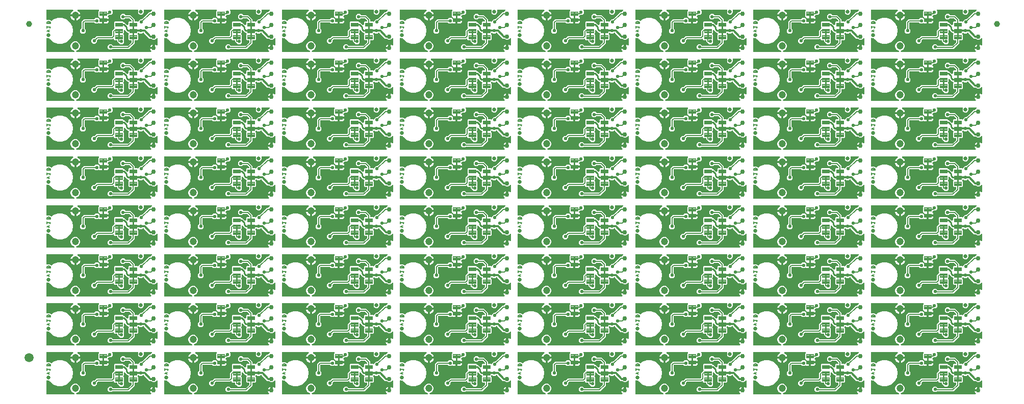
<source format=gbl>
G04 EAGLE Gerber RS-274X export*
G75*
%MOMM*%
%FSLAX34Y34*%
%LPD*%
%INBottom Copper*%
%IPPOS*%
%AMOC8*
5,1,8,0,0,1.08239X$1,22.5*%
G01*
%ADD10C,0.177800*%
%ADD11C,0.099059*%
%ADD12C,0.635000*%
%ADD13C,0.762000*%
%ADD14C,1.200000*%
%ADD15C,1.000000*%
%ADD16C,1.500000*%
%ADD17C,0.558800*%
%ADD18C,0.152400*%
%ADD19C,0.457200*%
%ADD20C,0.304800*%
%ADD21C,0.254000*%

G36*
X243655Y327923D02*
X243655Y327923D01*
X243725Y327922D01*
X243812Y327943D01*
X243901Y327955D01*
X243966Y327980D01*
X244034Y327997D01*
X244113Y328039D01*
X244197Y328072D01*
X244253Y328113D01*
X244315Y328145D01*
X244382Y328206D01*
X244454Y328258D01*
X244499Y328312D01*
X244550Y328359D01*
X244600Y328434D01*
X244657Y328503D01*
X244687Y328567D01*
X244725Y328625D01*
X244754Y328710D01*
X244793Y328791D01*
X244806Y328860D01*
X244828Y328926D01*
X244836Y329015D01*
X244852Y329103D01*
X244848Y329173D01*
X244854Y329243D01*
X244838Y329331D01*
X244833Y329421D01*
X244811Y329487D01*
X244799Y329556D01*
X244762Y329638D01*
X244735Y329723D01*
X244697Y329782D01*
X244669Y329846D01*
X244613Y329916D01*
X244564Y329992D01*
X244514Y330040D01*
X244470Y330094D01*
X244398Y330149D01*
X244333Y330210D01*
X244272Y330244D01*
X244216Y330286D01*
X244071Y330357D01*
X241974Y331225D01*
X239785Y333414D01*
X238601Y336273D01*
X238601Y339367D01*
X239785Y342226D01*
X241974Y344415D01*
X244833Y345599D01*
X247927Y345599D01*
X250786Y344415D01*
X252975Y342226D01*
X254159Y339367D01*
X254159Y336273D01*
X252975Y333414D01*
X250786Y331225D01*
X248689Y330357D01*
X248628Y330322D01*
X248563Y330296D01*
X248490Y330244D01*
X248412Y330199D01*
X248362Y330151D01*
X248306Y330110D01*
X248248Y330040D01*
X248184Y329978D01*
X248147Y329918D01*
X248103Y329865D01*
X248065Y329783D01*
X248018Y329707D01*
X247997Y329640D01*
X247967Y329577D01*
X247950Y329489D01*
X247924Y329403D01*
X247921Y329333D01*
X247908Y329264D01*
X247913Y329175D01*
X247909Y329085D01*
X247923Y329017D01*
X247927Y328947D01*
X247955Y328862D01*
X247973Y328774D01*
X248004Y328711D01*
X248025Y328645D01*
X248073Y328569D01*
X248113Y328488D01*
X248158Y328435D01*
X248196Y328376D01*
X248261Y328314D01*
X248319Y328246D01*
X248376Y328206D01*
X248427Y328158D01*
X248506Y328115D01*
X248579Y328063D01*
X248645Y328038D01*
X248706Y328004D01*
X248792Y327982D01*
X248877Y327950D01*
X248946Y327942D01*
X249014Y327925D01*
X249174Y327915D01*
X371240Y327915D01*
X371378Y327932D01*
X371516Y327945D01*
X371535Y327952D01*
X371555Y327955D01*
X371685Y328006D01*
X371815Y328053D01*
X371832Y328064D01*
X371851Y328072D01*
X371964Y328153D01*
X372079Y328231D01*
X372092Y328247D01*
X372108Y328258D01*
X372197Y328366D01*
X372289Y328470D01*
X372298Y328488D01*
X372311Y328503D01*
X372370Y328629D01*
X372434Y328753D01*
X372438Y328773D01*
X372447Y328791D01*
X372473Y328927D01*
X372503Y329063D01*
X372503Y329084D01*
X372506Y329103D01*
X372498Y329242D01*
X372494Y329381D01*
X372488Y329401D01*
X372487Y329421D01*
X372444Y329553D01*
X372405Y329687D01*
X372395Y329704D01*
X372389Y329723D01*
X372314Y329841D01*
X372244Y329961D01*
X372225Y329982D01*
X372219Y329992D01*
X372204Y330006D01*
X372137Y330082D01*
X371622Y330597D01*
X370927Y331637D01*
X370470Y332741D01*
X375920Y332741D01*
X376038Y332756D01*
X376157Y332763D01*
X376195Y332775D01*
X376235Y332781D01*
X376346Y332824D01*
X376459Y332861D01*
X376493Y332883D01*
X376531Y332898D01*
X376627Y332967D01*
X376728Y333031D01*
X376756Y333061D01*
X376788Y333084D01*
X376864Y333176D01*
X376946Y333263D01*
X376965Y333298D01*
X376991Y333329D01*
X377042Y333437D01*
X377099Y333541D01*
X377109Y333581D01*
X377127Y333617D01*
X377149Y333734D01*
X377179Y333849D01*
X377183Y333909D01*
X377186Y333929D01*
X377185Y333950D01*
X377189Y334010D01*
X377189Y334011D01*
X377190Y334011D01*
X377308Y334026D01*
X377427Y334033D01*
X377465Y334046D01*
X377506Y334051D01*
X377616Y334095D01*
X377729Y334131D01*
X377764Y334153D01*
X377801Y334168D01*
X377897Y334238D01*
X377998Y334301D01*
X378026Y334331D01*
X378059Y334355D01*
X378135Y334446D01*
X378216Y334533D01*
X378236Y334568D01*
X378261Y334600D01*
X378312Y334707D01*
X378370Y334812D01*
X378380Y334851D01*
X378397Y334887D01*
X378419Y335004D01*
X378449Y335120D01*
X378453Y335180D01*
X378457Y335200D01*
X378455Y335220D01*
X378459Y335280D01*
X378459Y340730D01*
X379563Y340273D01*
X380603Y339578D01*
X381118Y339063D01*
X381228Y338978D01*
X381335Y338889D01*
X381354Y338880D01*
X381370Y338868D01*
X381498Y338812D01*
X381623Y338753D01*
X381643Y338750D01*
X381662Y338741D01*
X381800Y338720D01*
X381936Y338694D01*
X381956Y338695D01*
X381976Y338692D01*
X382115Y338705D01*
X382253Y338713D01*
X382272Y338720D01*
X382292Y338721D01*
X382423Y338768D01*
X382555Y338811D01*
X382573Y338822D01*
X382592Y338829D01*
X382706Y338907D01*
X382824Y338981D01*
X382838Y338996D01*
X382855Y339008D01*
X382947Y339112D01*
X383042Y339213D01*
X383052Y339231D01*
X383065Y339246D01*
X383128Y339370D01*
X383196Y339492D01*
X383201Y339511D01*
X383210Y339529D01*
X383240Y339665D01*
X383275Y339800D01*
X383277Y339828D01*
X383280Y339840D01*
X383279Y339860D01*
X383285Y339960D01*
X383285Y349457D01*
X383268Y349595D01*
X383255Y349734D01*
X383248Y349753D01*
X383245Y349773D01*
X383194Y349902D01*
X383147Y350033D01*
X383136Y350050D01*
X383128Y350069D01*
X383047Y350181D01*
X382969Y350296D01*
X382953Y350310D01*
X382942Y350326D01*
X382834Y350415D01*
X382730Y350507D01*
X382712Y350516D01*
X382697Y350529D01*
X382571Y350588D01*
X382447Y350651D01*
X382427Y350656D01*
X382409Y350664D01*
X382272Y350690D01*
X382137Y350721D01*
X382116Y350720D01*
X382097Y350724D01*
X381958Y350715D01*
X381819Y350711D01*
X381799Y350706D01*
X381779Y350704D01*
X381647Y350662D01*
X381513Y350623D01*
X381496Y350613D01*
X381477Y350606D01*
X381359Y350532D01*
X381239Y350461D01*
X381218Y350443D01*
X381208Y350436D01*
X381194Y350421D01*
X381119Y350355D01*
X379721Y348957D01*
X377667Y348106D01*
X375443Y348106D01*
X373389Y348957D01*
X372326Y350020D01*
X372248Y350081D01*
X372175Y350149D01*
X372122Y350178D01*
X372075Y350215D01*
X371984Y350255D01*
X371897Y350303D01*
X371838Y350318D01*
X371783Y350342D01*
X371685Y350357D01*
X371589Y350382D01*
X371489Y350388D01*
X371469Y350392D01*
X371456Y350390D01*
X371428Y350392D01*
X369570Y350392D01*
X360417Y359546D01*
X360339Y359606D01*
X360267Y359674D01*
X360214Y359703D01*
X360166Y359740D01*
X360075Y359780D01*
X359988Y359828D01*
X359930Y359843D01*
X359874Y359867D01*
X359776Y359882D01*
X359680Y359907D01*
X359580Y359913D01*
X359560Y359917D01*
X359548Y359915D01*
X359520Y359917D01*
X358782Y359917D01*
X358684Y359905D01*
X358585Y359902D01*
X358526Y359885D01*
X358466Y359877D01*
X358374Y359841D01*
X358279Y359813D01*
X358227Y359783D01*
X358171Y359760D01*
X358091Y359702D01*
X358005Y359652D01*
X357930Y359586D01*
X357913Y359574D01*
X357905Y359564D01*
X357884Y359546D01*
X356986Y358647D01*
X353198Y358647D01*
X352377Y359469D01*
X352282Y359542D01*
X352193Y359620D01*
X352157Y359639D01*
X352125Y359664D01*
X352016Y359711D01*
X351910Y359765D01*
X351871Y359774D01*
X351833Y359790D01*
X351716Y359809D01*
X351600Y359835D01*
X351559Y359833D01*
X351519Y359840D01*
X351401Y359829D01*
X351282Y359825D01*
X351243Y359814D01*
X351203Y359810D01*
X351090Y359770D01*
X350976Y359737D01*
X350942Y359716D01*
X350903Y359702D01*
X350805Y359636D01*
X350702Y359575D01*
X350657Y359535D01*
X350640Y359524D01*
X350627Y359509D01*
X350582Y359469D01*
X350023Y358911D01*
X349950Y358816D01*
X349872Y358727D01*
X349853Y358691D01*
X349828Y358659D01*
X349781Y358550D01*
X349727Y358444D01*
X349718Y358405D01*
X349702Y358367D01*
X349683Y358250D01*
X349657Y358134D01*
X349659Y358093D01*
X349652Y358053D01*
X349663Y357935D01*
X349667Y357816D01*
X349678Y357777D01*
X349682Y357737D01*
X349722Y357624D01*
X349755Y357510D01*
X349776Y357476D01*
X349790Y357437D01*
X349856Y357339D01*
X349917Y357236D01*
X349957Y357191D01*
X349968Y357174D01*
X349983Y357161D01*
X350023Y357116D01*
X350584Y356555D01*
X350584Y349057D01*
X349252Y347725D01*
X346265Y347725D01*
X346147Y347710D01*
X346029Y347703D01*
X345990Y347690D01*
X345950Y347685D01*
X345839Y347642D01*
X345726Y347605D01*
X345692Y347583D01*
X345654Y347568D01*
X345558Y347499D01*
X345457Y347435D01*
X345430Y347405D01*
X345397Y347382D01*
X345321Y347290D01*
X345239Y347203D01*
X345220Y347168D01*
X345194Y347137D01*
X345143Y347029D01*
X345086Y346925D01*
X345076Y346885D01*
X345059Y346849D01*
X345036Y346732D01*
X345006Y346617D01*
X345003Y346557D01*
X344999Y346537D01*
X345000Y346516D01*
X344996Y346456D01*
X344996Y342419D01*
X343136Y340559D01*
X335316Y332739D01*
X307982Y332739D01*
X307884Y332727D01*
X307785Y332724D01*
X307726Y332707D01*
X307666Y332699D01*
X307574Y332663D01*
X307479Y332635D01*
X307427Y332605D01*
X307371Y332582D01*
X307291Y332524D01*
X307205Y332474D01*
X307130Y332408D01*
X307113Y332396D01*
X307105Y332386D01*
X307084Y332367D01*
X306694Y331977D01*
X302906Y331977D01*
X300227Y334656D01*
X300227Y338444D01*
X302906Y341123D01*
X306694Y341123D01*
X309624Y338192D01*
X309703Y338132D01*
X309775Y338064D01*
X309828Y338035D01*
X309876Y337998D01*
X309967Y337958D01*
X310053Y337910D01*
X310112Y337895D01*
X310167Y337871D01*
X310265Y337856D01*
X310361Y337831D01*
X310461Y337825D01*
X310482Y337821D01*
X310494Y337823D01*
X310522Y337821D01*
X332686Y337821D01*
X332784Y337833D01*
X332883Y337836D01*
X332941Y337853D01*
X333001Y337861D01*
X333093Y337897D01*
X333189Y337925D01*
X333241Y337955D01*
X333297Y337978D01*
X333377Y338036D01*
X333462Y338086D01*
X333538Y338152D01*
X333554Y338164D01*
X333562Y338174D01*
X333583Y338192D01*
X339543Y344152D01*
X339604Y344230D01*
X339672Y344303D01*
X339701Y344356D01*
X339738Y344403D01*
X339777Y344494D01*
X339825Y344581D01*
X339840Y344640D01*
X339864Y344695D01*
X339880Y344793D01*
X339905Y344889D01*
X339911Y344989D01*
X339914Y345009D01*
X339913Y345022D01*
X339915Y345050D01*
X339915Y346456D01*
X339900Y346574D01*
X339892Y346693D01*
X339880Y346731D01*
X339875Y346772D01*
X339831Y346882D01*
X339794Y346995D01*
X339773Y347030D01*
X339758Y347067D01*
X339688Y347163D01*
X339624Y347264D01*
X339595Y347292D01*
X339571Y347325D01*
X339479Y347400D01*
X339393Y347482D01*
X339357Y347502D01*
X339326Y347527D01*
X339218Y347578D01*
X339114Y347636D01*
X339075Y347646D01*
X339038Y347663D01*
X338922Y347685D01*
X338806Y347715D01*
X338746Y347719D01*
X338726Y347723D01*
X338706Y347721D01*
X338646Y347725D01*
X335659Y347725D01*
X334327Y349057D01*
X334327Y356555D01*
X334888Y357116D01*
X334961Y357210D01*
X335039Y357299D01*
X335058Y357335D01*
X335083Y357367D01*
X335130Y357476D01*
X335184Y357582D01*
X335193Y357621D01*
X335209Y357659D01*
X335228Y357776D01*
X335254Y357892D01*
X335252Y357933D01*
X335259Y357973D01*
X335248Y358091D01*
X335244Y358210D01*
X335233Y358249D01*
X335229Y358289D01*
X335189Y358402D01*
X335156Y358516D01*
X335135Y358551D01*
X335121Y358589D01*
X335055Y358687D01*
X334994Y358790D01*
X334954Y358835D01*
X334943Y358852D01*
X334928Y358865D01*
X334888Y358911D01*
X333999Y359800D01*
X333920Y359860D01*
X333848Y359928D01*
X333795Y359957D01*
X333747Y359994D01*
X333656Y360034D01*
X333570Y360082D01*
X333511Y360097D01*
X333456Y360121D01*
X333358Y360136D01*
X333262Y360161D01*
X333162Y360167D01*
X333141Y360171D01*
X333129Y360169D01*
X333101Y360171D01*
X332747Y360171D01*
X329065Y363853D01*
X328956Y363938D01*
X328849Y364027D01*
X328830Y364035D01*
X328814Y364048D01*
X328686Y364103D01*
X328561Y364162D01*
X328541Y364166D01*
X328522Y364174D01*
X328384Y364196D01*
X328248Y364222D01*
X328228Y364221D01*
X328208Y364224D01*
X328069Y364211D01*
X327931Y364202D01*
X327912Y364196D01*
X327892Y364194D01*
X327760Y364147D01*
X327629Y364104D01*
X327611Y364094D01*
X327592Y364087D01*
X327477Y364009D01*
X327360Y363934D01*
X327346Y363919D01*
X327329Y363908D01*
X327237Y363804D01*
X327142Y363703D01*
X327132Y363685D01*
X327119Y363670D01*
X327055Y363546D01*
X326988Y363424D01*
X326983Y363405D01*
X326974Y363386D01*
X326944Y363251D01*
X326909Y363116D01*
X326907Y363088D01*
X326904Y363076D01*
X326905Y363056D01*
X326899Y362955D01*
X326899Y359471D01*
X326338Y358911D01*
X326265Y358817D01*
X326186Y358727D01*
X326168Y358691D01*
X326143Y358659D01*
X326096Y358550D01*
X326042Y358444D01*
X326033Y358405D01*
X326017Y358367D01*
X325998Y358250D01*
X325972Y358134D01*
X325973Y358093D01*
X325967Y358053D01*
X325978Y357935D01*
X325982Y357816D01*
X325993Y357777D01*
X325997Y357737D01*
X326037Y357624D01*
X326070Y357510D01*
X326090Y357476D01*
X326104Y357437D01*
X326171Y357339D01*
X326231Y357236D01*
X326271Y357191D01*
X326283Y357174D01*
X326298Y357161D01*
X326338Y357116D01*
X326899Y356555D01*
X326899Y348893D01*
X326892Y348881D01*
X326883Y348841D01*
X326867Y348804D01*
X326849Y348686D01*
X326823Y348570D01*
X326824Y348530D01*
X326817Y348490D01*
X326829Y348371D01*
X326832Y348252D01*
X326843Y348214D01*
X326847Y348173D01*
X326888Y348061D01*
X326921Y347947D01*
X326941Y347912D01*
X326955Y347874D01*
X327022Y347776D01*
X327082Y347673D01*
X327122Y347628D01*
X327133Y347611D01*
X327149Y347597D01*
X327189Y347552D01*
X327407Y347334D01*
X327407Y343546D01*
X324728Y340867D01*
X320940Y340867D01*
X319280Y342528D01*
X319201Y342588D01*
X319129Y342656D01*
X319076Y342685D01*
X319028Y342722D01*
X318937Y342762D01*
X318851Y342810D01*
X318792Y342825D01*
X318737Y342849D01*
X318639Y342864D01*
X318543Y342889D01*
X318486Y342893D01*
X316229Y345150D01*
X316229Y346456D01*
X316214Y346574D01*
X316207Y346693D01*
X316194Y346731D01*
X316189Y346772D01*
X316146Y346882D01*
X316109Y346995D01*
X316087Y347030D01*
X316072Y347067D01*
X316003Y347163D01*
X315939Y347264D01*
X315909Y347292D01*
X315886Y347325D01*
X315794Y347400D01*
X315707Y347482D01*
X315672Y347502D01*
X315641Y347527D01*
X315533Y347578D01*
X315429Y347636D01*
X315389Y347646D01*
X315353Y347663D01*
X315236Y347685D01*
X315121Y347715D01*
X315061Y347719D01*
X315041Y347723D01*
X315020Y347721D01*
X314960Y347725D01*
X311973Y347725D01*
X310318Y349380D01*
X310224Y349453D01*
X310135Y349532D01*
X310099Y349550D01*
X310067Y349575D01*
X309958Y349623D01*
X309852Y349677D01*
X309812Y349685D01*
X309775Y349702D01*
X309658Y349720D01*
X309542Y349746D01*
X309501Y349745D01*
X309461Y349751D01*
X309342Y349740D01*
X309224Y349737D01*
X309185Y349725D01*
X309145Y349722D01*
X309032Y349681D01*
X308918Y349648D01*
X308883Y349628D01*
X308845Y349614D01*
X308747Y349547D01*
X308644Y349487D01*
X308599Y349447D01*
X308582Y349435D01*
X308569Y349420D01*
X308523Y349380D01*
X308392Y349249D01*
X284788Y349249D01*
X284690Y349237D01*
X284591Y349234D01*
X284533Y349217D01*
X284473Y349209D01*
X284381Y349173D01*
X284285Y349145D01*
X284233Y349115D01*
X284177Y349092D01*
X284097Y349034D01*
X284012Y348984D01*
X283936Y348918D01*
X283920Y348906D01*
X283912Y348896D01*
X283891Y348878D01*
X282820Y347807D01*
X282760Y347729D01*
X282692Y347657D01*
X282663Y347604D01*
X282626Y347556D01*
X282586Y347465D01*
X282538Y347378D01*
X282523Y347320D01*
X282499Y347264D01*
X282484Y347166D01*
X282459Y347071D01*
X282453Y346970D01*
X282449Y346950D01*
X282451Y346938D01*
X282449Y346910D01*
X282449Y344562D01*
X279770Y341883D01*
X275982Y341883D01*
X273303Y344562D01*
X273303Y348350D01*
X275982Y351029D01*
X278330Y351029D01*
X278428Y351041D01*
X278527Y351044D01*
X278585Y351061D01*
X278645Y351069D01*
X278737Y351105D01*
X278833Y351133D01*
X278885Y351163D01*
X278941Y351186D01*
X279021Y351244D01*
X279106Y351294D01*
X279182Y351360D01*
X279198Y351372D01*
X279206Y351382D01*
X279227Y351400D01*
X282158Y354331D01*
X305762Y354331D01*
X305860Y354343D01*
X305959Y354346D01*
X306017Y354363D01*
X306077Y354371D01*
X306169Y354407D01*
X306265Y354435D01*
X306317Y354465D01*
X306373Y354488D01*
X306453Y354546D01*
X306538Y354596D01*
X306614Y354662D01*
X306630Y354674D01*
X306638Y354684D01*
X306659Y354702D01*
X306968Y355011D01*
X307028Y355089D01*
X307096Y355161D01*
X307125Y355214D01*
X307162Y355262D01*
X307202Y355353D01*
X307250Y355440D01*
X307265Y355498D01*
X307289Y355554D01*
X307304Y355652D01*
X307329Y355747D01*
X307335Y355848D01*
X307339Y355868D01*
X307337Y355880D01*
X307339Y355908D01*
X307339Y363002D01*
X310270Y365933D01*
X310330Y366011D01*
X310398Y366083D01*
X310427Y366136D01*
X310464Y366184D01*
X310504Y366275D01*
X310552Y366362D01*
X310567Y366420D01*
X310591Y366476D01*
X310606Y366574D01*
X310631Y366669D01*
X310637Y366770D01*
X310641Y366790D01*
X310639Y366802D01*
X310641Y366830D01*
X310641Y366969D01*
X311202Y367530D01*
X311275Y367624D01*
X311354Y367713D01*
X311372Y367749D01*
X311397Y367781D01*
X311444Y367890D01*
X311498Y367996D01*
X311507Y368035D01*
X311523Y368073D01*
X311542Y368190D01*
X311568Y368306D01*
X311567Y368347D01*
X311573Y368387D01*
X311562Y368505D01*
X311558Y368624D01*
X311547Y368663D01*
X311543Y368703D01*
X311503Y368815D01*
X311470Y368930D01*
X311450Y368965D01*
X311436Y369003D01*
X311369Y369101D01*
X311309Y369204D01*
X311269Y369249D01*
X311257Y369266D01*
X311242Y369279D01*
X311202Y369325D01*
X310641Y369885D01*
X310641Y377383D01*
X311973Y378715D01*
X325567Y378715D01*
X327227Y377054D01*
X327305Y376994D01*
X327377Y376926D01*
X327430Y376897D01*
X327478Y376860D01*
X327569Y376820D01*
X327656Y376772D01*
X327714Y376757D01*
X327770Y376733D01*
X327868Y376718D01*
X327964Y376693D01*
X328064Y376687D01*
X328084Y376683D01*
X328096Y376685D01*
X328124Y376683D01*
X328669Y376683D01*
X332160Y373192D01*
X332270Y373106D01*
X332377Y373018D01*
X332395Y373009D01*
X332411Y372997D01*
X332539Y372941D01*
X332665Y372882D01*
X332684Y372878D01*
X332703Y372870D01*
X332841Y372848D01*
X332977Y372822D01*
X332997Y372824D01*
X333017Y372820D01*
X333156Y372833D01*
X333294Y372842D01*
X333314Y372848D01*
X333334Y372850D01*
X333465Y372897D01*
X333597Y372940D01*
X333614Y372951D01*
X333633Y372958D01*
X333748Y373036D01*
X333866Y373110D01*
X333880Y373125D01*
X333896Y373136D01*
X333988Y373241D01*
X334084Y373342D01*
X334093Y373360D01*
X334107Y373375D01*
X334170Y373499D01*
X334237Y373620D01*
X334242Y373640D01*
X334251Y373658D01*
X334282Y373794D01*
X334317Y373928D01*
X334318Y373956D01*
X334321Y373968D01*
X334320Y373989D01*
X334327Y374089D01*
X334327Y377383D01*
X335659Y378715D01*
X338528Y378715D01*
X338665Y378732D01*
X338804Y378745D01*
X338823Y378752D01*
X338843Y378755D01*
X338972Y378806D01*
X339104Y378853D01*
X339120Y378864D01*
X339139Y378872D01*
X339252Y378953D01*
X339367Y379031D01*
X339380Y379047D01*
X339396Y379058D01*
X339485Y379166D01*
X339577Y379270D01*
X339586Y379288D01*
X339599Y379303D01*
X339659Y379429D01*
X339722Y379553D01*
X339726Y379573D01*
X339735Y379591D01*
X339761Y379727D01*
X339791Y379863D01*
X339791Y379884D01*
X339795Y379903D01*
X339786Y380042D01*
X339782Y380181D01*
X339776Y380201D01*
X339775Y380221D01*
X339732Y380353D01*
X339693Y380487D01*
X339683Y380504D01*
X339677Y380523D01*
X339602Y380641D01*
X339532Y380761D01*
X339513Y380782D01*
X339507Y380792D01*
X339492Y380806D01*
X339425Y380881D01*
X336631Y383676D01*
X336553Y383736D01*
X336481Y383804D01*
X336428Y383833D01*
X336380Y383870D01*
X336289Y383910D01*
X336202Y383958D01*
X336144Y383973D01*
X336088Y383997D01*
X335990Y384012D01*
X335895Y384037D01*
X335794Y384043D01*
X335774Y384047D01*
X335762Y384045D01*
X335734Y384047D01*
X330080Y384047D01*
X329982Y384035D01*
X329883Y384032D01*
X329824Y384015D01*
X329764Y384007D01*
X329672Y383971D01*
X329577Y383943D01*
X329525Y383913D01*
X329469Y383890D01*
X329389Y383832D01*
X329303Y383782D01*
X329228Y383716D01*
X329211Y383704D01*
X329203Y383694D01*
X329182Y383676D01*
X327522Y382015D01*
X323734Y382015D01*
X321055Y384694D01*
X321055Y388482D01*
X323734Y391161D01*
X327522Y391161D01*
X329182Y389500D01*
X329261Y389440D01*
X329333Y389372D01*
X329386Y389343D01*
X329434Y389306D01*
X329525Y389266D01*
X329611Y389218D01*
X329670Y389203D01*
X329725Y389179D01*
X329823Y389164D01*
X329919Y389139D01*
X330019Y389133D01*
X330040Y389129D01*
X330052Y389131D01*
X330080Y389129D01*
X338364Y389129D01*
X344996Y382497D01*
X344996Y379984D01*
X345011Y379866D01*
X345019Y379747D01*
X345031Y379709D01*
X345036Y379668D01*
X345080Y379558D01*
X345117Y379445D01*
X345138Y379410D01*
X345153Y379373D01*
X345223Y379277D01*
X345287Y379176D01*
X345316Y379148D01*
X345340Y379115D01*
X345432Y379039D01*
X345518Y378958D01*
X345554Y378938D01*
X345585Y378913D01*
X345693Y378862D01*
X345797Y378804D01*
X345836Y378794D01*
X345873Y378777D01*
X345989Y378755D01*
X346105Y378725D01*
X346165Y378721D01*
X346185Y378717D01*
X346205Y378719D01*
X346265Y378715D01*
X349252Y378715D01*
X349368Y378598D01*
X349478Y378513D01*
X349585Y378424D01*
X349604Y378416D01*
X349620Y378403D01*
X349748Y378348D01*
X349873Y378289D01*
X349893Y378285D01*
X349912Y378277D01*
X350050Y378255D01*
X350186Y378229D01*
X350206Y378230D01*
X350226Y378227D01*
X350365Y378240D01*
X350503Y378249D01*
X350522Y378255D01*
X350542Y378257D01*
X350673Y378304D01*
X350805Y378347D01*
X350823Y378358D01*
X350842Y378365D01*
X350956Y378443D01*
X351074Y378517D01*
X351088Y378532D01*
X351105Y378543D01*
X351197Y378647D01*
X351292Y378749D01*
X351302Y378766D01*
X351315Y378782D01*
X351379Y378906D01*
X351446Y379027D01*
X351451Y379047D01*
X351460Y379065D01*
X351490Y379201D01*
X351525Y379335D01*
X351527Y379363D01*
X351530Y379375D01*
X351529Y379396D01*
X351535Y379496D01*
X351535Y379846D01*
X354214Y382525D01*
X356562Y382525D01*
X356660Y382537D01*
X356759Y382540D01*
X356817Y382557D01*
X356877Y382565D01*
X356969Y382601D01*
X357065Y382629D01*
X357117Y382659D01*
X357173Y382682D01*
X357253Y382740D01*
X357338Y382790D01*
X357414Y382856D01*
X357430Y382868D01*
X357438Y382878D01*
X357459Y382896D01*
X368899Y394336D01*
X370710Y394336D01*
X370739Y394339D01*
X370769Y394337D01*
X370897Y394359D01*
X371026Y394376D01*
X371053Y394386D01*
X371082Y394391D01*
X371201Y394445D01*
X371321Y394493D01*
X371345Y394510D01*
X371372Y394522D01*
X371474Y394603D01*
X371579Y394679D01*
X371598Y394702D01*
X371620Y394721D01*
X371698Y394824D01*
X371781Y394924D01*
X371782Y394926D01*
X373215Y396359D01*
X373300Y396468D01*
X373389Y396575D01*
X373397Y396594D01*
X373410Y396610D01*
X373465Y396738D01*
X373524Y396863D01*
X373528Y396883D01*
X373536Y396902D01*
X373558Y397040D01*
X373584Y397176D01*
X373583Y397196D01*
X373586Y397216D01*
X373573Y397355D01*
X373564Y397493D01*
X373558Y397512D01*
X373556Y397532D01*
X373509Y397664D01*
X373466Y397795D01*
X373455Y397813D01*
X373449Y397832D01*
X373371Y397947D01*
X373296Y398064D01*
X373281Y398078D01*
X373270Y398095D01*
X373166Y398187D01*
X373065Y398282D01*
X373047Y398292D01*
X373032Y398305D01*
X372907Y398369D01*
X372786Y398436D01*
X372766Y398441D01*
X372748Y398450D01*
X372613Y398480D01*
X372478Y398515D01*
X372450Y398517D01*
X372438Y398520D01*
X372418Y398519D01*
X372317Y398525D01*
X361135Y398525D01*
X361085Y398519D01*
X361036Y398521D01*
X360928Y398499D01*
X360819Y398485D01*
X360773Y398467D01*
X360724Y398457D01*
X360626Y398409D01*
X360524Y398368D01*
X360483Y398339D01*
X360439Y398317D01*
X360355Y398246D01*
X360266Y398182D01*
X360235Y398143D01*
X360197Y398111D01*
X360134Y398021D01*
X360063Y397937D01*
X360042Y397892D01*
X360014Y397851D01*
X359975Y397748D01*
X359928Y397649D01*
X359919Y397600D01*
X359901Y397554D01*
X359889Y397444D01*
X359868Y397337D01*
X359871Y397287D01*
X359866Y397238D01*
X359881Y397129D01*
X359888Y397019D01*
X359903Y396972D01*
X359910Y396923D01*
X359962Y396770D01*
X360300Y395955D01*
X360300Y393985D01*
X359546Y392164D01*
X358152Y390770D01*
X356331Y390016D01*
X354361Y390016D01*
X352540Y390770D01*
X351146Y392164D01*
X350392Y393985D01*
X350392Y395955D01*
X350730Y396770D01*
X350743Y396818D01*
X350764Y396863D01*
X350785Y396971D01*
X350814Y397077D01*
X350815Y397127D01*
X350824Y397176D01*
X350817Y397285D01*
X350819Y397395D01*
X350807Y397443D01*
X350804Y397493D01*
X350770Y397597D01*
X350745Y397704D01*
X350721Y397748D01*
X350706Y397795D01*
X350647Y397888D01*
X350596Y397985D01*
X350563Y398022D01*
X350536Y398064D01*
X350456Y398139D01*
X350382Y398221D01*
X350341Y398248D01*
X350304Y398282D01*
X350208Y398335D01*
X350116Y398395D01*
X350069Y398412D01*
X350026Y398436D01*
X349920Y398463D01*
X349816Y398499D01*
X349766Y398503D01*
X349718Y398515D01*
X349557Y398525D01*
X308998Y398525D01*
X308860Y398508D01*
X308721Y398495D01*
X308702Y398488D01*
X308682Y398485D01*
X308553Y398434D01*
X308422Y398387D01*
X308405Y398376D01*
X308387Y398368D01*
X308274Y398287D01*
X308159Y398209D01*
X308146Y398193D01*
X308129Y398182D01*
X308040Y398074D01*
X307949Y397970D01*
X307939Y397952D01*
X307926Y397937D01*
X307867Y397811D01*
X307804Y397687D01*
X307799Y397667D01*
X307791Y397649D01*
X307765Y397512D01*
X307734Y397377D01*
X307735Y397356D01*
X307731Y397337D01*
X307740Y397198D01*
X307744Y397059D01*
X307750Y397039D01*
X307751Y397019D01*
X307794Y396887D01*
X307832Y396753D01*
X307843Y396736D01*
X307849Y396717D01*
X307923Y396599D01*
X307994Y396479D01*
X308012Y396458D01*
X308019Y396448D01*
X308034Y396434D01*
X308100Y396358D01*
X308357Y396102D01*
X308357Y392314D01*
X305678Y389635D01*
X303330Y389635D01*
X303232Y389623D01*
X303133Y389620D01*
X303075Y389603D01*
X303015Y389595D01*
X302923Y389559D01*
X302827Y389531D01*
X302775Y389501D01*
X302719Y389478D01*
X302639Y389420D01*
X302554Y389370D01*
X302478Y389304D01*
X302462Y389292D01*
X302454Y389282D01*
X302433Y389264D01*
X302423Y389254D01*
X302006Y389254D01*
X301888Y389239D01*
X301769Y389232D01*
X301731Y389219D01*
X301690Y389214D01*
X301580Y389171D01*
X301467Y389134D01*
X301432Y389112D01*
X301395Y389097D01*
X301299Y389028D01*
X301198Y388964D01*
X301170Y388934D01*
X301137Y388911D01*
X301061Y388819D01*
X300980Y388732D01*
X300960Y388697D01*
X300935Y388666D01*
X300884Y388558D01*
X300826Y388454D01*
X300816Y388414D01*
X300799Y388378D01*
X300777Y388261D01*
X300747Y388146D01*
X300743Y388086D01*
X300739Y388066D01*
X300740Y388050D01*
X300715Y388024D01*
X300642Y387930D01*
X300563Y387841D01*
X300545Y387805D01*
X300520Y387773D01*
X300473Y387664D01*
X300418Y387558D01*
X300409Y387518D01*
X300393Y387481D01*
X300375Y387364D01*
X300349Y387247D01*
X300350Y387207D01*
X300344Y387167D01*
X300355Y387048D01*
X300358Y386930D01*
X300370Y386891D01*
X300373Y386851D01*
X300414Y386738D01*
X300447Y386624D01*
X300467Y386589D01*
X300481Y386551D01*
X300548Y386452D01*
X300608Y386350D01*
X300648Y386305D01*
X300660Y386288D01*
X300675Y386275D01*
X300715Y386229D01*
X300892Y386052D01*
X301292Y385360D01*
X301499Y384587D01*
X301499Y383031D01*
X293941Y383031D01*
X293941Y393573D01*
X293929Y393592D01*
X293925Y393614D01*
X293910Y393621D01*
X293904Y393630D01*
X293894Y393629D01*
X293878Y393636D01*
X291338Y393636D01*
X291319Y393624D01*
X291297Y393620D01*
X291290Y393605D01*
X291281Y393599D01*
X291282Y393589D01*
X291275Y393573D01*
X291275Y383031D01*
X287782Y383031D01*
X287664Y383016D01*
X287545Y383009D01*
X287507Y382996D01*
X287466Y382991D01*
X287356Y382948D01*
X287243Y382911D01*
X287208Y382889D01*
X287171Y382874D01*
X287075Y382805D01*
X286974Y382741D01*
X286946Y382711D01*
X286913Y382688D01*
X286837Y382596D01*
X286756Y382509D01*
X286736Y382474D01*
X286711Y382443D01*
X286660Y382335D01*
X286602Y382231D01*
X286592Y382191D01*
X286575Y382155D01*
X286553Y382038D01*
X286523Y381923D01*
X286519Y381863D01*
X286515Y381843D01*
X286517Y381822D01*
X286513Y381762D01*
X286513Y381000D01*
X286528Y380882D01*
X286535Y380763D01*
X286548Y380725D01*
X286553Y380684D01*
X286596Y380574D01*
X286633Y380461D01*
X286655Y380426D01*
X286670Y380389D01*
X286739Y380292D01*
X286803Y380192D01*
X286833Y380164D01*
X286856Y380131D01*
X286948Y380055D01*
X287035Y379974D01*
X287070Y379954D01*
X287101Y379929D01*
X287209Y379878D01*
X287313Y379820D01*
X287353Y379810D01*
X287389Y379793D01*
X287506Y379771D01*
X287621Y379741D01*
X287681Y379737D01*
X287701Y379733D01*
X287722Y379735D01*
X287782Y379731D01*
X290958Y379731D01*
X290958Y375538D01*
X286354Y375538D01*
X285581Y375745D01*
X285529Y375776D01*
X285425Y375819D01*
X285325Y375870D01*
X285279Y375880D01*
X285236Y375899D01*
X285124Y375915D01*
X285015Y375940D01*
X284968Y375938D01*
X284921Y375945D01*
X284809Y375934D01*
X284697Y375930D01*
X284652Y375917D01*
X284605Y375912D01*
X284499Y375873D01*
X284391Y375842D01*
X284351Y375818D01*
X284307Y375801D01*
X284214Y375737D01*
X284117Y375680D01*
X284063Y375632D01*
X284045Y375620D01*
X284033Y375606D01*
X283997Y375574D01*
X283834Y375411D01*
X280046Y375411D01*
X278386Y377072D01*
X278307Y377132D01*
X278235Y377200D01*
X278182Y377229D01*
X278134Y377266D01*
X278043Y377306D01*
X277957Y377354D01*
X277898Y377369D01*
X277843Y377393D01*
X277745Y377408D01*
X277649Y377433D01*
X277549Y377439D01*
X277528Y377443D01*
X277516Y377441D01*
X277488Y377443D01*
X263198Y377443D01*
X263100Y377431D01*
X263001Y377428D01*
X262943Y377411D01*
X262883Y377403D01*
X262791Y377367D01*
X262695Y377339D01*
X262643Y377309D01*
X262587Y377286D01*
X262507Y377228D01*
X262422Y377178D01*
X262346Y377112D01*
X262330Y377100D01*
X262322Y377090D01*
X262301Y377072D01*
X261992Y376763D01*
X261932Y376685D01*
X261864Y376613D01*
X261835Y376560D01*
X261798Y376512D01*
X261758Y376421D01*
X261710Y376334D01*
X261695Y376276D01*
X261671Y376220D01*
X261656Y376122D01*
X261631Y376027D01*
X261625Y375926D01*
X261621Y375906D01*
X261623Y375894D01*
X261621Y375866D01*
X261621Y367672D01*
X261633Y367574D01*
X261636Y367475D01*
X261653Y367416D01*
X261661Y367356D01*
X261697Y367264D01*
X261725Y367169D01*
X261755Y367117D01*
X261778Y367061D01*
X261836Y366981D01*
X261886Y366895D01*
X261952Y366820D01*
X261964Y366803D01*
X261974Y366795D01*
X261992Y366774D01*
X263653Y365114D01*
X263653Y361326D01*
X260974Y358647D01*
X257186Y358647D01*
X254507Y361326D01*
X254507Y365114D01*
X256168Y366774D01*
X256228Y366853D01*
X256296Y366925D01*
X256325Y366978D01*
X256362Y367026D01*
X256402Y367117D01*
X256450Y367203D01*
X256465Y367262D01*
X256489Y367317D01*
X256504Y367415D01*
X256529Y367511D01*
X256535Y367611D01*
X256539Y367632D01*
X256537Y367644D01*
X256539Y367672D01*
X256539Y378496D01*
X260568Y382525D01*
X277488Y382525D01*
X277586Y382537D01*
X277685Y382540D01*
X277744Y382557D01*
X277804Y382565D01*
X277896Y382601D01*
X277991Y382629D01*
X278043Y382659D01*
X278099Y382682D01*
X278180Y382740D01*
X278265Y382790D01*
X278340Y382856D01*
X278357Y382868D01*
X278365Y382878D01*
X278386Y382896D01*
X280046Y384557D01*
X282735Y384557D01*
X282847Y384571D01*
X282960Y384577D01*
X283004Y384591D01*
X283051Y384597D01*
X283156Y384638D01*
X283263Y384672D01*
X283303Y384696D01*
X283346Y384714D01*
X283437Y384780D01*
X283533Y384839D01*
X283566Y384873D01*
X283604Y384900D01*
X283676Y384987D01*
X283754Y385069D01*
X283777Y385109D01*
X283806Y385145D01*
X283836Y385208D01*
X283841Y385215D01*
X284324Y386052D01*
X284501Y386229D01*
X284574Y386323D01*
X284653Y386413D01*
X284671Y386449D01*
X284696Y386481D01*
X284744Y386590D01*
X284798Y386696D01*
X284806Y386735D01*
X284823Y386772D01*
X284841Y386890D01*
X284867Y387006D01*
X284866Y387047D01*
X284872Y387086D01*
X284861Y387205D01*
X284858Y387324D01*
X284846Y387363D01*
X284843Y387403D01*
X284802Y387515D01*
X284769Y387630D01*
X284749Y387664D01*
X284735Y387702D01*
X284668Y387801D01*
X284608Y387903D01*
X284568Y387949D01*
X284556Y387966D01*
X284541Y387979D01*
X284501Y388024D01*
X284479Y388046D01*
X284479Y395544D01*
X285294Y396359D01*
X285379Y396468D01*
X285468Y396575D01*
X285477Y396594D01*
X285489Y396610D01*
X285544Y396737D01*
X285604Y396863D01*
X285607Y396883D01*
X285615Y396902D01*
X285637Y397040D01*
X285663Y397176D01*
X285662Y397196D01*
X285665Y397216D01*
X285652Y397355D01*
X285644Y397493D01*
X285637Y397512D01*
X285635Y397532D01*
X285588Y397664D01*
X285546Y397795D01*
X285535Y397813D01*
X285528Y397832D01*
X285450Y397947D01*
X285375Y398064D01*
X285361Y398078D01*
X285349Y398095D01*
X285245Y398187D01*
X285144Y398282D01*
X285126Y398292D01*
X285111Y398305D01*
X284987Y398368D01*
X284865Y398436D01*
X284846Y398441D01*
X284828Y398450D01*
X284692Y398480D01*
X284557Y398515D01*
X284529Y398517D01*
X284517Y398520D01*
X284497Y398519D01*
X284397Y398525D01*
X251113Y398525D01*
X251009Y398512D01*
X250905Y398508D01*
X250852Y398492D01*
X250797Y398485D01*
X250700Y398447D01*
X250600Y398417D01*
X250553Y398389D01*
X250502Y398368D01*
X250417Y398307D01*
X250327Y398253D01*
X250289Y398214D01*
X250244Y398182D01*
X250177Y398101D01*
X250104Y398027D01*
X250077Y397979D01*
X250041Y397937D01*
X249997Y397842D01*
X249944Y397752D01*
X249929Y397699D01*
X249906Y397649D01*
X249886Y397547D01*
X249858Y397446D01*
X249856Y397391D01*
X249846Y397337D01*
X249853Y397232D01*
X249850Y397128D01*
X249862Y397074D01*
X249866Y397019D01*
X249898Y396920D01*
X249921Y396818D01*
X249947Y396769D01*
X249964Y396717D01*
X250020Y396628D01*
X250068Y396536D01*
X250105Y396494D01*
X250134Y396448D01*
X250210Y396376D01*
X250280Y396298D01*
X250350Y396245D01*
X250366Y396230D01*
X250379Y396223D01*
X250408Y396201D01*
X251824Y395254D01*
X253014Y394064D01*
X253949Y392666D01*
X254592Y391111D01*
X254740Y390369D01*
X246860Y390369D01*
X246742Y390354D01*
X246623Y390347D01*
X246585Y390334D01*
X246545Y390329D01*
X246434Y390286D01*
X246386Y390270D01*
X246368Y390280D01*
X246329Y390290D01*
X246293Y390307D01*
X246176Y390329D01*
X246060Y390359D01*
X246000Y390363D01*
X245980Y390367D01*
X245960Y390365D01*
X245900Y390369D01*
X238020Y390369D01*
X238168Y391111D01*
X238811Y392666D01*
X239746Y394064D01*
X240936Y395254D01*
X242352Y396201D01*
X242431Y396269D01*
X242516Y396330D01*
X242551Y396373D01*
X242593Y396409D01*
X242652Y396495D01*
X242719Y396575D01*
X242742Y396625D01*
X242774Y396671D01*
X242810Y396769D01*
X242854Y396863D01*
X242865Y396917D01*
X242884Y396969D01*
X242894Y397073D01*
X242914Y397176D01*
X242911Y397230D01*
X242916Y397285D01*
X242901Y397389D01*
X242894Y397493D01*
X242877Y397545D01*
X242869Y397600D01*
X242828Y397696D01*
X242796Y397795D01*
X242767Y397842D01*
X242745Y397893D01*
X242682Y397976D01*
X242626Y398064D01*
X242586Y398102D01*
X242553Y398146D01*
X242470Y398211D01*
X242394Y398282D01*
X242346Y398309D01*
X242303Y398343D01*
X242207Y398385D01*
X242116Y398436D01*
X242063Y398449D01*
X242012Y398472D01*
X241909Y398489D01*
X241808Y398515D01*
X241720Y398521D01*
X241699Y398524D01*
X241684Y398523D01*
X241647Y398525D01*
X199644Y398525D01*
X199526Y398510D01*
X199407Y398503D01*
X199369Y398490D01*
X199328Y398485D01*
X199218Y398442D01*
X199105Y398405D01*
X199070Y398383D01*
X199033Y398368D01*
X198937Y398299D01*
X198836Y398235D01*
X198808Y398205D01*
X198775Y398182D01*
X198699Y398090D01*
X198618Y398003D01*
X198598Y397968D01*
X198573Y397937D01*
X198522Y397829D01*
X198464Y397725D01*
X198454Y397685D01*
X198437Y397649D01*
X198415Y397532D01*
X198385Y397417D01*
X198381Y397357D01*
X198377Y397337D01*
X198379Y397316D01*
X198375Y397256D01*
X198375Y382231D01*
X198386Y382144D01*
X198387Y382056D01*
X198406Y381987D01*
X198415Y381916D01*
X198447Y381834D01*
X198470Y381749D01*
X198505Y381687D01*
X198532Y381620D01*
X198583Y381549D01*
X198627Y381472D01*
X198677Y381421D01*
X198718Y381363D01*
X198786Y381307D01*
X198848Y381243D01*
X198908Y381206D01*
X198963Y381160D01*
X199043Y381123D01*
X199118Y381076D01*
X199187Y381055D01*
X199251Y381025D01*
X199338Y381008D01*
X199422Y380982D01*
X199493Y380978D01*
X199563Y380965D01*
X199652Y380970D01*
X199740Y380966D01*
X199810Y380980D01*
X199881Y380985D01*
X199965Y381012D01*
X200051Y381029D01*
X200171Y381078D01*
X200183Y381083D01*
X200188Y381086D01*
X200200Y381091D01*
X200456Y381215D01*
X204102Y381215D01*
X204816Y380867D01*
X204946Y380823D01*
X205073Y380775D01*
X205104Y380769D01*
X205117Y380765D01*
X205138Y380763D01*
X205232Y380747D01*
X205446Y380723D01*
X205491Y380679D01*
X205571Y380591D01*
X205605Y380569D01*
X205634Y380540D01*
X205737Y380481D01*
X205837Y380416D01*
X205892Y380393D01*
X205910Y380383D01*
X205930Y380377D01*
X205985Y380354D01*
X206883Y380046D01*
X206975Y380027D01*
X207065Y379999D01*
X207131Y379995D01*
X207195Y379982D01*
X207288Y379986D01*
X207382Y379981D01*
X207447Y379993D01*
X207513Y379996D01*
X207602Y380024D01*
X207694Y380042D01*
X207754Y380070D01*
X207817Y380090D01*
X207897Y380139D01*
X207981Y380179D01*
X208073Y380246D01*
X208088Y380256D01*
X208094Y380262D01*
X208111Y380275D01*
X210147Y381983D01*
X217218Y384557D01*
X224742Y384557D01*
X231813Y381983D01*
X237577Y377147D01*
X241339Y370630D01*
X242646Y363220D01*
X241339Y355810D01*
X237577Y349294D01*
X231813Y344457D01*
X224742Y341883D01*
X217218Y341883D01*
X210147Y344457D01*
X204383Y349293D01*
X203822Y350266D01*
X203758Y350350D01*
X203701Y350439D01*
X203662Y350476D01*
X203629Y350519D01*
X203547Y350585D01*
X203470Y350657D01*
X203422Y350683D01*
X203380Y350717D01*
X203284Y350760D01*
X203191Y350811D01*
X203139Y350824D01*
X203090Y350846D01*
X202985Y350864D01*
X202883Y350890D01*
X202798Y350895D01*
X202776Y350899D01*
X202761Y350898D01*
X202722Y350900D01*
X201199Y350900D01*
X200130Y351343D01*
X200082Y351356D01*
X200037Y351377D01*
X199929Y351398D01*
X199823Y351427D01*
X199773Y351428D01*
X199724Y351437D01*
X199615Y351430D01*
X199505Y351432D01*
X199457Y351420D01*
X199407Y351417D01*
X199303Y351384D01*
X199196Y351358D01*
X199152Y351335D01*
X199105Y351319D01*
X199012Y351261D01*
X198915Y351209D01*
X198878Y351176D01*
X198836Y351149D01*
X198761Y351069D01*
X198679Y350995D01*
X198652Y350954D01*
X198618Y350918D01*
X198565Y350821D01*
X198505Y350730D01*
X198488Y350683D01*
X198464Y350639D01*
X198437Y350533D01*
X198401Y350429D01*
X198397Y350379D01*
X198385Y350331D01*
X198375Y350170D01*
X198375Y329184D01*
X198390Y329066D01*
X198397Y328947D01*
X198410Y328909D01*
X198415Y328868D01*
X198458Y328758D01*
X198495Y328645D01*
X198517Y328610D01*
X198532Y328573D01*
X198601Y328477D01*
X198665Y328376D01*
X198695Y328348D01*
X198718Y328315D01*
X198810Y328239D01*
X198897Y328158D01*
X198932Y328138D01*
X198963Y328113D01*
X199071Y328062D01*
X199175Y328004D01*
X199215Y327994D01*
X199251Y327977D01*
X199368Y327955D01*
X199483Y327925D01*
X199543Y327921D01*
X199563Y327917D01*
X199584Y327919D01*
X199644Y327915D01*
X243586Y327915D01*
X243655Y327923D01*
G37*
G36*
X1417135Y84083D02*
X1417135Y84083D01*
X1417205Y84082D01*
X1417292Y84103D01*
X1417381Y84115D01*
X1417446Y84140D01*
X1417514Y84157D01*
X1417593Y84199D01*
X1417677Y84232D01*
X1417733Y84273D01*
X1417795Y84305D01*
X1417862Y84366D01*
X1417934Y84418D01*
X1417979Y84472D01*
X1418030Y84519D01*
X1418080Y84594D01*
X1418137Y84663D01*
X1418167Y84727D01*
X1418205Y84785D01*
X1418234Y84870D01*
X1418273Y84951D01*
X1418286Y85020D01*
X1418308Y85086D01*
X1418316Y85175D01*
X1418332Y85263D01*
X1418328Y85333D01*
X1418334Y85403D01*
X1418318Y85491D01*
X1418313Y85581D01*
X1418291Y85647D01*
X1418279Y85716D01*
X1418242Y85798D01*
X1418215Y85883D01*
X1418177Y85942D01*
X1418149Y86006D01*
X1418093Y86076D01*
X1418044Y86152D01*
X1417994Y86200D01*
X1417950Y86254D01*
X1417878Y86309D01*
X1417813Y86370D01*
X1417752Y86404D01*
X1417696Y86446D01*
X1417551Y86517D01*
X1415454Y87385D01*
X1413265Y89574D01*
X1412081Y92433D01*
X1412081Y95527D01*
X1413265Y98386D01*
X1415454Y100575D01*
X1418313Y101759D01*
X1421407Y101759D01*
X1424266Y100575D01*
X1426455Y98386D01*
X1427639Y95527D01*
X1427639Y92433D01*
X1426455Y89574D01*
X1424266Y87385D01*
X1422169Y86517D01*
X1422108Y86482D01*
X1422043Y86456D01*
X1421970Y86404D01*
X1421892Y86359D01*
X1421842Y86311D01*
X1421786Y86270D01*
X1421728Y86200D01*
X1421664Y86138D01*
X1421627Y86078D01*
X1421583Y86025D01*
X1421545Y85943D01*
X1421498Y85867D01*
X1421477Y85800D01*
X1421447Y85737D01*
X1421430Y85649D01*
X1421404Y85563D01*
X1421401Y85493D01*
X1421388Y85424D01*
X1421393Y85335D01*
X1421389Y85245D01*
X1421403Y85177D01*
X1421407Y85107D01*
X1421435Y85022D01*
X1421453Y84934D01*
X1421484Y84871D01*
X1421505Y84805D01*
X1421553Y84729D01*
X1421593Y84648D01*
X1421638Y84595D01*
X1421676Y84536D01*
X1421741Y84474D01*
X1421799Y84406D01*
X1421856Y84366D01*
X1421907Y84318D01*
X1421986Y84275D01*
X1422059Y84223D01*
X1422125Y84198D01*
X1422186Y84164D01*
X1422272Y84142D01*
X1422357Y84110D01*
X1422426Y84102D01*
X1422494Y84085D01*
X1422654Y84075D01*
X1544720Y84075D01*
X1544858Y84092D01*
X1544996Y84105D01*
X1545015Y84112D01*
X1545035Y84115D01*
X1545165Y84166D01*
X1545295Y84213D01*
X1545312Y84224D01*
X1545331Y84232D01*
X1545444Y84313D01*
X1545559Y84391D01*
X1545572Y84407D01*
X1545588Y84418D01*
X1545677Y84526D01*
X1545769Y84630D01*
X1545778Y84648D01*
X1545791Y84663D01*
X1545850Y84789D01*
X1545914Y84913D01*
X1545918Y84933D01*
X1545927Y84951D01*
X1545953Y85087D01*
X1545983Y85223D01*
X1545983Y85244D01*
X1545986Y85263D01*
X1545978Y85402D01*
X1545974Y85541D01*
X1545968Y85561D01*
X1545967Y85581D01*
X1545924Y85713D01*
X1545885Y85847D01*
X1545875Y85864D01*
X1545869Y85883D01*
X1545794Y86001D01*
X1545724Y86121D01*
X1545705Y86142D01*
X1545699Y86152D01*
X1545684Y86166D01*
X1545617Y86242D01*
X1545102Y86757D01*
X1544407Y87797D01*
X1543950Y88901D01*
X1549400Y88901D01*
X1549518Y88916D01*
X1549637Y88923D01*
X1549675Y88935D01*
X1549715Y88941D01*
X1549826Y88984D01*
X1549939Y89021D01*
X1549973Y89043D01*
X1550011Y89058D01*
X1550107Y89127D01*
X1550208Y89191D01*
X1550236Y89221D01*
X1550268Y89244D01*
X1550344Y89336D01*
X1550426Y89423D01*
X1550445Y89458D01*
X1550471Y89489D01*
X1550522Y89597D01*
X1550579Y89701D01*
X1550589Y89741D01*
X1550607Y89777D01*
X1550629Y89894D01*
X1550659Y90009D01*
X1550663Y90069D01*
X1550666Y90089D01*
X1550665Y90110D01*
X1550669Y90170D01*
X1550669Y90171D01*
X1550670Y90171D01*
X1550788Y90186D01*
X1550907Y90193D01*
X1550945Y90206D01*
X1550986Y90211D01*
X1551096Y90255D01*
X1551209Y90291D01*
X1551244Y90313D01*
X1551281Y90328D01*
X1551377Y90398D01*
X1551478Y90461D01*
X1551506Y90491D01*
X1551539Y90515D01*
X1551615Y90606D01*
X1551696Y90693D01*
X1551716Y90728D01*
X1551741Y90760D01*
X1551792Y90867D01*
X1551850Y90972D01*
X1551860Y91011D01*
X1551877Y91047D01*
X1551899Y91164D01*
X1551929Y91280D01*
X1551933Y91340D01*
X1551937Y91360D01*
X1551935Y91380D01*
X1551939Y91440D01*
X1551939Y96890D01*
X1553043Y96433D01*
X1554083Y95738D01*
X1554598Y95223D01*
X1554708Y95138D01*
X1554815Y95049D01*
X1554834Y95040D01*
X1554850Y95028D01*
X1554978Y94972D01*
X1555103Y94913D01*
X1555123Y94910D01*
X1555142Y94901D01*
X1555280Y94880D01*
X1555416Y94854D01*
X1555436Y94855D01*
X1555456Y94852D01*
X1555595Y94865D01*
X1555733Y94873D01*
X1555752Y94880D01*
X1555772Y94881D01*
X1555903Y94928D01*
X1556035Y94971D01*
X1556053Y94982D01*
X1556072Y94989D01*
X1556186Y95067D01*
X1556304Y95141D01*
X1556318Y95156D01*
X1556335Y95168D01*
X1556427Y95272D01*
X1556522Y95373D01*
X1556532Y95391D01*
X1556545Y95406D01*
X1556608Y95530D01*
X1556676Y95652D01*
X1556681Y95671D01*
X1556690Y95689D01*
X1556720Y95825D01*
X1556755Y95960D01*
X1556757Y95988D01*
X1556760Y96000D01*
X1556759Y96020D01*
X1556765Y96120D01*
X1556765Y105617D01*
X1556748Y105755D01*
X1556735Y105894D01*
X1556728Y105913D01*
X1556725Y105933D01*
X1556674Y106062D01*
X1556627Y106193D01*
X1556616Y106210D01*
X1556608Y106229D01*
X1556527Y106341D01*
X1556449Y106456D01*
X1556433Y106470D01*
X1556422Y106486D01*
X1556314Y106575D01*
X1556210Y106667D01*
X1556192Y106676D01*
X1556177Y106689D01*
X1556051Y106748D01*
X1555927Y106811D01*
X1555907Y106816D01*
X1555889Y106824D01*
X1555752Y106850D01*
X1555617Y106881D01*
X1555596Y106880D01*
X1555577Y106884D01*
X1555438Y106875D01*
X1555299Y106871D01*
X1555279Y106866D01*
X1555259Y106864D01*
X1555127Y106822D01*
X1554993Y106783D01*
X1554976Y106773D01*
X1554957Y106766D01*
X1554839Y106692D01*
X1554719Y106621D01*
X1554698Y106603D01*
X1554688Y106596D01*
X1554674Y106581D01*
X1554599Y106515D01*
X1553201Y105117D01*
X1551147Y104266D01*
X1548923Y104266D01*
X1546869Y105117D01*
X1545806Y106181D01*
X1545728Y106241D01*
X1545655Y106309D01*
X1545602Y106338D01*
X1545555Y106375D01*
X1545464Y106415D01*
X1545377Y106463D01*
X1545318Y106478D01*
X1545263Y106502D01*
X1545165Y106517D01*
X1545069Y106542D01*
X1544969Y106548D01*
X1544949Y106552D01*
X1544936Y106550D01*
X1544908Y106552D01*
X1543050Y106552D01*
X1533897Y115706D01*
X1533819Y115766D01*
X1533747Y115834D01*
X1533694Y115863D01*
X1533646Y115900D01*
X1533555Y115940D01*
X1533468Y115988D01*
X1533410Y116003D01*
X1533354Y116027D01*
X1533256Y116042D01*
X1533160Y116067D01*
X1533060Y116073D01*
X1533040Y116077D01*
X1533028Y116075D01*
X1533000Y116077D01*
X1532262Y116077D01*
X1532164Y116065D01*
X1532065Y116062D01*
X1532006Y116045D01*
X1531946Y116037D01*
X1531854Y116001D01*
X1531759Y115973D01*
X1531707Y115943D01*
X1531651Y115920D01*
X1531571Y115862D01*
X1531485Y115812D01*
X1531410Y115746D01*
X1531393Y115734D01*
X1531385Y115724D01*
X1531364Y115706D01*
X1530466Y114807D01*
X1526678Y114807D01*
X1525857Y115629D01*
X1525763Y115701D01*
X1525673Y115780D01*
X1525637Y115799D01*
X1525605Y115824D01*
X1525496Y115871D01*
X1525390Y115925D01*
X1525351Y115934D01*
X1525313Y115950D01*
X1525196Y115969D01*
X1525080Y115995D01*
X1525039Y115993D01*
X1524999Y116000D01*
X1524881Y115989D01*
X1524762Y115985D01*
X1524723Y115974D01*
X1524683Y115970D01*
X1524571Y115930D01*
X1524456Y115897D01*
X1524422Y115876D01*
X1524383Y115862D01*
X1524285Y115796D01*
X1524182Y115735D01*
X1524137Y115695D01*
X1524120Y115684D01*
X1524107Y115669D01*
X1524062Y115629D01*
X1523503Y115070D01*
X1523430Y114976D01*
X1523352Y114887D01*
X1523333Y114851D01*
X1523308Y114819D01*
X1523261Y114710D01*
X1523207Y114604D01*
X1523198Y114565D01*
X1523182Y114527D01*
X1523163Y114410D01*
X1523137Y114294D01*
X1523139Y114253D01*
X1523132Y114213D01*
X1523143Y114095D01*
X1523147Y113976D01*
X1523158Y113937D01*
X1523162Y113897D01*
X1523202Y113785D01*
X1523235Y113670D01*
X1523256Y113635D01*
X1523270Y113597D01*
X1523336Y113499D01*
X1523397Y113396D01*
X1523437Y113351D01*
X1523448Y113334D01*
X1523464Y113321D01*
X1523503Y113275D01*
X1524064Y112715D01*
X1524064Y105217D01*
X1522732Y103885D01*
X1519745Y103885D01*
X1519627Y103870D01*
X1519509Y103863D01*
X1519470Y103850D01*
X1519430Y103845D01*
X1519319Y103802D01*
X1519206Y103765D01*
X1519172Y103743D01*
X1519134Y103728D01*
X1519038Y103659D01*
X1518937Y103595D01*
X1518910Y103565D01*
X1518877Y103542D01*
X1518801Y103450D01*
X1518719Y103363D01*
X1518700Y103328D01*
X1518674Y103297D01*
X1518623Y103189D01*
X1518566Y103085D01*
X1518556Y103045D01*
X1518539Y103009D01*
X1518516Y102892D01*
X1518486Y102777D01*
X1518483Y102717D01*
X1518479Y102697D01*
X1518480Y102676D01*
X1518476Y102616D01*
X1518476Y98579D01*
X1516616Y96719D01*
X1508796Y88899D01*
X1481462Y88899D01*
X1481364Y88887D01*
X1481265Y88884D01*
X1481206Y88867D01*
X1481146Y88859D01*
X1481054Y88823D01*
X1480959Y88795D01*
X1480907Y88765D01*
X1480851Y88742D01*
X1480771Y88684D01*
X1480685Y88634D01*
X1480610Y88568D01*
X1480593Y88556D01*
X1480585Y88546D01*
X1480564Y88527D01*
X1480174Y88137D01*
X1476386Y88137D01*
X1473707Y90816D01*
X1473707Y94604D01*
X1476386Y97283D01*
X1480174Y97283D01*
X1483104Y94352D01*
X1483183Y94292D01*
X1483255Y94224D01*
X1483308Y94195D01*
X1483356Y94158D01*
X1483447Y94118D01*
X1483533Y94070D01*
X1483592Y94055D01*
X1483647Y94031D01*
X1483745Y94016D01*
X1483841Y93991D01*
X1483941Y93985D01*
X1483962Y93981D01*
X1483974Y93983D01*
X1484002Y93981D01*
X1506166Y93981D01*
X1506264Y93993D01*
X1506363Y93996D01*
X1506421Y94013D01*
X1506481Y94021D01*
X1506573Y94057D01*
X1506669Y94085D01*
X1506721Y94115D01*
X1506777Y94138D01*
X1506857Y94196D01*
X1506942Y94246D01*
X1507018Y94312D01*
X1507034Y94324D01*
X1507042Y94334D01*
X1507063Y94352D01*
X1513023Y100312D01*
X1513084Y100390D01*
X1513152Y100463D01*
X1513181Y100516D01*
X1513218Y100563D01*
X1513257Y100654D01*
X1513305Y100741D01*
X1513320Y100800D01*
X1513344Y100855D01*
X1513360Y100953D01*
X1513385Y101049D01*
X1513391Y101149D01*
X1513394Y101169D01*
X1513393Y101182D01*
X1513395Y101210D01*
X1513395Y102616D01*
X1513380Y102734D01*
X1513372Y102853D01*
X1513360Y102891D01*
X1513355Y102932D01*
X1513311Y103042D01*
X1513274Y103155D01*
X1513253Y103190D01*
X1513238Y103227D01*
X1513168Y103323D01*
X1513104Y103424D01*
X1513075Y103452D01*
X1513051Y103485D01*
X1512959Y103561D01*
X1512873Y103642D01*
X1512837Y103662D01*
X1512806Y103687D01*
X1512698Y103738D01*
X1512594Y103796D01*
X1512555Y103806D01*
X1512518Y103823D01*
X1512402Y103845D01*
X1512286Y103875D01*
X1512226Y103879D01*
X1512206Y103883D01*
X1512186Y103881D01*
X1512126Y103885D01*
X1509139Y103885D01*
X1507807Y105217D01*
X1507807Y112715D01*
X1508368Y113275D01*
X1508441Y113369D01*
X1508519Y113459D01*
X1508538Y113495D01*
X1508563Y113527D01*
X1508610Y113636D01*
X1508664Y113742D01*
X1508673Y113781D01*
X1508689Y113819D01*
X1508708Y113936D01*
X1508734Y114052D01*
X1508732Y114093D01*
X1508739Y114133D01*
X1508728Y114251D01*
X1508724Y114370D01*
X1508713Y114409D01*
X1508709Y114449D01*
X1508669Y114562D01*
X1508636Y114676D01*
X1508615Y114710D01*
X1508601Y114749D01*
X1508535Y114847D01*
X1508474Y114950D01*
X1508434Y114995D01*
X1508423Y115012D01*
X1508408Y115025D01*
X1508368Y115070D01*
X1507479Y115960D01*
X1507400Y116020D01*
X1507328Y116088D01*
X1507275Y116117D01*
X1507227Y116154D01*
X1507136Y116194D01*
X1507050Y116242D01*
X1506991Y116257D01*
X1506935Y116281D01*
X1506838Y116296D01*
X1506742Y116321D01*
X1506642Y116327D01*
X1506621Y116331D01*
X1506609Y116329D01*
X1506581Y116331D01*
X1506227Y116331D01*
X1502545Y120013D01*
X1502436Y120098D01*
X1502329Y120187D01*
X1502310Y120195D01*
X1502294Y120208D01*
X1502166Y120263D01*
X1502041Y120322D01*
X1502021Y120326D01*
X1502002Y120334D01*
X1501864Y120356D01*
X1501728Y120382D01*
X1501708Y120381D01*
X1501688Y120384D01*
X1501549Y120371D01*
X1501411Y120362D01*
X1501392Y120356D01*
X1501372Y120354D01*
X1501240Y120307D01*
X1501109Y120264D01*
X1501091Y120254D01*
X1501072Y120247D01*
X1500957Y120169D01*
X1500840Y120094D01*
X1500826Y120079D01*
X1500809Y120068D01*
X1500717Y119964D01*
X1500622Y119863D01*
X1500612Y119845D01*
X1500599Y119830D01*
X1500535Y119706D01*
X1500468Y119584D01*
X1500463Y119565D01*
X1500454Y119546D01*
X1500424Y119411D01*
X1500389Y119276D01*
X1500387Y119248D01*
X1500384Y119236D01*
X1500385Y119216D01*
X1500379Y119115D01*
X1500379Y115631D01*
X1499818Y115070D01*
X1499745Y114976D01*
X1499666Y114887D01*
X1499648Y114851D01*
X1499623Y114819D01*
X1499576Y114710D01*
X1499522Y114604D01*
X1499513Y114565D01*
X1499497Y114527D01*
X1499478Y114410D01*
X1499452Y114294D01*
X1499453Y114253D01*
X1499447Y114213D01*
X1499458Y114095D01*
X1499462Y113976D01*
X1499473Y113937D01*
X1499477Y113897D01*
X1499517Y113785D01*
X1499550Y113670D01*
X1499570Y113635D01*
X1499584Y113597D01*
X1499651Y113499D01*
X1499711Y113396D01*
X1499751Y113351D01*
X1499763Y113334D01*
X1499778Y113321D01*
X1499818Y113275D01*
X1500379Y112715D01*
X1500379Y105053D01*
X1500372Y105041D01*
X1500363Y105001D01*
X1500347Y104964D01*
X1500329Y104847D01*
X1500303Y104730D01*
X1500304Y104690D01*
X1500297Y104650D01*
X1500309Y104532D01*
X1500312Y104413D01*
X1500323Y104374D01*
X1500327Y104334D01*
X1500367Y104222D01*
X1500401Y104107D01*
X1500421Y104072D01*
X1500435Y104034D01*
X1500502Y103936D01*
X1500562Y103833D01*
X1500602Y103788D01*
X1500613Y103771D01*
X1500629Y103758D01*
X1500669Y103712D01*
X1500887Y103494D01*
X1500887Y99706D01*
X1498208Y97027D01*
X1494420Y97027D01*
X1492760Y98688D01*
X1492681Y98748D01*
X1492609Y98816D01*
X1492556Y98845D01*
X1492508Y98882D01*
X1492417Y98922D01*
X1492331Y98970D01*
X1492272Y98985D01*
X1492217Y99009D01*
X1492119Y99024D01*
X1492023Y99049D01*
X1491966Y99053D01*
X1489709Y101310D01*
X1489709Y102616D01*
X1489694Y102734D01*
X1489687Y102853D01*
X1489674Y102891D01*
X1489669Y102932D01*
X1489626Y103042D01*
X1489589Y103155D01*
X1489567Y103190D01*
X1489552Y103227D01*
X1489483Y103323D01*
X1489419Y103424D01*
X1489389Y103452D01*
X1489366Y103485D01*
X1489274Y103561D01*
X1489187Y103642D01*
X1489152Y103662D01*
X1489121Y103687D01*
X1489013Y103738D01*
X1488909Y103796D01*
X1488869Y103806D01*
X1488833Y103823D01*
X1488716Y103845D01*
X1488601Y103875D01*
X1488541Y103879D01*
X1488521Y103883D01*
X1488500Y103881D01*
X1488440Y103885D01*
X1485453Y103885D01*
X1483798Y105540D01*
X1483704Y105613D01*
X1483615Y105692D01*
X1483579Y105710D01*
X1483547Y105735D01*
X1483438Y105783D01*
X1483332Y105837D01*
X1483292Y105845D01*
X1483255Y105862D01*
X1483138Y105880D01*
X1483022Y105906D01*
X1482981Y105905D01*
X1482941Y105911D01*
X1482822Y105900D01*
X1482704Y105897D01*
X1482665Y105885D01*
X1482625Y105882D01*
X1482512Y105841D01*
X1482398Y105808D01*
X1482363Y105788D01*
X1482325Y105774D01*
X1482227Y105707D01*
X1482124Y105647D01*
X1482079Y105607D01*
X1482062Y105595D01*
X1482049Y105580D01*
X1482003Y105540D01*
X1481872Y105409D01*
X1458268Y105409D01*
X1458170Y105397D01*
X1458071Y105394D01*
X1458013Y105377D01*
X1457953Y105369D01*
X1457861Y105333D01*
X1457765Y105305D01*
X1457713Y105275D01*
X1457657Y105252D01*
X1457577Y105194D01*
X1457492Y105144D01*
X1457416Y105078D01*
X1457400Y105066D01*
X1457392Y105056D01*
X1457371Y105038D01*
X1456300Y103967D01*
X1456240Y103889D01*
X1456172Y103817D01*
X1456143Y103764D01*
X1456106Y103716D01*
X1456066Y103625D01*
X1456018Y103538D01*
X1456003Y103480D01*
X1455979Y103424D01*
X1455964Y103326D01*
X1455939Y103231D01*
X1455933Y103130D01*
X1455929Y103110D01*
X1455931Y103098D01*
X1455929Y103070D01*
X1455929Y100722D01*
X1453250Y98043D01*
X1449462Y98043D01*
X1446783Y100722D01*
X1446783Y104510D01*
X1449462Y107189D01*
X1451810Y107189D01*
X1451908Y107201D01*
X1452007Y107204D01*
X1452065Y107221D01*
X1452125Y107229D01*
X1452217Y107265D01*
X1452313Y107293D01*
X1452365Y107323D01*
X1452421Y107346D01*
X1452501Y107404D01*
X1452586Y107454D01*
X1452662Y107520D01*
X1452678Y107532D01*
X1452686Y107542D01*
X1452707Y107560D01*
X1455638Y110491D01*
X1479242Y110491D01*
X1479340Y110503D01*
X1479439Y110506D01*
X1479497Y110523D01*
X1479557Y110531D01*
X1479649Y110567D01*
X1479745Y110595D01*
X1479797Y110625D01*
X1479853Y110648D01*
X1479933Y110706D01*
X1480018Y110756D01*
X1480094Y110822D01*
X1480110Y110834D01*
X1480118Y110844D01*
X1480139Y110862D01*
X1480448Y111171D01*
X1480508Y111249D01*
X1480576Y111321D01*
X1480605Y111374D01*
X1480642Y111422D01*
X1480682Y111513D01*
X1480730Y111600D01*
X1480745Y111658D01*
X1480769Y111714D01*
X1480784Y111812D01*
X1480809Y111907D01*
X1480815Y112008D01*
X1480819Y112028D01*
X1480817Y112040D01*
X1480819Y112068D01*
X1480819Y119162D01*
X1482679Y121022D01*
X1482679Y121023D01*
X1483749Y122093D01*
X1483810Y122171D01*
X1483878Y122243D01*
X1483907Y122296D01*
X1483944Y122344D01*
X1483984Y122435D01*
X1484032Y122522D01*
X1484047Y122580D01*
X1484071Y122636D01*
X1484086Y122734D01*
X1484111Y122829D01*
X1484117Y122929D01*
X1484121Y122950D01*
X1484119Y122962D01*
X1484121Y122990D01*
X1484121Y123129D01*
X1484682Y123690D01*
X1484755Y123784D01*
X1484834Y123873D01*
X1484852Y123909D01*
X1484877Y123941D01*
X1484924Y124050D01*
X1484978Y124156D01*
X1484987Y124195D01*
X1485003Y124233D01*
X1485022Y124350D01*
X1485048Y124466D01*
X1485047Y124507D01*
X1485053Y124547D01*
X1485042Y124665D01*
X1485038Y124784D01*
X1485027Y124823D01*
X1485023Y124863D01*
X1484983Y124975D01*
X1484950Y125090D01*
X1484930Y125125D01*
X1484916Y125163D01*
X1484849Y125261D01*
X1484789Y125364D01*
X1484749Y125409D01*
X1484737Y125426D01*
X1484722Y125439D01*
X1484682Y125485D01*
X1484121Y126045D01*
X1484121Y133543D01*
X1485453Y134875D01*
X1499047Y134875D01*
X1500707Y133214D01*
X1500785Y133154D01*
X1500857Y133086D01*
X1500910Y133057D01*
X1500958Y133020D01*
X1501049Y132980D01*
X1501136Y132932D01*
X1501194Y132917D01*
X1501250Y132893D01*
X1501348Y132878D01*
X1501444Y132853D01*
X1501544Y132847D01*
X1501564Y132843D01*
X1501576Y132845D01*
X1501604Y132843D01*
X1502149Y132843D01*
X1505640Y129352D01*
X1505750Y129266D01*
X1505857Y129178D01*
X1505875Y129169D01*
X1505891Y129157D01*
X1506019Y129101D01*
X1506145Y129042D01*
X1506164Y129038D01*
X1506183Y129030D01*
X1506321Y129008D01*
X1506457Y128982D01*
X1506477Y128984D01*
X1506497Y128980D01*
X1506636Y128993D01*
X1506774Y129002D01*
X1506794Y129008D01*
X1506814Y129010D01*
X1506945Y129057D01*
X1507077Y129100D01*
X1507094Y129111D01*
X1507113Y129118D01*
X1507228Y129196D01*
X1507346Y129270D01*
X1507360Y129285D01*
X1507376Y129296D01*
X1507468Y129401D01*
X1507564Y129502D01*
X1507573Y129520D01*
X1507587Y129535D01*
X1507650Y129659D01*
X1507717Y129780D01*
X1507722Y129800D01*
X1507731Y129818D01*
X1507762Y129954D01*
X1507797Y130088D01*
X1507798Y130116D01*
X1507801Y130128D01*
X1507800Y130149D01*
X1507807Y130249D01*
X1507807Y133543D01*
X1509139Y134875D01*
X1512008Y134875D01*
X1512145Y134892D01*
X1512284Y134905D01*
X1512303Y134912D01*
X1512323Y134915D01*
X1512452Y134966D01*
X1512584Y135013D01*
X1512600Y135024D01*
X1512619Y135032D01*
X1512732Y135113D01*
X1512847Y135191D01*
X1512860Y135207D01*
X1512876Y135218D01*
X1512965Y135326D01*
X1513057Y135430D01*
X1513066Y135448D01*
X1513079Y135463D01*
X1513139Y135589D01*
X1513202Y135713D01*
X1513206Y135733D01*
X1513215Y135751D01*
X1513241Y135887D01*
X1513271Y136023D01*
X1513271Y136044D01*
X1513275Y136063D01*
X1513266Y136202D01*
X1513262Y136341D01*
X1513256Y136361D01*
X1513255Y136381D01*
X1513212Y136513D01*
X1513173Y136647D01*
X1513163Y136664D01*
X1513157Y136683D01*
X1513082Y136801D01*
X1513012Y136921D01*
X1512993Y136942D01*
X1512987Y136952D01*
X1512972Y136966D01*
X1512905Y137041D01*
X1510111Y139836D01*
X1510033Y139896D01*
X1509961Y139964D01*
X1509908Y139993D01*
X1509860Y140030D01*
X1509769Y140070D01*
X1509682Y140118D01*
X1509624Y140133D01*
X1509568Y140157D01*
X1509470Y140172D01*
X1509375Y140197D01*
X1509274Y140203D01*
X1509254Y140207D01*
X1509242Y140205D01*
X1509214Y140207D01*
X1503560Y140207D01*
X1503462Y140195D01*
X1503363Y140192D01*
X1503304Y140175D01*
X1503244Y140167D01*
X1503152Y140131D01*
X1503057Y140103D01*
X1503005Y140073D01*
X1502949Y140050D01*
X1502869Y139992D01*
X1502783Y139942D01*
X1502708Y139876D01*
X1502691Y139864D01*
X1502683Y139854D01*
X1502662Y139836D01*
X1501002Y138175D01*
X1497214Y138175D01*
X1494535Y140854D01*
X1494535Y144642D01*
X1497214Y147321D01*
X1501002Y147321D01*
X1502662Y145660D01*
X1502741Y145600D01*
X1502813Y145532D01*
X1502866Y145503D01*
X1502914Y145466D01*
X1503005Y145426D01*
X1503091Y145378D01*
X1503150Y145363D01*
X1503205Y145339D01*
X1503303Y145324D01*
X1503399Y145299D01*
X1503499Y145293D01*
X1503520Y145289D01*
X1503532Y145291D01*
X1503560Y145289D01*
X1511844Y145289D01*
X1518476Y138657D01*
X1518476Y136144D01*
X1518491Y136026D01*
X1518499Y135907D01*
X1518511Y135869D01*
X1518516Y135828D01*
X1518560Y135718D01*
X1518597Y135605D01*
X1518618Y135570D01*
X1518633Y135533D01*
X1518703Y135437D01*
X1518767Y135336D01*
X1518796Y135308D01*
X1518820Y135275D01*
X1518912Y135199D01*
X1518998Y135118D01*
X1519034Y135098D01*
X1519065Y135073D01*
X1519173Y135022D01*
X1519277Y134964D01*
X1519316Y134954D01*
X1519353Y134937D01*
X1519469Y134915D01*
X1519585Y134885D01*
X1519645Y134881D01*
X1519665Y134877D01*
X1519685Y134879D01*
X1519745Y134875D01*
X1522732Y134875D01*
X1522848Y134758D01*
X1522958Y134673D01*
X1523065Y134584D01*
X1523084Y134576D01*
X1523100Y134563D01*
X1523228Y134508D01*
X1523353Y134449D01*
X1523373Y134445D01*
X1523392Y134437D01*
X1523530Y134415D01*
X1523666Y134389D01*
X1523686Y134390D01*
X1523706Y134387D01*
X1523845Y134400D01*
X1523983Y134409D01*
X1524002Y134415D01*
X1524022Y134417D01*
X1524153Y134464D01*
X1524285Y134507D01*
X1524303Y134518D01*
X1524322Y134525D01*
X1524436Y134603D01*
X1524554Y134677D01*
X1524568Y134692D01*
X1524585Y134703D01*
X1524677Y134807D01*
X1524772Y134909D01*
X1524782Y134926D01*
X1524795Y134942D01*
X1524859Y135066D01*
X1524926Y135187D01*
X1524931Y135207D01*
X1524940Y135225D01*
X1524970Y135361D01*
X1525005Y135495D01*
X1525007Y135523D01*
X1525010Y135535D01*
X1525009Y135556D01*
X1525015Y135656D01*
X1525015Y136006D01*
X1527694Y138685D01*
X1530042Y138685D01*
X1530140Y138697D01*
X1530239Y138700D01*
X1530297Y138717D01*
X1530357Y138725D01*
X1530449Y138761D01*
X1530545Y138789D01*
X1530597Y138819D01*
X1530653Y138842D01*
X1530733Y138900D01*
X1530818Y138950D01*
X1530894Y139016D01*
X1530910Y139028D01*
X1530918Y139038D01*
X1530939Y139056D01*
X1542379Y150496D01*
X1544190Y150496D01*
X1544220Y150499D01*
X1544249Y150497D01*
X1544377Y150519D01*
X1544506Y150536D01*
X1544533Y150547D01*
X1544563Y150552D01*
X1544681Y150605D01*
X1544801Y150653D01*
X1544825Y150670D01*
X1544852Y150682D01*
X1544954Y150763D01*
X1545059Y150839D01*
X1545078Y150862D01*
X1545101Y150881D01*
X1545179Y150985D01*
X1545262Y151084D01*
X1545262Y151086D01*
X1546695Y152519D01*
X1546780Y152628D01*
X1546869Y152735D01*
X1546877Y152754D01*
X1546890Y152770D01*
X1546945Y152898D01*
X1547004Y153023D01*
X1547008Y153043D01*
X1547016Y153062D01*
X1547038Y153200D01*
X1547064Y153336D01*
X1547063Y153356D01*
X1547066Y153376D01*
X1547053Y153515D01*
X1547044Y153653D01*
X1547038Y153672D01*
X1547036Y153692D01*
X1546989Y153824D01*
X1546946Y153955D01*
X1546935Y153973D01*
X1546929Y153992D01*
X1546851Y154107D01*
X1546776Y154224D01*
X1546761Y154238D01*
X1546750Y154255D01*
X1546646Y154347D01*
X1546545Y154442D01*
X1546527Y154452D01*
X1546512Y154465D01*
X1546387Y154529D01*
X1546266Y154596D01*
X1546246Y154601D01*
X1546228Y154610D01*
X1546093Y154640D01*
X1545958Y154675D01*
X1545930Y154677D01*
X1545918Y154680D01*
X1545898Y154679D01*
X1545797Y154685D01*
X1534615Y154685D01*
X1534565Y154679D01*
X1534516Y154681D01*
X1534408Y154659D01*
X1534299Y154645D01*
X1534253Y154627D01*
X1534204Y154617D01*
X1534106Y154569D01*
X1534004Y154528D01*
X1533963Y154499D01*
X1533919Y154477D01*
X1533835Y154406D01*
X1533746Y154342D01*
X1533715Y154303D01*
X1533677Y154271D01*
X1533614Y154181D01*
X1533543Y154097D01*
X1533522Y154052D01*
X1533494Y154011D01*
X1533455Y153908D01*
X1533408Y153809D01*
X1533399Y153760D01*
X1533381Y153714D01*
X1533369Y153604D01*
X1533348Y153497D01*
X1533351Y153447D01*
X1533346Y153398D01*
X1533361Y153289D01*
X1533368Y153179D01*
X1533383Y153132D01*
X1533390Y153083D01*
X1533442Y152930D01*
X1533780Y152115D01*
X1533780Y150145D01*
X1533026Y148324D01*
X1531632Y146930D01*
X1529811Y146176D01*
X1527841Y146176D01*
X1526020Y146930D01*
X1524626Y148324D01*
X1523872Y150145D01*
X1523872Y152115D01*
X1524210Y152930D01*
X1524223Y152978D01*
X1524244Y153023D01*
X1524265Y153131D01*
X1524294Y153237D01*
X1524295Y153287D01*
X1524304Y153336D01*
X1524297Y153445D01*
X1524299Y153555D01*
X1524287Y153603D01*
X1524284Y153653D01*
X1524250Y153757D01*
X1524225Y153864D01*
X1524201Y153908D01*
X1524186Y153955D01*
X1524127Y154048D01*
X1524076Y154145D01*
X1524043Y154182D01*
X1524016Y154224D01*
X1523936Y154299D01*
X1523862Y154381D01*
X1523821Y154408D01*
X1523784Y154442D01*
X1523688Y154495D01*
X1523596Y154555D01*
X1523549Y154572D01*
X1523506Y154596D01*
X1523400Y154623D01*
X1523296Y154659D01*
X1523246Y154663D01*
X1523198Y154675D01*
X1523037Y154685D01*
X1482478Y154685D01*
X1482340Y154668D01*
X1482201Y154655D01*
X1482182Y154648D01*
X1482162Y154645D01*
X1482033Y154594D01*
X1481902Y154547D01*
X1481885Y154536D01*
X1481867Y154528D01*
X1481754Y154447D01*
X1481639Y154369D01*
X1481626Y154353D01*
X1481609Y154342D01*
X1481520Y154234D01*
X1481429Y154130D01*
X1481419Y154112D01*
X1481406Y154097D01*
X1481347Y153971D01*
X1481284Y153847D01*
X1481279Y153827D01*
X1481271Y153809D01*
X1481245Y153672D01*
X1481214Y153537D01*
X1481215Y153516D01*
X1481211Y153497D01*
X1481220Y153358D01*
X1481224Y153219D01*
X1481230Y153199D01*
X1481231Y153179D01*
X1481274Y153047D01*
X1481312Y152913D01*
X1481323Y152896D01*
X1481329Y152877D01*
X1481403Y152759D01*
X1481474Y152639D01*
X1481492Y152618D01*
X1481499Y152608D01*
X1481514Y152594D01*
X1481580Y152518D01*
X1481837Y152262D01*
X1481837Y148474D01*
X1479158Y145795D01*
X1476810Y145795D01*
X1476712Y145783D01*
X1476613Y145780D01*
X1476555Y145763D01*
X1476495Y145755D01*
X1476403Y145719D01*
X1476307Y145691D01*
X1476255Y145661D01*
X1476199Y145638D01*
X1476119Y145580D01*
X1476034Y145530D01*
X1475958Y145464D01*
X1475942Y145452D01*
X1475934Y145442D01*
X1475913Y145424D01*
X1475903Y145414D01*
X1475486Y145414D01*
X1475368Y145399D01*
X1475249Y145392D01*
X1475211Y145379D01*
X1475170Y145374D01*
X1475060Y145331D01*
X1474947Y145294D01*
X1474912Y145272D01*
X1474875Y145257D01*
X1474779Y145188D01*
X1474678Y145124D01*
X1474650Y145094D01*
X1474617Y145071D01*
X1474541Y144979D01*
X1474460Y144892D01*
X1474440Y144857D01*
X1474415Y144826D01*
X1474364Y144718D01*
X1474306Y144614D01*
X1474296Y144574D01*
X1474279Y144538D01*
X1474257Y144421D01*
X1474227Y144306D01*
X1474223Y144246D01*
X1474219Y144226D01*
X1474220Y144210D01*
X1474195Y144184D01*
X1474122Y144090D01*
X1474043Y144001D01*
X1474025Y143965D01*
X1474000Y143933D01*
X1473953Y143824D01*
X1473898Y143718D01*
X1473889Y143678D01*
X1473873Y143641D01*
X1473855Y143524D01*
X1473829Y143407D01*
X1473830Y143367D01*
X1473824Y143327D01*
X1473835Y143208D01*
X1473838Y143090D01*
X1473850Y143051D01*
X1473853Y143011D01*
X1473894Y142898D01*
X1473927Y142784D01*
X1473947Y142749D01*
X1473961Y142711D01*
X1474028Y142612D01*
X1474088Y142510D01*
X1474128Y142465D01*
X1474140Y142448D01*
X1474155Y142435D01*
X1474195Y142389D01*
X1474372Y142212D01*
X1474772Y141520D01*
X1474979Y140747D01*
X1474979Y139191D01*
X1467421Y139191D01*
X1467421Y149733D01*
X1467409Y149752D01*
X1467405Y149774D01*
X1467390Y149781D01*
X1467384Y149790D01*
X1467374Y149789D01*
X1467358Y149796D01*
X1464818Y149796D01*
X1464799Y149784D01*
X1464777Y149780D01*
X1464770Y149765D01*
X1464761Y149759D01*
X1464762Y149749D01*
X1464755Y149733D01*
X1464755Y139191D01*
X1461262Y139191D01*
X1461144Y139176D01*
X1461025Y139169D01*
X1460987Y139156D01*
X1460946Y139151D01*
X1460836Y139108D01*
X1460723Y139071D01*
X1460688Y139049D01*
X1460651Y139034D01*
X1460555Y138965D01*
X1460454Y138901D01*
X1460426Y138871D01*
X1460393Y138848D01*
X1460317Y138756D01*
X1460236Y138669D01*
X1460216Y138634D01*
X1460191Y138603D01*
X1460140Y138495D01*
X1460082Y138391D01*
X1460072Y138351D01*
X1460055Y138315D01*
X1460033Y138198D01*
X1460003Y138083D01*
X1459999Y138023D01*
X1459995Y138003D01*
X1459997Y137982D01*
X1459993Y137922D01*
X1459993Y137160D01*
X1460008Y137042D01*
X1460015Y136923D01*
X1460028Y136885D01*
X1460033Y136844D01*
X1460076Y136734D01*
X1460113Y136621D01*
X1460135Y136586D01*
X1460150Y136549D01*
X1460219Y136452D01*
X1460283Y136352D01*
X1460313Y136324D01*
X1460336Y136291D01*
X1460428Y136215D01*
X1460515Y136134D01*
X1460550Y136114D01*
X1460581Y136089D01*
X1460689Y136038D01*
X1460793Y135980D01*
X1460833Y135970D01*
X1460869Y135953D01*
X1460986Y135931D01*
X1461101Y135901D01*
X1461161Y135897D01*
X1461181Y135893D01*
X1461202Y135895D01*
X1461262Y135891D01*
X1464438Y135891D01*
X1464438Y131698D01*
X1459834Y131698D01*
X1459061Y131905D01*
X1459009Y131935D01*
X1458905Y131979D01*
X1458805Y132030D01*
X1458759Y132041D01*
X1458716Y132059D01*
X1458605Y132075D01*
X1458495Y132100D01*
X1458448Y132098D01*
X1458401Y132105D01*
X1458289Y132094D01*
X1458177Y132090D01*
X1458132Y132077D01*
X1458085Y132072D01*
X1457979Y132033D01*
X1457871Y132002D01*
X1457831Y131978D01*
X1457787Y131961D01*
X1457694Y131897D01*
X1457597Y131840D01*
X1457543Y131792D01*
X1457525Y131780D01*
X1457513Y131766D01*
X1457477Y131734D01*
X1457314Y131571D01*
X1453526Y131571D01*
X1451866Y133232D01*
X1451787Y133292D01*
X1451715Y133360D01*
X1451662Y133389D01*
X1451614Y133426D01*
X1451523Y133466D01*
X1451437Y133514D01*
X1451378Y133529D01*
X1451323Y133553D01*
X1451225Y133568D01*
X1451129Y133593D01*
X1451029Y133599D01*
X1451008Y133603D01*
X1450996Y133601D01*
X1450968Y133603D01*
X1436678Y133603D01*
X1436580Y133591D01*
X1436481Y133588D01*
X1436423Y133571D01*
X1436363Y133563D01*
X1436271Y133527D01*
X1436175Y133499D01*
X1436123Y133469D01*
X1436067Y133446D01*
X1435987Y133388D01*
X1435902Y133338D01*
X1435826Y133272D01*
X1435810Y133260D01*
X1435802Y133250D01*
X1435781Y133232D01*
X1435472Y132923D01*
X1435412Y132845D01*
X1435344Y132773D01*
X1435315Y132720D01*
X1435278Y132672D01*
X1435238Y132581D01*
X1435190Y132494D01*
X1435175Y132436D01*
X1435151Y132380D01*
X1435136Y132282D01*
X1435111Y132187D01*
X1435105Y132086D01*
X1435101Y132066D01*
X1435103Y132054D01*
X1435101Y132026D01*
X1435101Y123832D01*
X1435113Y123734D01*
X1435116Y123635D01*
X1435133Y123576D01*
X1435141Y123516D01*
X1435177Y123424D01*
X1435205Y123329D01*
X1435235Y123277D01*
X1435258Y123221D01*
X1435316Y123141D01*
X1435366Y123055D01*
X1435432Y122980D01*
X1435444Y122963D01*
X1435454Y122955D01*
X1435472Y122934D01*
X1437133Y121274D01*
X1437133Y117486D01*
X1434454Y114807D01*
X1430666Y114807D01*
X1427987Y117486D01*
X1427987Y121274D01*
X1429648Y122934D01*
X1429708Y123013D01*
X1429776Y123085D01*
X1429805Y123138D01*
X1429842Y123186D01*
X1429882Y123277D01*
X1429930Y123363D01*
X1429945Y123422D01*
X1429969Y123477D01*
X1429984Y123575D01*
X1430009Y123671D01*
X1430015Y123771D01*
X1430019Y123792D01*
X1430017Y123804D01*
X1430019Y123832D01*
X1430019Y134656D01*
X1434048Y138685D01*
X1450968Y138685D01*
X1451066Y138697D01*
X1451165Y138700D01*
X1451224Y138717D01*
X1451284Y138725D01*
X1451376Y138761D01*
X1451471Y138789D01*
X1451523Y138819D01*
X1451579Y138842D01*
X1451660Y138900D01*
X1451745Y138950D01*
X1451820Y139016D01*
X1451837Y139028D01*
X1451845Y139038D01*
X1451866Y139056D01*
X1453526Y140717D01*
X1456215Y140717D01*
X1456327Y140731D01*
X1456440Y140737D01*
X1456484Y140751D01*
X1456531Y140757D01*
X1456636Y140798D01*
X1456743Y140832D01*
X1456783Y140856D01*
X1456826Y140874D01*
X1456917Y140940D01*
X1457013Y140999D01*
X1457046Y141033D01*
X1457084Y141060D01*
X1457156Y141147D01*
X1457234Y141229D01*
X1457257Y141269D01*
X1457286Y141305D01*
X1457316Y141368D01*
X1457321Y141375D01*
X1457804Y142212D01*
X1457981Y142389D01*
X1458054Y142483D01*
X1458133Y142573D01*
X1458151Y142609D01*
X1458176Y142641D01*
X1458224Y142750D01*
X1458278Y142856D01*
X1458286Y142895D01*
X1458303Y142932D01*
X1458321Y143050D01*
X1458347Y143166D01*
X1458346Y143207D01*
X1458352Y143246D01*
X1458341Y143365D01*
X1458338Y143484D01*
X1458326Y143523D01*
X1458323Y143563D01*
X1458282Y143675D01*
X1458249Y143790D01*
X1458229Y143824D01*
X1458215Y143862D01*
X1458148Y143961D01*
X1458088Y144063D01*
X1458048Y144109D01*
X1458036Y144126D01*
X1458021Y144139D01*
X1457981Y144184D01*
X1457959Y144206D01*
X1457959Y151704D01*
X1458774Y152519D01*
X1458859Y152628D01*
X1458948Y152735D01*
X1458957Y152754D01*
X1458969Y152770D01*
X1459024Y152897D01*
X1459084Y153023D01*
X1459087Y153043D01*
X1459095Y153062D01*
X1459117Y153200D01*
X1459143Y153336D01*
X1459142Y153356D01*
X1459145Y153376D01*
X1459132Y153515D01*
X1459124Y153653D01*
X1459117Y153672D01*
X1459115Y153692D01*
X1459068Y153824D01*
X1459026Y153955D01*
X1459015Y153973D01*
X1459008Y153992D01*
X1458930Y154107D01*
X1458855Y154224D01*
X1458841Y154238D01*
X1458829Y154255D01*
X1458725Y154347D01*
X1458624Y154442D01*
X1458606Y154452D01*
X1458591Y154465D01*
X1458467Y154528D01*
X1458345Y154596D01*
X1458326Y154601D01*
X1458308Y154610D01*
X1458172Y154640D01*
X1458037Y154675D01*
X1458009Y154677D01*
X1457997Y154680D01*
X1457977Y154679D01*
X1457877Y154685D01*
X1424593Y154685D01*
X1424489Y154672D01*
X1424385Y154668D01*
X1424332Y154652D01*
X1424277Y154645D01*
X1424180Y154607D01*
X1424080Y154577D01*
X1424033Y154549D01*
X1423982Y154528D01*
X1423897Y154467D01*
X1423807Y154413D01*
X1423769Y154374D01*
X1423724Y154342D01*
X1423657Y154261D01*
X1423584Y154187D01*
X1423557Y154139D01*
X1423521Y154097D01*
X1423477Y154002D01*
X1423424Y153912D01*
X1423409Y153859D01*
X1423386Y153809D01*
X1423366Y153707D01*
X1423338Y153606D01*
X1423336Y153551D01*
X1423326Y153497D01*
X1423333Y153392D01*
X1423330Y153288D01*
X1423342Y153234D01*
X1423346Y153179D01*
X1423378Y153080D01*
X1423401Y152978D01*
X1423427Y152929D01*
X1423444Y152877D01*
X1423500Y152788D01*
X1423548Y152696D01*
X1423585Y152654D01*
X1423614Y152608D01*
X1423690Y152536D01*
X1423760Y152458D01*
X1423830Y152405D01*
X1423846Y152390D01*
X1423859Y152383D01*
X1423888Y152361D01*
X1425304Y151414D01*
X1426494Y150224D01*
X1427429Y148826D01*
X1428072Y147271D01*
X1428220Y146529D01*
X1420340Y146529D01*
X1420222Y146514D01*
X1420103Y146507D01*
X1420065Y146494D01*
X1420025Y146489D01*
X1419914Y146446D01*
X1419866Y146430D01*
X1419848Y146440D01*
X1419809Y146450D01*
X1419773Y146467D01*
X1419656Y146489D01*
X1419540Y146519D01*
X1419480Y146523D01*
X1419460Y146527D01*
X1419440Y146525D01*
X1419380Y146529D01*
X1411500Y146529D01*
X1411648Y147271D01*
X1412291Y148826D01*
X1413226Y150224D01*
X1414416Y151414D01*
X1415832Y152361D01*
X1415911Y152429D01*
X1415996Y152490D01*
X1416031Y152533D01*
X1416073Y152569D01*
X1416132Y152655D01*
X1416199Y152735D01*
X1416222Y152785D01*
X1416253Y152831D01*
X1416290Y152929D01*
X1416334Y153023D01*
X1416345Y153077D01*
X1416364Y153129D01*
X1416374Y153233D01*
X1416394Y153336D01*
X1416391Y153391D01*
X1416396Y153445D01*
X1416381Y153549D01*
X1416374Y153653D01*
X1416357Y153705D01*
X1416349Y153760D01*
X1416308Y153856D01*
X1416276Y153955D01*
X1416247Y154002D01*
X1416225Y154053D01*
X1416162Y154136D01*
X1416106Y154224D01*
X1416066Y154262D01*
X1416032Y154306D01*
X1415951Y154370D01*
X1415874Y154442D01*
X1415826Y154469D01*
X1415783Y154503D01*
X1415687Y154545D01*
X1415596Y154596D01*
X1415543Y154609D01*
X1415492Y154632D01*
X1415389Y154649D01*
X1415288Y154675D01*
X1415200Y154681D01*
X1415178Y154684D01*
X1415164Y154683D01*
X1415127Y154685D01*
X1373124Y154685D01*
X1373006Y154670D01*
X1372887Y154663D01*
X1372849Y154650D01*
X1372808Y154645D01*
X1372698Y154602D01*
X1372585Y154565D01*
X1372550Y154543D01*
X1372513Y154528D01*
X1372417Y154459D01*
X1372316Y154395D01*
X1372288Y154365D01*
X1372255Y154342D01*
X1372179Y154250D01*
X1372098Y154163D01*
X1372078Y154128D01*
X1372053Y154097D01*
X1372002Y153989D01*
X1371944Y153885D01*
X1371934Y153845D01*
X1371917Y153809D01*
X1371895Y153692D01*
X1371865Y153577D01*
X1371861Y153517D01*
X1371857Y153497D01*
X1371859Y153476D01*
X1371855Y153416D01*
X1371855Y138391D01*
X1371866Y138304D01*
X1371867Y138216D01*
X1371886Y138147D01*
X1371895Y138076D01*
X1371927Y137994D01*
X1371950Y137909D01*
X1371985Y137847D01*
X1372012Y137780D01*
X1372063Y137709D01*
X1372107Y137632D01*
X1372157Y137581D01*
X1372198Y137523D01*
X1372266Y137467D01*
X1372328Y137403D01*
X1372388Y137366D01*
X1372443Y137320D01*
X1372523Y137283D01*
X1372598Y137236D01*
X1372667Y137215D01*
X1372731Y137185D01*
X1372818Y137168D01*
X1372902Y137142D01*
X1372973Y137138D01*
X1373043Y137125D01*
X1373132Y137130D01*
X1373220Y137126D01*
X1373290Y137140D01*
X1373361Y137145D01*
X1373445Y137172D01*
X1373531Y137189D01*
X1373651Y137238D01*
X1373663Y137243D01*
X1373668Y137246D01*
X1373680Y137251D01*
X1373936Y137375D01*
X1377582Y137375D01*
X1378296Y137027D01*
X1378426Y136983D01*
X1378553Y136935D01*
X1378584Y136929D01*
X1378597Y136925D01*
X1378618Y136923D01*
X1378712Y136907D01*
X1378926Y136883D01*
X1378971Y136839D01*
X1379051Y136751D01*
X1379085Y136729D01*
X1379114Y136700D01*
X1379217Y136641D01*
X1379317Y136576D01*
X1379372Y136553D01*
X1379390Y136543D01*
X1379410Y136537D01*
X1379465Y136514D01*
X1380363Y136206D01*
X1380455Y136187D01*
X1380545Y136159D01*
X1380611Y136155D01*
X1380675Y136142D01*
X1380768Y136146D01*
X1380862Y136141D01*
X1380927Y136153D01*
X1380993Y136156D01*
X1381082Y136184D01*
X1381174Y136202D01*
X1381234Y136230D01*
X1381297Y136250D01*
X1381377Y136299D01*
X1381461Y136339D01*
X1381553Y136406D01*
X1381568Y136416D01*
X1381574Y136422D01*
X1381591Y136435D01*
X1383627Y138143D01*
X1390698Y140717D01*
X1398222Y140717D01*
X1405293Y138143D01*
X1411057Y133307D01*
X1414819Y126790D01*
X1416126Y119380D01*
X1414819Y111970D01*
X1411057Y105454D01*
X1405293Y100617D01*
X1398222Y98043D01*
X1390698Y98043D01*
X1383627Y100617D01*
X1377863Y105453D01*
X1377302Y106426D01*
X1377238Y106510D01*
X1377181Y106599D01*
X1377142Y106636D01*
X1377109Y106679D01*
X1377027Y106745D01*
X1376950Y106817D01*
X1376902Y106843D01*
X1376860Y106877D01*
X1376764Y106920D01*
X1376671Y106971D01*
X1376619Y106984D01*
X1376570Y107006D01*
X1376465Y107024D01*
X1376363Y107050D01*
X1376278Y107055D01*
X1376256Y107059D01*
X1376241Y107058D01*
X1376202Y107060D01*
X1374679Y107060D01*
X1373610Y107503D01*
X1373562Y107516D01*
X1373517Y107537D01*
X1373409Y107558D01*
X1373303Y107587D01*
X1373253Y107588D01*
X1373204Y107597D01*
X1373095Y107590D01*
X1372985Y107592D01*
X1372937Y107580D01*
X1372887Y107577D01*
X1372783Y107544D01*
X1372676Y107518D01*
X1372632Y107495D01*
X1372585Y107479D01*
X1372492Y107421D01*
X1372395Y107369D01*
X1372358Y107336D01*
X1372316Y107309D01*
X1372241Y107229D01*
X1372159Y107155D01*
X1372132Y107114D01*
X1372098Y107078D01*
X1372045Y106981D01*
X1371985Y106890D01*
X1371968Y106843D01*
X1371944Y106799D01*
X1371917Y106693D01*
X1371881Y106589D01*
X1371877Y106539D01*
X1371865Y106491D01*
X1371855Y106330D01*
X1371855Y85344D01*
X1371870Y85226D01*
X1371877Y85107D01*
X1371890Y85069D01*
X1371895Y85028D01*
X1371938Y84918D01*
X1371975Y84805D01*
X1371997Y84770D01*
X1372012Y84733D01*
X1372081Y84637D01*
X1372145Y84536D01*
X1372175Y84508D01*
X1372198Y84475D01*
X1372290Y84399D01*
X1372377Y84318D01*
X1372412Y84298D01*
X1372443Y84273D01*
X1372551Y84222D01*
X1372655Y84164D01*
X1372695Y84154D01*
X1372731Y84137D01*
X1372848Y84115D01*
X1372963Y84085D01*
X1373023Y84081D01*
X1373043Y84077D01*
X1373064Y84079D01*
X1373124Y84075D01*
X1417066Y84075D01*
X1417135Y84083D01*
G37*
G36*
X634815Y490483D02*
X634815Y490483D01*
X634885Y490482D01*
X634972Y490503D01*
X635061Y490515D01*
X635126Y490540D01*
X635194Y490557D01*
X635273Y490599D01*
X635357Y490632D01*
X635413Y490673D01*
X635475Y490705D01*
X635542Y490766D01*
X635614Y490818D01*
X635659Y490872D01*
X635710Y490919D01*
X635760Y490994D01*
X635817Y491063D01*
X635847Y491127D01*
X635885Y491185D01*
X635914Y491270D01*
X635953Y491351D01*
X635966Y491420D01*
X635988Y491486D01*
X635996Y491575D01*
X636012Y491663D01*
X636008Y491733D01*
X636014Y491803D01*
X635998Y491891D01*
X635993Y491981D01*
X635971Y492047D01*
X635959Y492116D01*
X635922Y492198D01*
X635895Y492283D01*
X635857Y492342D01*
X635829Y492406D01*
X635773Y492476D01*
X635724Y492552D01*
X635674Y492600D01*
X635630Y492654D01*
X635558Y492709D01*
X635493Y492770D01*
X635432Y492804D01*
X635376Y492846D01*
X635231Y492917D01*
X633134Y493785D01*
X630945Y495974D01*
X629761Y498833D01*
X629761Y501927D01*
X630945Y504786D01*
X633134Y506975D01*
X635993Y508159D01*
X639087Y508159D01*
X641946Y506975D01*
X644135Y504786D01*
X645319Y501927D01*
X645319Y498833D01*
X644135Y495974D01*
X641946Y493785D01*
X639849Y492917D01*
X639788Y492882D01*
X639723Y492856D01*
X639650Y492804D01*
X639572Y492759D01*
X639522Y492711D01*
X639466Y492670D01*
X639408Y492600D01*
X639344Y492538D01*
X639307Y492478D01*
X639263Y492425D01*
X639225Y492343D01*
X639178Y492267D01*
X639157Y492200D01*
X639127Y492137D01*
X639110Y492049D01*
X639084Y491963D01*
X639081Y491893D01*
X639068Y491824D01*
X639073Y491735D01*
X639069Y491645D01*
X639083Y491577D01*
X639087Y491507D01*
X639115Y491422D01*
X639133Y491334D01*
X639164Y491271D01*
X639185Y491205D01*
X639233Y491129D01*
X639273Y491048D01*
X639318Y490995D01*
X639356Y490936D01*
X639421Y490874D01*
X639479Y490806D01*
X639536Y490766D01*
X639587Y490718D01*
X639666Y490675D01*
X639739Y490623D01*
X639805Y490598D01*
X639866Y490564D01*
X639952Y490542D01*
X640037Y490510D01*
X640106Y490502D01*
X640174Y490485D01*
X640334Y490475D01*
X762400Y490475D01*
X762538Y490492D01*
X762676Y490505D01*
X762695Y490512D01*
X762715Y490515D01*
X762845Y490566D01*
X762975Y490613D01*
X762992Y490624D01*
X763011Y490632D01*
X763124Y490713D01*
X763239Y490791D01*
X763252Y490807D01*
X763268Y490818D01*
X763357Y490926D01*
X763449Y491030D01*
X763458Y491048D01*
X763471Y491063D01*
X763530Y491189D01*
X763594Y491313D01*
X763598Y491333D01*
X763607Y491351D01*
X763633Y491487D01*
X763663Y491623D01*
X763663Y491644D01*
X763666Y491663D01*
X763658Y491802D01*
X763654Y491941D01*
X763648Y491961D01*
X763647Y491981D01*
X763604Y492113D01*
X763565Y492247D01*
X763555Y492264D01*
X763549Y492283D01*
X763474Y492401D01*
X763404Y492521D01*
X763385Y492542D01*
X763379Y492552D01*
X763364Y492566D01*
X763297Y492642D01*
X762782Y493157D01*
X762087Y494197D01*
X761630Y495301D01*
X767080Y495301D01*
X767198Y495316D01*
X767317Y495323D01*
X767355Y495335D01*
X767395Y495341D01*
X767506Y495384D01*
X767619Y495421D01*
X767653Y495443D01*
X767691Y495458D01*
X767787Y495527D01*
X767888Y495591D01*
X767916Y495621D01*
X767948Y495644D01*
X768024Y495736D01*
X768106Y495823D01*
X768125Y495858D01*
X768151Y495889D01*
X768202Y495997D01*
X768259Y496101D01*
X768269Y496141D01*
X768287Y496177D01*
X768309Y496294D01*
X768339Y496409D01*
X768343Y496469D01*
X768346Y496489D01*
X768345Y496510D01*
X768349Y496570D01*
X768349Y496571D01*
X768350Y496571D01*
X768468Y496586D01*
X768587Y496593D01*
X768625Y496606D01*
X768666Y496611D01*
X768776Y496655D01*
X768889Y496691D01*
X768924Y496713D01*
X768961Y496728D01*
X769057Y496798D01*
X769158Y496861D01*
X769186Y496891D01*
X769219Y496915D01*
X769295Y497006D01*
X769376Y497093D01*
X769396Y497128D01*
X769421Y497160D01*
X769472Y497267D01*
X769530Y497372D01*
X769540Y497411D01*
X769557Y497447D01*
X769579Y497564D01*
X769609Y497680D01*
X769613Y497740D01*
X769617Y497760D01*
X769615Y497780D01*
X769619Y497840D01*
X769619Y503290D01*
X770723Y502833D01*
X771763Y502138D01*
X772278Y501623D01*
X772388Y501538D01*
X772495Y501449D01*
X772514Y501440D01*
X772530Y501428D01*
X772658Y501372D01*
X772783Y501313D01*
X772803Y501310D01*
X772822Y501301D01*
X772960Y501280D01*
X773096Y501254D01*
X773116Y501255D01*
X773136Y501252D01*
X773275Y501265D01*
X773413Y501273D01*
X773432Y501280D01*
X773452Y501281D01*
X773583Y501328D01*
X773715Y501371D01*
X773733Y501382D01*
X773752Y501389D01*
X773866Y501467D01*
X773984Y501541D01*
X773998Y501556D01*
X774015Y501568D01*
X774107Y501672D01*
X774202Y501773D01*
X774212Y501791D01*
X774225Y501806D01*
X774288Y501930D01*
X774356Y502052D01*
X774361Y502071D01*
X774370Y502089D01*
X774400Y502225D01*
X774435Y502360D01*
X774437Y502388D01*
X774440Y502400D01*
X774439Y502420D01*
X774445Y502520D01*
X774445Y512017D01*
X774428Y512155D01*
X774415Y512294D01*
X774408Y512313D01*
X774405Y512333D01*
X774354Y512462D01*
X774307Y512593D01*
X774296Y512610D01*
X774288Y512629D01*
X774207Y512741D01*
X774129Y512856D01*
X774113Y512870D01*
X774102Y512886D01*
X773994Y512975D01*
X773890Y513067D01*
X773872Y513076D01*
X773857Y513089D01*
X773731Y513148D01*
X773607Y513211D01*
X773587Y513216D01*
X773569Y513224D01*
X773432Y513250D01*
X773297Y513281D01*
X773276Y513280D01*
X773257Y513284D01*
X773118Y513275D01*
X772979Y513271D01*
X772959Y513266D01*
X772939Y513264D01*
X772807Y513222D01*
X772673Y513183D01*
X772656Y513173D01*
X772637Y513166D01*
X772519Y513092D01*
X772399Y513021D01*
X772378Y513003D01*
X772368Y512996D01*
X772354Y512981D01*
X772279Y512915D01*
X770881Y511517D01*
X768827Y510666D01*
X766603Y510666D01*
X764549Y511517D01*
X763486Y512581D01*
X763408Y512641D01*
X763335Y512709D01*
X763282Y512738D01*
X763235Y512775D01*
X763144Y512815D01*
X763057Y512863D01*
X762998Y512878D01*
X762943Y512902D01*
X762845Y512917D01*
X762749Y512942D01*
X762649Y512948D01*
X762629Y512952D01*
X762616Y512950D01*
X762588Y512952D01*
X760730Y512952D01*
X751577Y522106D01*
X751499Y522166D01*
X751427Y522234D01*
X751374Y522263D01*
X751326Y522300D01*
X751235Y522340D01*
X751148Y522388D01*
X751090Y522403D01*
X751034Y522427D01*
X750936Y522442D01*
X750840Y522467D01*
X750740Y522473D01*
X750720Y522477D01*
X750708Y522475D01*
X750680Y522477D01*
X749942Y522477D01*
X749844Y522465D01*
X749745Y522462D01*
X749686Y522445D01*
X749626Y522437D01*
X749534Y522401D01*
X749439Y522373D01*
X749387Y522343D01*
X749331Y522320D01*
X749251Y522262D01*
X749165Y522212D01*
X749090Y522146D01*
X749073Y522134D01*
X749065Y522124D01*
X749044Y522106D01*
X748146Y521207D01*
X744358Y521207D01*
X743537Y522029D01*
X743443Y522101D01*
X743353Y522180D01*
X743317Y522199D01*
X743285Y522224D01*
X743176Y522271D01*
X743070Y522325D01*
X743031Y522334D01*
X742993Y522350D01*
X742876Y522369D01*
X742760Y522395D01*
X742719Y522393D01*
X742679Y522400D01*
X742561Y522389D01*
X742442Y522385D01*
X742403Y522374D01*
X742363Y522370D01*
X742251Y522330D01*
X742136Y522297D01*
X742102Y522276D01*
X742063Y522262D01*
X741965Y522196D01*
X741862Y522135D01*
X741817Y522095D01*
X741800Y522084D01*
X741787Y522069D01*
X741742Y522029D01*
X741183Y521470D01*
X741110Y521376D01*
X741032Y521287D01*
X741013Y521251D01*
X740988Y521219D01*
X740941Y521110D01*
X740887Y521004D01*
X740878Y520965D01*
X740862Y520927D01*
X740843Y520810D01*
X740817Y520694D01*
X740819Y520653D01*
X740812Y520613D01*
X740823Y520495D01*
X740827Y520376D01*
X740838Y520337D01*
X740842Y520297D01*
X740882Y520185D01*
X740915Y520070D01*
X740936Y520035D01*
X740950Y519997D01*
X741016Y519899D01*
X741077Y519796D01*
X741117Y519751D01*
X741128Y519734D01*
X741144Y519721D01*
X741183Y519675D01*
X741744Y519115D01*
X741744Y511617D01*
X740412Y510285D01*
X737425Y510285D01*
X737307Y510270D01*
X737189Y510263D01*
X737150Y510250D01*
X737110Y510245D01*
X736999Y510202D01*
X736886Y510165D01*
X736852Y510143D01*
X736814Y510128D01*
X736718Y510059D01*
X736617Y509995D01*
X736590Y509965D01*
X736557Y509942D01*
X736481Y509850D01*
X736399Y509763D01*
X736380Y509728D01*
X736354Y509697D01*
X736303Y509589D01*
X736246Y509485D01*
X736236Y509445D01*
X736219Y509409D01*
X736196Y509292D01*
X736166Y509177D01*
X736163Y509117D01*
X736159Y509097D01*
X736160Y509076D01*
X736156Y509016D01*
X736156Y504979D01*
X734296Y503119D01*
X726476Y495299D01*
X699142Y495299D01*
X699044Y495287D01*
X698945Y495284D01*
X698886Y495267D01*
X698826Y495259D01*
X698734Y495223D01*
X698639Y495195D01*
X698587Y495165D01*
X698531Y495142D01*
X698451Y495084D01*
X698365Y495034D01*
X698290Y494968D01*
X698273Y494956D01*
X698265Y494946D01*
X698244Y494928D01*
X697854Y494537D01*
X694066Y494537D01*
X691387Y497216D01*
X691387Y501004D01*
X694066Y503683D01*
X697854Y503683D01*
X700784Y500752D01*
X700863Y500692D01*
X700935Y500624D01*
X700988Y500595D01*
X701036Y500558D01*
X701127Y500518D01*
X701213Y500470D01*
X701272Y500455D01*
X701327Y500431D01*
X701425Y500416D01*
X701521Y500391D01*
X701621Y500385D01*
X701642Y500381D01*
X701654Y500383D01*
X701682Y500381D01*
X723846Y500381D01*
X723944Y500393D01*
X724043Y500396D01*
X724101Y500413D01*
X724161Y500421D01*
X724253Y500457D01*
X724349Y500485D01*
X724401Y500515D01*
X724457Y500538D01*
X724537Y500596D01*
X724622Y500646D01*
X724698Y500712D01*
X724714Y500724D01*
X724722Y500734D01*
X724743Y500752D01*
X730703Y506712D01*
X730764Y506790D01*
X730832Y506863D01*
X730861Y506916D01*
X730898Y506963D01*
X730937Y507054D01*
X730985Y507141D01*
X731000Y507200D01*
X731024Y507255D01*
X731040Y507353D01*
X731065Y507449D01*
X731071Y507549D01*
X731074Y507569D01*
X731073Y507582D01*
X731075Y507610D01*
X731075Y509016D01*
X731060Y509134D01*
X731052Y509253D01*
X731040Y509291D01*
X731035Y509332D01*
X730991Y509442D01*
X730954Y509555D01*
X730933Y509590D01*
X730918Y509627D01*
X730848Y509723D01*
X730784Y509824D01*
X730755Y509852D01*
X730731Y509885D01*
X730639Y509961D01*
X730553Y510042D01*
X730517Y510062D01*
X730486Y510087D01*
X730378Y510138D01*
X730274Y510196D01*
X730235Y510206D01*
X730198Y510223D01*
X730082Y510245D01*
X729966Y510275D01*
X729906Y510279D01*
X729886Y510283D01*
X729866Y510281D01*
X729806Y510285D01*
X726819Y510285D01*
X725487Y511617D01*
X725487Y519115D01*
X726048Y519675D01*
X726121Y519769D01*
X726199Y519859D01*
X726218Y519895D01*
X726243Y519927D01*
X726290Y520036D01*
X726344Y520142D01*
X726353Y520181D01*
X726369Y520219D01*
X726388Y520336D01*
X726414Y520452D01*
X726412Y520493D01*
X726419Y520533D01*
X726408Y520651D01*
X726404Y520770D01*
X726393Y520809D01*
X726389Y520849D01*
X726349Y520962D01*
X726316Y521076D01*
X726295Y521110D01*
X726281Y521149D01*
X726215Y521247D01*
X726154Y521350D01*
X726114Y521395D01*
X726103Y521412D01*
X726088Y521425D01*
X726048Y521470D01*
X725159Y522360D01*
X725080Y522420D01*
X725008Y522488D01*
X724955Y522517D01*
X724907Y522554D01*
X724816Y522594D01*
X724730Y522642D01*
X724671Y522657D01*
X724615Y522681D01*
X724518Y522696D01*
X724422Y522721D01*
X724322Y522727D01*
X724301Y522731D01*
X724289Y522729D01*
X724261Y522731D01*
X723907Y522731D01*
X720225Y526413D01*
X720116Y526498D01*
X720009Y526587D01*
X719990Y526595D01*
X719974Y526608D01*
X719846Y526663D01*
X719721Y526722D01*
X719701Y526726D01*
X719682Y526734D01*
X719544Y526756D01*
X719408Y526782D01*
X719388Y526781D01*
X719368Y526784D01*
X719229Y526771D01*
X719091Y526762D01*
X719072Y526756D01*
X719052Y526754D01*
X718920Y526707D01*
X718789Y526664D01*
X718771Y526654D01*
X718752Y526647D01*
X718637Y526569D01*
X718520Y526494D01*
X718506Y526479D01*
X718489Y526468D01*
X718397Y526364D01*
X718302Y526263D01*
X718292Y526245D01*
X718279Y526230D01*
X718215Y526106D01*
X718148Y525984D01*
X718143Y525965D01*
X718134Y525946D01*
X718104Y525811D01*
X718069Y525676D01*
X718067Y525648D01*
X718064Y525636D01*
X718065Y525616D01*
X718059Y525515D01*
X718059Y522031D01*
X717498Y521470D01*
X717425Y521376D01*
X717346Y521287D01*
X717328Y521251D01*
X717303Y521219D01*
X717256Y521110D01*
X717202Y521004D01*
X717193Y520965D01*
X717177Y520927D01*
X717158Y520810D01*
X717132Y520694D01*
X717133Y520653D01*
X717127Y520613D01*
X717138Y520495D01*
X717142Y520376D01*
X717153Y520337D01*
X717157Y520297D01*
X717197Y520185D01*
X717230Y520070D01*
X717250Y520035D01*
X717264Y519997D01*
X717331Y519899D01*
X717391Y519796D01*
X717431Y519751D01*
X717443Y519734D01*
X717458Y519721D01*
X717498Y519675D01*
X718059Y519115D01*
X718059Y511453D01*
X718052Y511441D01*
X718043Y511401D01*
X718027Y511364D01*
X718009Y511247D01*
X717983Y511130D01*
X717984Y511090D01*
X717977Y511050D01*
X717989Y510932D01*
X717992Y510813D01*
X718003Y510774D01*
X718007Y510734D01*
X718047Y510622D01*
X718081Y510507D01*
X718101Y510472D01*
X718115Y510434D01*
X718182Y510336D01*
X718242Y510233D01*
X718282Y510188D01*
X718293Y510171D01*
X718309Y510158D01*
X718349Y510112D01*
X718567Y509894D01*
X718567Y506106D01*
X715888Y503427D01*
X712100Y503427D01*
X710440Y505088D01*
X710361Y505148D01*
X710289Y505216D01*
X710236Y505245D01*
X710188Y505282D01*
X710097Y505322D01*
X710011Y505370D01*
X709952Y505385D01*
X709897Y505409D01*
X709799Y505424D01*
X709703Y505449D01*
X709646Y505453D01*
X707389Y507710D01*
X707389Y509016D01*
X707374Y509134D01*
X707367Y509253D01*
X707354Y509291D01*
X707349Y509332D01*
X707306Y509442D01*
X707269Y509555D01*
X707247Y509590D01*
X707232Y509627D01*
X707163Y509723D01*
X707099Y509824D01*
X707069Y509852D01*
X707046Y509885D01*
X706954Y509961D01*
X706867Y510042D01*
X706832Y510062D01*
X706801Y510087D01*
X706693Y510138D01*
X706589Y510196D01*
X706549Y510206D01*
X706513Y510223D01*
X706396Y510245D01*
X706281Y510275D01*
X706221Y510279D01*
X706201Y510283D01*
X706180Y510281D01*
X706120Y510285D01*
X703133Y510285D01*
X701478Y511940D01*
X701384Y512013D01*
X701295Y512092D01*
X701259Y512110D01*
X701227Y512135D01*
X701118Y512183D01*
X701012Y512237D01*
X700972Y512245D01*
X700935Y512262D01*
X700818Y512280D01*
X700702Y512306D01*
X700661Y512305D01*
X700621Y512311D01*
X700502Y512300D01*
X700384Y512297D01*
X700345Y512285D01*
X700305Y512282D01*
X700192Y512241D01*
X700078Y512208D01*
X700043Y512188D01*
X700005Y512174D01*
X699907Y512107D01*
X699804Y512047D01*
X699759Y512007D01*
X699742Y511995D01*
X699729Y511980D01*
X699683Y511940D01*
X699552Y511809D01*
X675948Y511809D01*
X675850Y511797D01*
X675751Y511794D01*
X675693Y511777D01*
X675633Y511769D01*
X675541Y511733D01*
X675445Y511705D01*
X675393Y511675D01*
X675337Y511652D01*
X675257Y511594D01*
X675172Y511544D01*
X675096Y511478D01*
X675080Y511466D01*
X675072Y511456D01*
X675051Y511438D01*
X673980Y510367D01*
X673920Y510289D01*
X673852Y510217D01*
X673823Y510164D01*
X673786Y510116D01*
X673746Y510025D01*
X673698Y509938D01*
X673683Y509880D01*
X673659Y509824D01*
X673644Y509726D01*
X673619Y509631D01*
X673613Y509530D01*
X673609Y509510D01*
X673611Y509498D01*
X673609Y509470D01*
X673609Y507122D01*
X670930Y504443D01*
X667142Y504443D01*
X664463Y507122D01*
X664463Y510910D01*
X667142Y513589D01*
X669490Y513589D01*
X669588Y513601D01*
X669687Y513604D01*
X669745Y513621D01*
X669805Y513629D01*
X669897Y513665D01*
X669993Y513693D01*
X670045Y513723D01*
X670101Y513746D01*
X670181Y513804D01*
X670266Y513854D01*
X670342Y513920D01*
X670358Y513932D01*
X670366Y513942D01*
X670387Y513960D01*
X673318Y516891D01*
X696922Y516891D01*
X697020Y516903D01*
X697119Y516906D01*
X697177Y516923D01*
X697237Y516931D01*
X697329Y516967D01*
X697425Y516995D01*
X697477Y517025D01*
X697533Y517048D01*
X697613Y517106D01*
X697698Y517156D01*
X697774Y517222D01*
X697790Y517234D01*
X697798Y517244D01*
X697819Y517262D01*
X698128Y517571D01*
X698188Y517649D01*
X698256Y517721D01*
X698285Y517774D01*
X698322Y517822D01*
X698362Y517913D01*
X698410Y518000D01*
X698425Y518058D01*
X698449Y518114D01*
X698464Y518212D01*
X698489Y518307D01*
X698495Y518408D01*
X698499Y518428D01*
X698497Y518440D01*
X698499Y518468D01*
X698499Y525562D01*
X700359Y527422D01*
X700359Y527423D01*
X701429Y528493D01*
X701490Y528571D01*
X701558Y528643D01*
X701587Y528696D01*
X701624Y528744D01*
X701664Y528835D01*
X701712Y528922D01*
X701727Y528980D01*
X701751Y529036D01*
X701766Y529134D01*
X701791Y529229D01*
X701797Y529329D01*
X701801Y529350D01*
X701799Y529362D01*
X701801Y529390D01*
X701801Y529529D01*
X702362Y530090D01*
X702435Y530184D01*
X702514Y530273D01*
X702532Y530309D01*
X702557Y530341D01*
X702604Y530450D01*
X702658Y530556D01*
X702667Y530595D01*
X702683Y530633D01*
X702702Y530750D01*
X702728Y530866D01*
X702727Y530907D01*
X702733Y530947D01*
X702722Y531065D01*
X702718Y531184D01*
X702707Y531223D01*
X702703Y531263D01*
X702663Y531375D01*
X702630Y531490D01*
X702610Y531525D01*
X702596Y531563D01*
X702529Y531661D01*
X702469Y531764D01*
X702429Y531809D01*
X702417Y531826D01*
X702402Y531839D01*
X702362Y531885D01*
X701801Y532445D01*
X701801Y539943D01*
X703133Y541275D01*
X716727Y541275D01*
X718387Y539614D01*
X718465Y539554D01*
X718537Y539486D01*
X718590Y539457D01*
X718638Y539420D01*
X718729Y539380D01*
X718816Y539332D01*
X718874Y539317D01*
X718930Y539293D01*
X719028Y539278D01*
X719124Y539253D01*
X719224Y539247D01*
X719244Y539243D01*
X719256Y539245D01*
X719284Y539243D01*
X719829Y539243D01*
X723320Y535752D01*
X723430Y535666D01*
X723537Y535578D01*
X723555Y535569D01*
X723571Y535557D01*
X723699Y535501D01*
X723825Y535442D01*
X723844Y535438D01*
X723863Y535430D01*
X724001Y535408D01*
X724137Y535382D01*
X724157Y535384D01*
X724177Y535380D01*
X724316Y535393D01*
X724454Y535402D01*
X724474Y535408D01*
X724494Y535410D01*
X724625Y535457D01*
X724757Y535500D01*
X724774Y535511D01*
X724793Y535518D01*
X724908Y535596D01*
X725026Y535670D01*
X725040Y535685D01*
X725056Y535696D01*
X725148Y535801D01*
X725244Y535902D01*
X725253Y535920D01*
X725267Y535935D01*
X725330Y536059D01*
X725397Y536180D01*
X725402Y536200D01*
X725411Y536218D01*
X725442Y536354D01*
X725477Y536488D01*
X725478Y536516D01*
X725481Y536528D01*
X725480Y536549D01*
X725487Y536649D01*
X725487Y539943D01*
X726819Y541275D01*
X729688Y541275D01*
X729825Y541292D01*
X729964Y541305D01*
X729983Y541312D01*
X730003Y541315D01*
X730132Y541366D01*
X730264Y541413D01*
X730280Y541424D01*
X730299Y541432D01*
X730412Y541513D01*
X730527Y541591D01*
X730540Y541607D01*
X730556Y541618D01*
X730645Y541726D01*
X730737Y541830D01*
X730746Y541848D01*
X730759Y541863D01*
X730819Y541989D01*
X730882Y542113D01*
X730886Y542133D01*
X730895Y542151D01*
X730921Y542287D01*
X730951Y542423D01*
X730951Y542444D01*
X730955Y542463D01*
X730946Y542602D01*
X730942Y542741D01*
X730936Y542761D01*
X730935Y542781D01*
X730892Y542913D01*
X730853Y543047D01*
X730843Y543064D01*
X730837Y543083D01*
X730762Y543201D01*
X730692Y543321D01*
X730673Y543342D01*
X730667Y543352D01*
X730652Y543366D01*
X730585Y543441D01*
X727791Y546236D01*
X727713Y546296D01*
X727641Y546364D01*
X727588Y546393D01*
X727540Y546430D01*
X727449Y546470D01*
X727362Y546518D01*
X727304Y546533D01*
X727248Y546557D01*
X727150Y546572D01*
X727055Y546597D01*
X726954Y546603D01*
X726934Y546607D01*
X726922Y546605D01*
X726894Y546607D01*
X721240Y546607D01*
X721142Y546595D01*
X721043Y546592D01*
X720984Y546575D01*
X720924Y546567D01*
X720832Y546531D01*
X720737Y546503D01*
X720685Y546473D01*
X720629Y546450D01*
X720549Y546392D01*
X720463Y546342D01*
X720388Y546276D01*
X720371Y546264D01*
X720363Y546254D01*
X720342Y546236D01*
X718682Y544575D01*
X714894Y544575D01*
X712215Y547254D01*
X712215Y551042D01*
X714894Y553721D01*
X718682Y553721D01*
X720342Y552060D01*
X720421Y552000D01*
X720493Y551932D01*
X720546Y551903D01*
X720594Y551866D01*
X720685Y551826D01*
X720771Y551778D01*
X720830Y551763D01*
X720885Y551739D01*
X720983Y551724D01*
X721079Y551699D01*
X721179Y551693D01*
X721200Y551689D01*
X721212Y551691D01*
X721240Y551689D01*
X729524Y551689D01*
X736156Y545057D01*
X736156Y542544D01*
X736171Y542426D01*
X736179Y542307D01*
X736191Y542269D01*
X736196Y542228D01*
X736240Y542118D01*
X736277Y542005D01*
X736298Y541970D01*
X736313Y541933D01*
X736383Y541837D01*
X736447Y541736D01*
X736476Y541708D01*
X736500Y541675D01*
X736592Y541599D01*
X736678Y541518D01*
X736714Y541498D01*
X736745Y541473D01*
X736853Y541422D01*
X736957Y541364D01*
X736996Y541354D01*
X737033Y541337D01*
X737149Y541315D01*
X737265Y541285D01*
X737325Y541281D01*
X737345Y541277D01*
X737365Y541279D01*
X737425Y541275D01*
X740412Y541275D01*
X740528Y541158D01*
X740638Y541073D01*
X740745Y540984D01*
X740764Y540976D01*
X740780Y540963D01*
X740908Y540908D01*
X741033Y540849D01*
X741053Y540845D01*
X741072Y540837D01*
X741210Y540815D01*
X741346Y540789D01*
X741366Y540790D01*
X741386Y540787D01*
X741525Y540800D01*
X741663Y540809D01*
X741682Y540815D01*
X741702Y540817D01*
X741833Y540864D01*
X741965Y540907D01*
X741983Y540918D01*
X742002Y540925D01*
X742116Y541003D01*
X742234Y541077D01*
X742248Y541092D01*
X742265Y541103D01*
X742357Y541207D01*
X742452Y541309D01*
X742462Y541326D01*
X742475Y541342D01*
X742539Y541466D01*
X742606Y541587D01*
X742611Y541607D01*
X742620Y541625D01*
X742650Y541761D01*
X742685Y541895D01*
X742687Y541923D01*
X742690Y541935D01*
X742689Y541956D01*
X742695Y542056D01*
X742695Y542406D01*
X745374Y545085D01*
X747722Y545085D01*
X747820Y545097D01*
X747919Y545100D01*
X747977Y545117D01*
X748037Y545125D01*
X748129Y545161D01*
X748225Y545189D01*
X748277Y545219D01*
X748333Y545242D01*
X748413Y545300D01*
X748498Y545350D01*
X748574Y545416D01*
X748590Y545428D01*
X748598Y545438D01*
X748619Y545456D01*
X760059Y556896D01*
X761870Y556896D01*
X761900Y556899D01*
X761929Y556897D01*
X762057Y556919D01*
X762186Y556936D01*
X762213Y556947D01*
X762243Y556952D01*
X762361Y557005D01*
X762481Y557053D01*
X762505Y557070D01*
X762532Y557082D01*
X762634Y557163D01*
X762739Y557239D01*
X762758Y557262D01*
X762781Y557281D01*
X762859Y557385D01*
X762942Y557484D01*
X762942Y557486D01*
X764375Y558919D01*
X764460Y559028D01*
X764549Y559135D01*
X764557Y559154D01*
X764570Y559170D01*
X764625Y559298D01*
X764684Y559423D01*
X764688Y559443D01*
X764696Y559462D01*
X764718Y559600D01*
X764744Y559736D01*
X764743Y559756D01*
X764746Y559776D01*
X764733Y559915D01*
X764724Y560053D01*
X764718Y560072D01*
X764716Y560092D01*
X764669Y560224D01*
X764626Y560355D01*
X764615Y560373D01*
X764609Y560392D01*
X764531Y560507D01*
X764456Y560624D01*
X764441Y560638D01*
X764430Y560655D01*
X764326Y560747D01*
X764225Y560842D01*
X764207Y560852D01*
X764192Y560865D01*
X764067Y560929D01*
X763946Y560996D01*
X763926Y561001D01*
X763908Y561010D01*
X763773Y561040D01*
X763638Y561075D01*
X763610Y561077D01*
X763598Y561080D01*
X763578Y561079D01*
X763477Y561085D01*
X752295Y561085D01*
X752245Y561079D01*
X752196Y561081D01*
X752088Y561059D01*
X751979Y561045D01*
X751933Y561027D01*
X751884Y561017D01*
X751786Y560969D01*
X751684Y560928D01*
X751643Y560899D01*
X751599Y560877D01*
X751515Y560806D01*
X751426Y560742D01*
X751395Y560703D01*
X751357Y560671D01*
X751294Y560581D01*
X751223Y560497D01*
X751202Y560452D01*
X751174Y560411D01*
X751135Y560308D01*
X751088Y560209D01*
X751079Y560160D01*
X751061Y560114D01*
X751049Y560004D01*
X751028Y559897D01*
X751031Y559847D01*
X751026Y559798D01*
X751041Y559689D01*
X751048Y559579D01*
X751063Y559532D01*
X751070Y559483D01*
X751122Y559330D01*
X751460Y558515D01*
X751460Y556545D01*
X750706Y554724D01*
X749312Y553330D01*
X747491Y552576D01*
X745521Y552576D01*
X743700Y553330D01*
X742306Y554724D01*
X741552Y556545D01*
X741552Y558515D01*
X741890Y559330D01*
X741903Y559378D01*
X741924Y559423D01*
X741945Y559531D01*
X741974Y559637D01*
X741975Y559687D01*
X741984Y559736D01*
X741977Y559845D01*
X741979Y559955D01*
X741967Y560003D01*
X741964Y560053D01*
X741930Y560157D01*
X741905Y560264D01*
X741881Y560308D01*
X741866Y560355D01*
X741807Y560448D01*
X741756Y560545D01*
X741723Y560582D01*
X741696Y560624D01*
X741616Y560699D01*
X741542Y560781D01*
X741501Y560808D01*
X741464Y560842D01*
X741368Y560895D01*
X741276Y560955D01*
X741229Y560972D01*
X741186Y560996D01*
X741080Y561023D01*
X740976Y561059D01*
X740926Y561063D01*
X740878Y561075D01*
X740717Y561085D01*
X700158Y561085D01*
X700020Y561068D01*
X699881Y561055D01*
X699862Y561048D01*
X699842Y561045D01*
X699713Y560994D01*
X699582Y560947D01*
X699565Y560936D01*
X699547Y560928D01*
X699434Y560847D01*
X699319Y560769D01*
X699306Y560753D01*
X699289Y560742D01*
X699200Y560634D01*
X699109Y560530D01*
X699099Y560512D01*
X699086Y560497D01*
X699027Y560371D01*
X698964Y560247D01*
X698959Y560227D01*
X698951Y560209D01*
X698925Y560072D01*
X698894Y559937D01*
X698895Y559916D01*
X698891Y559897D01*
X698900Y559758D01*
X698904Y559619D01*
X698910Y559599D01*
X698911Y559579D01*
X698954Y559447D01*
X698992Y559313D01*
X699003Y559296D01*
X699009Y559277D01*
X699083Y559159D01*
X699154Y559039D01*
X699172Y559018D01*
X699179Y559008D01*
X699194Y558994D01*
X699260Y558918D01*
X699517Y558662D01*
X699517Y554874D01*
X696838Y552195D01*
X694490Y552195D01*
X694392Y552183D01*
X694293Y552180D01*
X694235Y552163D01*
X694175Y552155D01*
X694083Y552119D01*
X693987Y552091D01*
X693935Y552061D01*
X693879Y552038D01*
X693799Y551980D01*
X693714Y551930D01*
X693638Y551864D01*
X693622Y551852D01*
X693614Y551842D01*
X693593Y551824D01*
X693583Y551814D01*
X693166Y551814D01*
X693048Y551799D01*
X692929Y551792D01*
X692891Y551779D01*
X692850Y551774D01*
X692740Y551731D01*
X692627Y551694D01*
X692592Y551672D01*
X692555Y551657D01*
X692459Y551588D01*
X692358Y551524D01*
X692330Y551494D01*
X692297Y551471D01*
X692221Y551379D01*
X692140Y551292D01*
X692120Y551257D01*
X692095Y551226D01*
X692044Y551118D01*
X691986Y551014D01*
X691976Y550974D01*
X691959Y550938D01*
X691937Y550821D01*
X691907Y550706D01*
X691903Y550646D01*
X691899Y550626D01*
X691900Y550610D01*
X691875Y550584D01*
X691802Y550490D01*
X691723Y550401D01*
X691705Y550365D01*
X691680Y550333D01*
X691633Y550224D01*
X691578Y550118D01*
X691569Y550078D01*
X691553Y550041D01*
X691535Y549924D01*
X691509Y549807D01*
X691510Y549767D01*
X691504Y549727D01*
X691515Y549608D01*
X691518Y549490D01*
X691530Y549451D01*
X691533Y549411D01*
X691574Y549298D01*
X691607Y549184D01*
X691627Y549149D01*
X691641Y549111D01*
X691708Y549012D01*
X691768Y548910D01*
X691808Y548865D01*
X691820Y548848D01*
X691835Y548835D01*
X691875Y548789D01*
X692052Y548612D01*
X692452Y547920D01*
X692659Y547147D01*
X692659Y545591D01*
X685101Y545591D01*
X685101Y556133D01*
X685089Y556152D01*
X685085Y556174D01*
X685070Y556181D01*
X685064Y556190D01*
X685054Y556189D01*
X685038Y556196D01*
X682498Y556196D01*
X682479Y556184D01*
X682457Y556180D01*
X682450Y556165D01*
X682441Y556159D01*
X682442Y556149D01*
X682435Y556133D01*
X682435Y545591D01*
X678942Y545591D01*
X678824Y545576D01*
X678705Y545569D01*
X678667Y545556D01*
X678626Y545551D01*
X678516Y545508D01*
X678403Y545471D01*
X678368Y545449D01*
X678331Y545434D01*
X678235Y545365D01*
X678134Y545301D01*
X678106Y545271D01*
X678073Y545248D01*
X677997Y545156D01*
X677916Y545069D01*
X677896Y545034D01*
X677871Y545003D01*
X677820Y544895D01*
X677762Y544791D01*
X677752Y544751D01*
X677735Y544715D01*
X677713Y544598D01*
X677683Y544483D01*
X677679Y544423D01*
X677675Y544403D01*
X677677Y544382D01*
X677673Y544322D01*
X677673Y543560D01*
X677688Y543442D01*
X677695Y543323D01*
X677708Y543285D01*
X677713Y543244D01*
X677756Y543134D01*
X677793Y543021D01*
X677815Y542986D01*
X677830Y542949D01*
X677899Y542852D01*
X677963Y542752D01*
X677993Y542724D01*
X678016Y542691D01*
X678108Y542615D01*
X678195Y542534D01*
X678230Y542514D01*
X678261Y542489D01*
X678369Y542438D01*
X678473Y542380D01*
X678513Y542370D01*
X678549Y542353D01*
X678666Y542331D01*
X678781Y542301D01*
X678841Y542297D01*
X678861Y542293D01*
X678882Y542295D01*
X678942Y542291D01*
X682118Y542291D01*
X682118Y538098D01*
X677514Y538098D01*
X676741Y538305D01*
X676689Y538335D01*
X676585Y538379D01*
X676485Y538430D01*
X676439Y538441D01*
X676396Y538459D01*
X676285Y538475D01*
X676175Y538500D01*
X676128Y538498D01*
X676081Y538505D01*
X675969Y538494D01*
X675857Y538490D01*
X675812Y538477D01*
X675765Y538472D01*
X675659Y538433D01*
X675551Y538402D01*
X675511Y538378D01*
X675467Y538361D01*
X675374Y538297D01*
X675277Y538240D01*
X675223Y538192D01*
X675205Y538180D01*
X675193Y538166D01*
X675157Y538134D01*
X674994Y537971D01*
X671206Y537971D01*
X669546Y539632D01*
X669467Y539692D01*
X669395Y539760D01*
X669342Y539789D01*
X669294Y539826D01*
X669203Y539866D01*
X669117Y539914D01*
X669058Y539929D01*
X669003Y539953D01*
X668905Y539968D01*
X668809Y539993D01*
X668709Y539999D01*
X668688Y540003D01*
X668676Y540001D01*
X668648Y540003D01*
X654358Y540003D01*
X654260Y539991D01*
X654161Y539988D01*
X654103Y539971D01*
X654043Y539963D01*
X653951Y539927D01*
X653855Y539899D01*
X653803Y539869D01*
X653747Y539846D01*
X653667Y539788D01*
X653582Y539738D01*
X653506Y539672D01*
X653490Y539660D01*
X653482Y539650D01*
X653461Y539632D01*
X653152Y539323D01*
X653092Y539245D01*
X653024Y539173D01*
X652995Y539120D01*
X652958Y539072D01*
X652918Y538981D01*
X652870Y538894D01*
X652855Y538836D01*
X652831Y538780D01*
X652816Y538682D01*
X652791Y538587D01*
X652785Y538486D01*
X652781Y538466D01*
X652783Y538454D01*
X652781Y538426D01*
X652781Y530232D01*
X652793Y530134D01*
X652796Y530035D01*
X652813Y529976D01*
X652821Y529916D01*
X652857Y529824D01*
X652885Y529729D01*
X652915Y529677D01*
X652938Y529621D01*
X652996Y529541D01*
X653046Y529455D01*
X653112Y529380D01*
X653124Y529363D01*
X653134Y529355D01*
X653152Y529334D01*
X654813Y527674D01*
X654813Y523886D01*
X652134Y521207D01*
X648346Y521207D01*
X645667Y523886D01*
X645667Y527674D01*
X647328Y529334D01*
X647388Y529413D01*
X647456Y529485D01*
X647485Y529538D01*
X647522Y529586D01*
X647562Y529677D01*
X647610Y529763D01*
X647625Y529822D01*
X647649Y529877D01*
X647664Y529975D01*
X647689Y530071D01*
X647695Y530171D01*
X647699Y530192D01*
X647697Y530204D01*
X647699Y530232D01*
X647699Y541056D01*
X651728Y545085D01*
X668648Y545085D01*
X668746Y545097D01*
X668845Y545100D01*
X668904Y545117D01*
X668964Y545125D01*
X669056Y545161D01*
X669151Y545189D01*
X669203Y545219D01*
X669259Y545242D01*
X669340Y545300D01*
X669425Y545350D01*
X669500Y545416D01*
X669517Y545428D01*
X669525Y545438D01*
X669546Y545456D01*
X671206Y547117D01*
X673895Y547117D01*
X674007Y547131D01*
X674120Y547137D01*
X674164Y547151D01*
X674211Y547157D01*
X674316Y547198D01*
X674423Y547232D01*
X674463Y547256D01*
X674506Y547274D01*
X674597Y547340D01*
X674693Y547399D01*
X674726Y547433D01*
X674764Y547460D01*
X674836Y547547D01*
X674914Y547629D01*
X674937Y547669D01*
X674966Y547705D01*
X674996Y547768D01*
X675001Y547775D01*
X675484Y548612D01*
X675661Y548789D01*
X675734Y548883D01*
X675813Y548973D01*
X675831Y549009D01*
X675856Y549041D01*
X675904Y549150D01*
X675958Y549256D01*
X675966Y549295D01*
X675983Y549332D01*
X676001Y549450D01*
X676027Y549566D01*
X676026Y549607D01*
X676032Y549646D01*
X676021Y549765D01*
X676018Y549884D01*
X676006Y549923D01*
X676003Y549963D01*
X675962Y550075D01*
X675929Y550190D01*
X675909Y550224D01*
X675895Y550262D01*
X675828Y550361D01*
X675768Y550463D01*
X675728Y550509D01*
X675716Y550526D01*
X675701Y550539D01*
X675661Y550584D01*
X675639Y550606D01*
X675639Y558104D01*
X676454Y558919D01*
X676539Y559028D01*
X676628Y559135D01*
X676637Y559154D01*
X676649Y559170D01*
X676704Y559297D01*
X676764Y559423D01*
X676767Y559443D01*
X676775Y559462D01*
X676797Y559600D01*
X676823Y559736D01*
X676822Y559756D01*
X676825Y559776D01*
X676812Y559915D01*
X676804Y560053D01*
X676797Y560072D01*
X676795Y560092D01*
X676748Y560224D01*
X676706Y560355D01*
X676695Y560373D01*
X676688Y560392D01*
X676610Y560507D01*
X676535Y560624D01*
X676521Y560638D01*
X676509Y560655D01*
X676405Y560747D01*
X676304Y560842D01*
X676286Y560852D01*
X676271Y560865D01*
X676147Y560928D01*
X676025Y560996D01*
X676006Y561001D01*
X675988Y561010D01*
X675852Y561040D01*
X675717Y561075D01*
X675689Y561077D01*
X675677Y561080D01*
X675657Y561079D01*
X675557Y561085D01*
X642273Y561085D01*
X642169Y561072D01*
X642065Y561068D01*
X642012Y561052D01*
X641957Y561045D01*
X641860Y561007D01*
X641760Y560977D01*
X641713Y560949D01*
X641662Y560928D01*
X641577Y560867D01*
X641487Y560813D01*
X641449Y560774D01*
X641404Y560742D01*
X641337Y560661D01*
X641264Y560587D01*
X641237Y560539D01*
X641201Y560497D01*
X641157Y560402D01*
X641104Y560312D01*
X641089Y560259D01*
X641066Y560209D01*
X641046Y560107D01*
X641018Y560006D01*
X641016Y559951D01*
X641006Y559897D01*
X641013Y559792D01*
X641010Y559688D01*
X641022Y559634D01*
X641026Y559579D01*
X641058Y559480D01*
X641081Y559378D01*
X641107Y559329D01*
X641124Y559277D01*
X641180Y559188D01*
X641228Y559096D01*
X641265Y559054D01*
X641294Y559008D01*
X641370Y558936D01*
X641440Y558858D01*
X641510Y558805D01*
X641526Y558790D01*
X641539Y558783D01*
X641568Y558761D01*
X642984Y557814D01*
X644174Y556624D01*
X645109Y555226D01*
X645752Y553671D01*
X645900Y552929D01*
X638020Y552929D01*
X637902Y552914D01*
X637783Y552907D01*
X637745Y552894D01*
X637705Y552889D01*
X637594Y552846D01*
X637546Y552830D01*
X637528Y552840D01*
X637489Y552850D01*
X637453Y552867D01*
X637336Y552889D01*
X637220Y552919D01*
X637160Y552923D01*
X637140Y552927D01*
X637120Y552925D01*
X637060Y552929D01*
X629180Y552929D01*
X629328Y553671D01*
X629971Y555226D01*
X630906Y556624D01*
X632096Y557814D01*
X633512Y558761D01*
X633591Y558829D01*
X633676Y558890D01*
X633711Y558933D01*
X633753Y558969D01*
X633812Y559055D01*
X633879Y559135D01*
X633902Y559185D01*
X633933Y559231D01*
X633970Y559329D01*
X634014Y559423D01*
X634025Y559477D01*
X634044Y559529D01*
X634054Y559633D01*
X634074Y559736D01*
X634071Y559791D01*
X634076Y559845D01*
X634061Y559949D01*
X634054Y560053D01*
X634037Y560105D01*
X634029Y560160D01*
X633988Y560256D01*
X633956Y560355D01*
X633927Y560402D01*
X633905Y560453D01*
X633842Y560536D01*
X633786Y560624D01*
X633746Y560662D01*
X633712Y560706D01*
X633631Y560770D01*
X633554Y560842D01*
X633506Y560869D01*
X633463Y560903D01*
X633367Y560945D01*
X633276Y560996D01*
X633223Y561009D01*
X633172Y561032D01*
X633069Y561049D01*
X632968Y561075D01*
X632880Y561081D01*
X632858Y561084D01*
X632844Y561083D01*
X632807Y561085D01*
X590804Y561085D01*
X590686Y561070D01*
X590567Y561063D01*
X590529Y561050D01*
X590488Y561045D01*
X590378Y561002D01*
X590265Y560965D01*
X590230Y560943D01*
X590193Y560928D01*
X590097Y560859D01*
X589996Y560795D01*
X589968Y560765D01*
X589935Y560742D01*
X589859Y560650D01*
X589778Y560563D01*
X589758Y560528D01*
X589733Y560497D01*
X589682Y560389D01*
X589624Y560285D01*
X589614Y560245D01*
X589597Y560209D01*
X589575Y560092D01*
X589545Y559977D01*
X589541Y559917D01*
X589537Y559897D01*
X589539Y559876D01*
X589535Y559816D01*
X589535Y544791D01*
X589546Y544704D01*
X589547Y544616D01*
X589566Y544547D01*
X589575Y544476D01*
X589607Y544394D01*
X589630Y544309D01*
X589665Y544247D01*
X589692Y544180D01*
X589743Y544109D01*
X589787Y544032D01*
X589837Y543981D01*
X589878Y543923D01*
X589946Y543867D01*
X590008Y543803D01*
X590068Y543766D01*
X590123Y543720D01*
X590203Y543683D01*
X590278Y543636D01*
X590347Y543615D01*
X590411Y543585D01*
X590498Y543568D01*
X590582Y543542D01*
X590653Y543538D01*
X590723Y543525D01*
X590812Y543530D01*
X590900Y543526D01*
X590970Y543540D01*
X591041Y543545D01*
X591125Y543572D01*
X591211Y543589D01*
X591331Y543638D01*
X591343Y543643D01*
X591348Y543646D01*
X591360Y543651D01*
X591616Y543775D01*
X595262Y543775D01*
X595976Y543427D01*
X596106Y543383D01*
X596233Y543335D01*
X596264Y543329D01*
X596277Y543325D01*
X596298Y543323D01*
X596392Y543307D01*
X596606Y543283D01*
X596651Y543239D01*
X596731Y543151D01*
X596765Y543129D01*
X596794Y543100D01*
X596897Y543041D01*
X596997Y542976D01*
X597052Y542953D01*
X597070Y542943D01*
X597090Y542937D01*
X597145Y542914D01*
X598043Y542606D01*
X598135Y542587D01*
X598225Y542559D01*
X598291Y542555D01*
X598355Y542542D01*
X598448Y542546D01*
X598542Y542541D01*
X598607Y542553D01*
X598673Y542556D01*
X598762Y542584D01*
X598854Y542602D01*
X598914Y542630D01*
X598977Y542650D01*
X599057Y542699D01*
X599141Y542739D01*
X599233Y542806D01*
X599248Y542816D01*
X599254Y542822D01*
X599271Y542835D01*
X601307Y544543D01*
X608378Y547117D01*
X615902Y547117D01*
X622973Y544543D01*
X628737Y539707D01*
X632499Y533190D01*
X633806Y525780D01*
X632499Y518370D01*
X628737Y511854D01*
X622973Y507017D01*
X615902Y504443D01*
X608378Y504443D01*
X601307Y507017D01*
X595543Y511853D01*
X594982Y512826D01*
X594918Y512910D01*
X594861Y512999D01*
X594822Y513036D01*
X594789Y513079D01*
X594707Y513145D01*
X594630Y513217D01*
X594582Y513243D01*
X594540Y513277D01*
X594444Y513320D01*
X594351Y513371D01*
X594299Y513384D01*
X594250Y513406D01*
X594145Y513424D01*
X594043Y513450D01*
X593958Y513455D01*
X593936Y513459D01*
X593921Y513458D01*
X593882Y513460D01*
X592359Y513460D01*
X591290Y513903D01*
X591242Y513916D01*
X591197Y513937D01*
X591089Y513958D01*
X590983Y513987D01*
X590933Y513988D01*
X590884Y513997D01*
X590775Y513990D01*
X590665Y513992D01*
X590617Y513980D01*
X590567Y513977D01*
X590463Y513944D01*
X590356Y513918D01*
X590312Y513895D01*
X590265Y513879D01*
X590172Y513821D01*
X590075Y513769D01*
X590038Y513736D01*
X589996Y513709D01*
X589921Y513629D01*
X589839Y513555D01*
X589812Y513514D01*
X589778Y513478D01*
X589725Y513381D01*
X589665Y513290D01*
X589648Y513243D01*
X589624Y513199D01*
X589597Y513093D01*
X589561Y512989D01*
X589557Y512939D01*
X589545Y512891D01*
X589535Y512730D01*
X589535Y491744D01*
X589550Y491626D01*
X589557Y491507D01*
X589570Y491469D01*
X589575Y491428D01*
X589618Y491318D01*
X589655Y491205D01*
X589677Y491170D01*
X589692Y491133D01*
X589761Y491037D01*
X589825Y490936D01*
X589855Y490908D01*
X589878Y490875D01*
X589970Y490799D01*
X590057Y490718D01*
X590092Y490698D01*
X590123Y490673D01*
X590231Y490622D01*
X590335Y490564D01*
X590375Y490554D01*
X590411Y490537D01*
X590528Y490515D01*
X590643Y490485D01*
X590703Y490481D01*
X590723Y490477D01*
X590744Y490479D01*
X590804Y490475D01*
X634746Y490475D01*
X634815Y490483D01*
G37*
G36*
X1221555Y409203D02*
X1221555Y409203D01*
X1221625Y409202D01*
X1221712Y409223D01*
X1221801Y409235D01*
X1221866Y409260D01*
X1221934Y409277D01*
X1222013Y409319D01*
X1222097Y409352D01*
X1222153Y409393D01*
X1222215Y409425D01*
X1222282Y409486D01*
X1222354Y409538D01*
X1222399Y409592D01*
X1222450Y409639D01*
X1222500Y409714D01*
X1222557Y409783D01*
X1222587Y409847D01*
X1222625Y409905D01*
X1222654Y409990D01*
X1222693Y410071D01*
X1222706Y410140D01*
X1222728Y410206D01*
X1222736Y410295D01*
X1222752Y410383D01*
X1222748Y410453D01*
X1222754Y410523D01*
X1222738Y410611D01*
X1222733Y410701D01*
X1222711Y410767D01*
X1222699Y410836D01*
X1222662Y410918D01*
X1222635Y411003D01*
X1222597Y411062D01*
X1222569Y411126D01*
X1222513Y411196D01*
X1222464Y411272D01*
X1222414Y411320D01*
X1222370Y411374D01*
X1222298Y411429D01*
X1222233Y411490D01*
X1222172Y411524D01*
X1222116Y411566D01*
X1221971Y411637D01*
X1219874Y412505D01*
X1217685Y414694D01*
X1216501Y417553D01*
X1216501Y420647D01*
X1217685Y423506D01*
X1219874Y425695D01*
X1222733Y426879D01*
X1225827Y426879D01*
X1228686Y425695D01*
X1230875Y423506D01*
X1232059Y420647D01*
X1232059Y417553D01*
X1230875Y414694D01*
X1228686Y412505D01*
X1226589Y411637D01*
X1226528Y411602D01*
X1226463Y411576D01*
X1226390Y411524D01*
X1226312Y411479D01*
X1226262Y411431D01*
X1226206Y411390D01*
X1226148Y411320D01*
X1226084Y411258D01*
X1226047Y411198D01*
X1226003Y411145D01*
X1225965Y411063D01*
X1225918Y410987D01*
X1225897Y410920D01*
X1225867Y410857D01*
X1225851Y410769D01*
X1225824Y410683D01*
X1225821Y410613D01*
X1225808Y410544D01*
X1225813Y410455D01*
X1225809Y410365D01*
X1225823Y410297D01*
X1225827Y410227D01*
X1225855Y410142D01*
X1225873Y410054D01*
X1225904Y409991D01*
X1225925Y409925D01*
X1225973Y409849D01*
X1226013Y409768D01*
X1226058Y409715D01*
X1226096Y409656D01*
X1226161Y409594D01*
X1226219Y409526D01*
X1226276Y409486D01*
X1226327Y409438D01*
X1226406Y409395D01*
X1226479Y409343D01*
X1226545Y409318D01*
X1226606Y409284D01*
X1226693Y409262D01*
X1226777Y409230D01*
X1226846Y409222D01*
X1226914Y409205D01*
X1227074Y409195D01*
X1349140Y409195D01*
X1349278Y409212D01*
X1349416Y409225D01*
X1349435Y409232D01*
X1349455Y409235D01*
X1349585Y409286D01*
X1349715Y409333D01*
X1349732Y409344D01*
X1349751Y409352D01*
X1349864Y409433D01*
X1349979Y409511D01*
X1349992Y409527D01*
X1350008Y409538D01*
X1350097Y409646D01*
X1350189Y409750D01*
X1350198Y409768D01*
X1350211Y409783D01*
X1350270Y409909D01*
X1350334Y410033D01*
X1350338Y410053D01*
X1350347Y410071D01*
X1350373Y410207D01*
X1350403Y410343D01*
X1350403Y410364D01*
X1350406Y410383D01*
X1350398Y410522D01*
X1350394Y410661D01*
X1350388Y410681D01*
X1350387Y410701D01*
X1350344Y410833D01*
X1350305Y410967D01*
X1350295Y410984D01*
X1350289Y411003D01*
X1350214Y411121D01*
X1350144Y411241D01*
X1350125Y411262D01*
X1350119Y411272D01*
X1350104Y411286D01*
X1350037Y411362D01*
X1349522Y411877D01*
X1348827Y412917D01*
X1348370Y414021D01*
X1353820Y414021D01*
X1353938Y414036D01*
X1354057Y414043D01*
X1354095Y414055D01*
X1354135Y414061D01*
X1354246Y414104D01*
X1354359Y414141D01*
X1354393Y414163D01*
X1354431Y414178D01*
X1354527Y414247D01*
X1354628Y414311D01*
X1354656Y414341D01*
X1354688Y414364D01*
X1354764Y414456D01*
X1354846Y414543D01*
X1354865Y414578D01*
X1354891Y414609D01*
X1354942Y414717D01*
X1354999Y414821D01*
X1355009Y414861D01*
X1355027Y414897D01*
X1355049Y415014D01*
X1355079Y415129D01*
X1355083Y415189D01*
X1355086Y415209D01*
X1355085Y415230D01*
X1355089Y415290D01*
X1355089Y415291D01*
X1355090Y415291D01*
X1355208Y415306D01*
X1355327Y415313D01*
X1355365Y415326D01*
X1355406Y415331D01*
X1355516Y415375D01*
X1355629Y415411D01*
X1355664Y415433D01*
X1355701Y415448D01*
X1355797Y415518D01*
X1355898Y415581D01*
X1355926Y415611D01*
X1355959Y415635D01*
X1356035Y415726D01*
X1356116Y415813D01*
X1356136Y415848D01*
X1356161Y415880D01*
X1356212Y415987D01*
X1356270Y416092D01*
X1356280Y416131D01*
X1356297Y416167D01*
X1356319Y416284D01*
X1356349Y416400D01*
X1356353Y416460D01*
X1356357Y416480D01*
X1356355Y416500D01*
X1356359Y416560D01*
X1356359Y422010D01*
X1357463Y421553D01*
X1358503Y420858D01*
X1359018Y420343D01*
X1359128Y420258D01*
X1359235Y420169D01*
X1359254Y420160D01*
X1359270Y420148D01*
X1359398Y420092D01*
X1359523Y420033D01*
X1359543Y420030D01*
X1359562Y420021D01*
X1359700Y420000D01*
X1359836Y419974D01*
X1359856Y419975D01*
X1359876Y419972D01*
X1360015Y419985D01*
X1360153Y419993D01*
X1360172Y420000D01*
X1360192Y420001D01*
X1360323Y420048D01*
X1360455Y420091D01*
X1360473Y420102D01*
X1360492Y420109D01*
X1360606Y420187D01*
X1360724Y420261D01*
X1360738Y420276D01*
X1360755Y420288D01*
X1360847Y420392D01*
X1360942Y420493D01*
X1360952Y420511D01*
X1360965Y420526D01*
X1361028Y420650D01*
X1361096Y420772D01*
X1361101Y420791D01*
X1361110Y420809D01*
X1361140Y420945D01*
X1361175Y421080D01*
X1361177Y421108D01*
X1361180Y421120D01*
X1361179Y421140D01*
X1361185Y421240D01*
X1361185Y430737D01*
X1361168Y430875D01*
X1361155Y431014D01*
X1361148Y431033D01*
X1361145Y431053D01*
X1361094Y431182D01*
X1361047Y431313D01*
X1361036Y431330D01*
X1361028Y431349D01*
X1360947Y431461D01*
X1360869Y431576D01*
X1360853Y431590D01*
X1360842Y431606D01*
X1360734Y431695D01*
X1360630Y431787D01*
X1360612Y431796D01*
X1360597Y431809D01*
X1360471Y431868D01*
X1360347Y431931D01*
X1360327Y431936D01*
X1360309Y431944D01*
X1360172Y431970D01*
X1360037Y432001D01*
X1360016Y432000D01*
X1359997Y432004D01*
X1359858Y431995D01*
X1359719Y431991D01*
X1359699Y431986D01*
X1359679Y431984D01*
X1359547Y431942D01*
X1359413Y431903D01*
X1359396Y431893D01*
X1359377Y431886D01*
X1359259Y431812D01*
X1359139Y431741D01*
X1359118Y431723D01*
X1359108Y431716D01*
X1359094Y431701D01*
X1359019Y431635D01*
X1357621Y430237D01*
X1355567Y429386D01*
X1353343Y429386D01*
X1351289Y430237D01*
X1350226Y431301D01*
X1350148Y431361D01*
X1350075Y431429D01*
X1350022Y431458D01*
X1349975Y431495D01*
X1349884Y431535D01*
X1349797Y431583D01*
X1349738Y431598D01*
X1349683Y431622D01*
X1349585Y431637D01*
X1349489Y431662D01*
X1349389Y431668D01*
X1349369Y431672D01*
X1349356Y431670D01*
X1349328Y431672D01*
X1347470Y431672D01*
X1338317Y440826D01*
X1338239Y440886D01*
X1338167Y440954D01*
X1338114Y440983D01*
X1338066Y441020D01*
X1337975Y441060D01*
X1337888Y441108D01*
X1337830Y441123D01*
X1337774Y441147D01*
X1337676Y441162D01*
X1337580Y441187D01*
X1337480Y441193D01*
X1337460Y441197D01*
X1337448Y441195D01*
X1337420Y441197D01*
X1336682Y441197D01*
X1336584Y441185D01*
X1336485Y441182D01*
X1336426Y441165D01*
X1336366Y441157D01*
X1336274Y441121D01*
X1336179Y441093D01*
X1336127Y441063D01*
X1336071Y441040D01*
X1335991Y440982D01*
X1335905Y440932D01*
X1335830Y440866D01*
X1335813Y440854D01*
X1335805Y440844D01*
X1335784Y440826D01*
X1334886Y439927D01*
X1331098Y439927D01*
X1330277Y440749D01*
X1330182Y440822D01*
X1330093Y440900D01*
X1330057Y440919D01*
X1330025Y440944D01*
X1329916Y440991D01*
X1329810Y441045D01*
X1329771Y441054D01*
X1329733Y441070D01*
X1329616Y441089D01*
X1329500Y441115D01*
X1329459Y441113D01*
X1329419Y441120D01*
X1329301Y441109D01*
X1329182Y441105D01*
X1329143Y441094D01*
X1329103Y441090D01*
X1328990Y441050D01*
X1328876Y441017D01*
X1328842Y440996D01*
X1328803Y440982D01*
X1328705Y440916D01*
X1328602Y440855D01*
X1328557Y440815D01*
X1328540Y440804D01*
X1328527Y440789D01*
X1328482Y440749D01*
X1327923Y440191D01*
X1327850Y440096D01*
X1327772Y440007D01*
X1327753Y439971D01*
X1327728Y439939D01*
X1327681Y439830D01*
X1327627Y439724D01*
X1327618Y439685D01*
X1327602Y439647D01*
X1327583Y439530D01*
X1327557Y439414D01*
X1327559Y439373D01*
X1327552Y439333D01*
X1327563Y439215D01*
X1327567Y439096D01*
X1327578Y439057D01*
X1327582Y439017D01*
X1327622Y438904D01*
X1327655Y438790D01*
X1327676Y438756D01*
X1327690Y438717D01*
X1327756Y438619D01*
X1327817Y438516D01*
X1327857Y438471D01*
X1327868Y438454D01*
X1327883Y438441D01*
X1327923Y438396D01*
X1328484Y437835D01*
X1328484Y430337D01*
X1327152Y429005D01*
X1324165Y429005D01*
X1324047Y428990D01*
X1323929Y428983D01*
X1323890Y428970D01*
X1323850Y428965D01*
X1323739Y428922D01*
X1323626Y428885D01*
X1323592Y428863D01*
X1323554Y428848D01*
X1323458Y428779D01*
X1323357Y428715D01*
X1323330Y428685D01*
X1323297Y428662D01*
X1323221Y428570D01*
X1323139Y428483D01*
X1323120Y428448D01*
X1323094Y428417D01*
X1323043Y428309D01*
X1322986Y428205D01*
X1322976Y428165D01*
X1322959Y428129D01*
X1322936Y428012D01*
X1322906Y427897D01*
X1322903Y427837D01*
X1322899Y427817D01*
X1322900Y427796D01*
X1322896Y427736D01*
X1322896Y423699D01*
X1321036Y421839D01*
X1315076Y415879D01*
X1313216Y414019D01*
X1285882Y414019D01*
X1285784Y414007D01*
X1285685Y414004D01*
X1285626Y413987D01*
X1285566Y413979D01*
X1285474Y413943D01*
X1285379Y413915D01*
X1285327Y413885D01*
X1285271Y413862D01*
X1285191Y413804D01*
X1285105Y413754D01*
X1285030Y413688D01*
X1285013Y413676D01*
X1285005Y413666D01*
X1284984Y413648D01*
X1284594Y413257D01*
X1280806Y413257D01*
X1278127Y415936D01*
X1278127Y419724D01*
X1280806Y422403D01*
X1284594Y422403D01*
X1287524Y419472D01*
X1287603Y419412D01*
X1287675Y419344D01*
X1287728Y419315D01*
X1287776Y419278D01*
X1287867Y419238D01*
X1287953Y419190D01*
X1288012Y419175D01*
X1288067Y419151D01*
X1288165Y419136D01*
X1288261Y419111D01*
X1288361Y419105D01*
X1288382Y419101D01*
X1288394Y419103D01*
X1288422Y419101D01*
X1310586Y419101D01*
X1310684Y419113D01*
X1310783Y419116D01*
X1310841Y419133D01*
X1310901Y419141D01*
X1310993Y419177D01*
X1311089Y419205D01*
X1311141Y419235D01*
X1311197Y419258D01*
X1311277Y419316D01*
X1311363Y419366D01*
X1311438Y419432D01*
X1311454Y419444D01*
X1311462Y419454D01*
X1311483Y419472D01*
X1317443Y425432D01*
X1317504Y425510D01*
X1317572Y425583D01*
X1317601Y425636D01*
X1317638Y425683D01*
X1317677Y425774D01*
X1317725Y425861D01*
X1317740Y425920D01*
X1317764Y425975D01*
X1317780Y426073D01*
X1317805Y426169D01*
X1317811Y426269D01*
X1317814Y426289D01*
X1317813Y426302D01*
X1317815Y426330D01*
X1317815Y427736D01*
X1317800Y427854D01*
X1317792Y427973D01*
X1317780Y428011D01*
X1317775Y428052D01*
X1317731Y428162D01*
X1317694Y428275D01*
X1317673Y428310D01*
X1317658Y428347D01*
X1317588Y428443D01*
X1317524Y428544D01*
X1317495Y428572D01*
X1317471Y428605D01*
X1317379Y428680D01*
X1317293Y428762D01*
X1317257Y428782D01*
X1317226Y428807D01*
X1317118Y428858D01*
X1317014Y428916D01*
X1316975Y428926D01*
X1316938Y428943D01*
X1316822Y428965D01*
X1316706Y428995D01*
X1316646Y428999D01*
X1316626Y429003D01*
X1316606Y429001D01*
X1316546Y429005D01*
X1313559Y429005D01*
X1312227Y430337D01*
X1312227Y437835D01*
X1312788Y438396D01*
X1312861Y438490D01*
X1312939Y438579D01*
X1312958Y438615D01*
X1312983Y438647D01*
X1313030Y438756D01*
X1313084Y438862D01*
X1313093Y438901D01*
X1313109Y438939D01*
X1313128Y439056D01*
X1313154Y439172D01*
X1313152Y439213D01*
X1313159Y439253D01*
X1313148Y439371D01*
X1313144Y439490D01*
X1313133Y439529D01*
X1313129Y439569D01*
X1313089Y439682D01*
X1313056Y439796D01*
X1313035Y439831D01*
X1313021Y439869D01*
X1312955Y439967D01*
X1312894Y440070D01*
X1312854Y440115D01*
X1312843Y440132D01*
X1312828Y440145D01*
X1312788Y440191D01*
X1311899Y441080D01*
X1311820Y441140D01*
X1311748Y441208D01*
X1311695Y441237D01*
X1311647Y441274D01*
X1311556Y441314D01*
X1311470Y441362D01*
X1311411Y441377D01*
X1311356Y441401D01*
X1311258Y441416D01*
X1311162Y441441D01*
X1311062Y441447D01*
X1311041Y441451D01*
X1311029Y441449D01*
X1311001Y441451D01*
X1310647Y441451D01*
X1306965Y445133D01*
X1306856Y445218D01*
X1306749Y445307D01*
X1306730Y445315D01*
X1306714Y445328D01*
X1306586Y445383D01*
X1306461Y445442D01*
X1306441Y445446D01*
X1306422Y445454D01*
X1306284Y445476D01*
X1306148Y445502D01*
X1306128Y445501D01*
X1306108Y445504D01*
X1305969Y445491D01*
X1305831Y445482D01*
X1305812Y445476D01*
X1305792Y445474D01*
X1305660Y445427D01*
X1305529Y445384D01*
X1305511Y445374D01*
X1305492Y445367D01*
X1305377Y445289D01*
X1305260Y445214D01*
X1305246Y445199D01*
X1305229Y445188D01*
X1305137Y445084D01*
X1305042Y444983D01*
X1305032Y444965D01*
X1305019Y444950D01*
X1304955Y444826D01*
X1304888Y444704D01*
X1304883Y444685D01*
X1304874Y444666D01*
X1304844Y444531D01*
X1304809Y444396D01*
X1304807Y444368D01*
X1304804Y444356D01*
X1304805Y444336D01*
X1304799Y444235D01*
X1304799Y440751D01*
X1304238Y440191D01*
X1304165Y440097D01*
X1304086Y440007D01*
X1304068Y439971D01*
X1304043Y439939D01*
X1303996Y439830D01*
X1303942Y439724D01*
X1303933Y439685D01*
X1303917Y439647D01*
X1303898Y439530D01*
X1303872Y439414D01*
X1303873Y439373D01*
X1303867Y439333D01*
X1303878Y439215D01*
X1303882Y439096D01*
X1303893Y439057D01*
X1303897Y439017D01*
X1303937Y438904D01*
X1303970Y438790D01*
X1303990Y438756D01*
X1304004Y438717D01*
X1304071Y438619D01*
X1304131Y438516D01*
X1304171Y438471D01*
X1304183Y438454D01*
X1304198Y438441D01*
X1304238Y438396D01*
X1304799Y437835D01*
X1304799Y430173D01*
X1304792Y430161D01*
X1304783Y430121D01*
X1304767Y430084D01*
X1304749Y429966D01*
X1304723Y429850D01*
X1304724Y429810D01*
X1304717Y429770D01*
X1304729Y429651D01*
X1304732Y429532D01*
X1304743Y429494D01*
X1304747Y429453D01*
X1304788Y429341D01*
X1304821Y429227D01*
X1304841Y429192D01*
X1304855Y429154D01*
X1304922Y429056D01*
X1304982Y428953D01*
X1305022Y428908D01*
X1305033Y428891D01*
X1305049Y428877D01*
X1305089Y428832D01*
X1305307Y428614D01*
X1305307Y424826D01*
X1302628Y422147D01*
X1298840Y422147D01*
X1297180Y423808D01*
X1297101Y423868D01*
X1297029Y423936D01*
X1296976Y423965D01*
X1296928Y424002D01*
X1296837Y424042D01*
X1296751Y424090D01*
X1296692Y424105D01*
X1296637Y424129D01*
X1296539Y424144D01*
X1296443Y424169D01*
X1296386Y424173D01*
X1294129Y426430D01*
X1294129Y427736D01*
X1294114Y427854D01*
X1294107Y427973D01*
X1294094Y428011D01*
X1294089Y428052D01*
X1294046Y428162D01*
X1294009Y428275D01*
X1293987Y428310D01*
X1293972Y428347D01*
X1293903Y428443D01*
X1293839Y428544D01*
X1293809Y428572D01*
X1293786Y428605D01*
X1293694Y428680D01*
X1293607Y428762D01*
X1293572Y428782D01*
X1293541Y428807D01*
X1293433Y428858D01*
X1293329Y428916D01*
X1293289Y428926D01*
X1293253Y428943D01*
X1293136Y428965D01*
X1293021Y428995D01*
X1292961Y428999D01*
X1292941Y429003D01*
X1292920Y429001D01*
X1292860Y429005D01*
X1289873Y429005D01*
X1288218Y430660D01*
X1288124Y430733D01*
X1288035Y430812D01*
X1287999Y430830D01*
X1287967Y430855D01*
X1287858Y430903D01*
X1287752Y430957D01*
X1287712Y430965D01*
X1287675Y430982D01*
X1287558Y431000D01*
X1287442Y431026D01*
X1287401Y431025D01*
X1287361Y431031D01*
X1287242Y431020D01*
X1287124Y431017D01*
X1287085Y431005D01*
X1287045Y431002D01*
X1286932Y430961D01*
X1286818Y430928D01*
X1286783Y430908D01*
X1286745Y430894D01*
X1286647Y430827D01*
X1286544Y430767D01*
X1286499Y430727D01*
X1286482Y430715D01*
X1286469Y430700D01*
X1286423Y430660D01*
X1286292Y430529D01*
X1262688Y430529D01*
X1262590Y430517D01*
X1262491Y430514D01*
X1262433Y430497D01*
X1262373Y430489D01*
X1262281Y430453D01*
X1262185Y430425D01*
X1262133Y430395D01*
X1262077Y430372D01*
X1261997Y430314D01*
X1261912Y430264D01*
X1261836Y430198D01*
X1261820Y430186D01*
X1261812Y430176D01*
X1261791Y430158D01*
X1260720Y429087D01*
X1260660Y429009D01*
X1260592Y428937D01*
X1260563Y428884D01*
X1260526Y428836D01*
X1260486Y428745D01*
X1260438Y428658D01*
X1260423Y428600D01*
X1260399Y428544D01*
X1260384Y428446D01*
X1260359Y428351D01*
X1260353Y428250D01*
X1260349Y428230D01*
X1260351Y428218D01*
X1260349Y428190D01*
X1260349Y425842D01*
X1257670Y423163D01*
X1253882Y423163D01*
X1251203Y425842D01*
X1251203Y429630D01*
X1253882Y432309D01*
X1256230Y432309D01*
X1256328Y432321D01*
X1256427Y432324D01*
X1256485Y432341D01*
X1256545Y432349D01*
X1256637Y432385D01*
X1256733Y432413D01*
X1256785Y432443D01*
X1256841Y432466D01*
X1256921Y432524D01*
X1257006Y432574D01*
X1257082Y432640D01*
X1257098Y432652D01*
X1257106Y432662D01*
X1257127Y432680D01*
X1260058Y435611D01*
X1283662Y435611D01*
X1283760Y435623D01*
X1283859Y435626D01*
X1283917Y435643D01*
X1283977Y435651D01*
X1284069Y435687D01*
X1284165Y435715D01*
X1284217Y435745D01*
X1284273Y435768D01*
X1284353Y435826D01*
X1284438Y435876D01*
X1284514Y435942D01*
X1284530Y435954D01*
X1284538Y435964D01*
X1284559Y435982D01*
X1284868Y436291D01*
X1284928Y436369D01*
X1284996Y436441D01*
X1285025Y436494D01*
X1285062Y436542D01*
X1285102Y436633D01*
X1285150Y436720D01*
X1285165Y436778D01*
X1285189Y436834D01*
X1285204Y436932D01*
X1285229Y437027D01*
X1285235Y437128D01*
X1285239Y437148D01*
X1285237Y437160D01*
X1285239Y437188D01*
X1285239Y444282D01*
X1288170Y447213D01*
X1288230Y447291D01*
X1288298Y447363D01*
X1288327Y447416D01*
X1288364Y447464D01*
X1288404Y447555D01*
X1288452Y447642D01*
X1288467Y447700D01*
X1288491Y447756D01*
X1288506Y447854D01*
X1288531Y447949D01*
X1288537Y448050D01*
X1288541Y448070D01*
X1288539Y448082D01*
X1288541Y448110D01*
X1288541Y448249D01*
X1289102Y448810D01*
X1289175Y448904D01*
X1289254Y448993D01*
X1289272Y449029D01*
X1289297Y449061D01*
X1289344Y449170D01*
X1289398Y449276D01*
X1289407Y449315D01*
X1289423Y449353D01*
X1289442Y449470D01*
X1289468Y449586D01*
X1289467Y449627D01*
X1289473Y449667D01*
X1289462Y449785D01*
X1289458Y449904D01*
X1289447Y449943D01*
X1289443Y449983D01*
X1289403Y450095D01*
X1289370Y450210D01*
X1289350Y450245D01*
X1289336Y450283D01*
X1289269Y450381D01*
X1289209Y450484D01*
X1289169Y450529D01*
X1289157Y450546D01*
X1289142Y450559D01*
X1289102Y450605D01*
X1288541Y451165D01*
X1288541Y458663D01*
X1289873Y459995D01*
X1303467Y459995D01*
X1305127Y458334D01*
X1305205Y458274D01*
X1305277Y458206D01*
X1305330Y458177D01*
X1305378Y458140D01*
X1305469Y458100D01*
X1305556Y458052D01*
X1305614Y458037D01*
X1305670Y458013D01*
X1305768Y457998D01*
X1305864Y457973D01*
X1305964Y457967D01*
X1305984Y457963D01*
X1305996Y457965D01*
X1306024Y457963D01*
X1306569Y457963D01*
X1310060Y454472D01*
X1310170Y454386D01*
X1310277Y454298D01*
X1310295Y454289D01*
X1310311Y454277D01*
X1310439Y454221D01*
X1310565Y454162D01*
X1310584Y454158D01*
X1310603Y454150D01*
X1310741Y454128D01*
X1310877Y454102D01*
X1310897Y454104D01*
X1310917Y454100D01*
X1311056Y454113D01*
X1311194Y454122D01*
X1311214Y454128D01*
X1311234Y454130D01*
X1311365Y454177D01*
X1311497Y454220D01*
X1311514Y454231D01*
X1311533Y454238D01*
X1311648Y454316D01*
X1311766Y454390D01*
X1311780Y454405D01*
X1311796Y454416D01*
X1311888Y454521D01*
X1311984Y454622D01*
X1311993Y454640D01*
X1312007Y454655D01*
X1312070Y454779D01*
X1312137Y454900D01*
X1312142Y454920D01*
X1312151Y454938D01*
X1312182Y455074D01*
X1312217Y455208D01*
X1312218Y455236D01*
X1312221Y455248D01*
X1312220Y455269D01*
X1312227Y455369D01*
X1312227Y458663D01*
X1313559Y459995D01*
X1316428Y459995D01*
X1316565Y460012D01*
X1316704Y460025D01*
X1316723Y460032D01*
X1316743Y460035D01*
X1316872Y460086D01*
X1317004Y460133D01*
X1317020Y460144D01*
X1317039Y460152D01*
X1317152Y460233D01*
X1317267Y460311D01*
X1317280Y460327D01*
X1317296Y460338D01*
X1317385Y460446D01*
X1317477Y460550D01*
X1317486Y460568D01*
X1317499Y460583D01*
X1317559Y460709D01*
X1317622Y460833D01*
X1317626Y460853D01*
X1317635Y460871D01*
X1317661Y461007D01*
X1317691Y461143D01*
X1317691Y461164D01*
X1317695Y461183D01*
X1317686Y461322D01*
X1317682Y461461D01*
X1317676Y461481D01*
X1317675Y461501D01*
X1317632Y461633D01*
X1317593Y461767D01*
X1317583Y461784D01*
X1317577Y461803D01*
X1317502Y461921D01*
X1317432Y462041D01*
X1317413Y462062D01*
X1317407Y462072D01*
X1317392Y462086D01*
X1317325Y462161D01*
X1314531Y464956D01*
X1314453Y465016D01*
X1314381Y465084D01*
X1314328Y465113D01*
X1314280Y465150D01*
X1314189Y465190D01*
X1314102Y465238D01*
X1314044Y465253D01*
X1313988Y465277D01*
X1313890Y465292D01*
X1313795Y465317D01*
X1313694Y465323D01*
X1313674Y465327D01*
X1313662Y465325D01*
X1313634Y465327D01*
X1307980Y465327D01*
X1307882Y465315D01*
X1307783Y465312D01*
X1307724Y465295D01*
X1307664Y465287D01*
X1307572Y465251D01*
X1307477Y465223D01*
X1307425Y465193D01*
X1307369Y465170D01*
X1307289Y465112D01*
X1307203Y465062D01*
X1307128Y464996D01*
X1307111Y464984D01*
X1307103Y464974D01*
X1307082Y464956D01*
X1305422Y463295D01*
X1301634Y463295D01*
X1298955Y465974D01*
X1298955Y469762D01*
X1301634Y472441D01*
X1305422Y472441D01*
X1307082Y470780D01*
X1307161Y470720D01*
X1307233Y470652D01*
X1307286Y470623D01*
X1307334Y470586D01*
X1307425Y470546D01*
X1307511Y470498D01*
X1307570Y470483D01*
X1307625Y470459D01*
X1307723Y470444D01*
X1307819Y470419D01*
X1307919Y470413D01*
X1307940Y470409D01*
X1307952Y470411D01*
X1307980Y470409D01*
X1316264Y470409D01*
X1322896Y463777D01*
X1322896Y461264D01*
X1322911Y461146D01*
X1322919Y461027D01*
X1322931Y460989D01*
X1322936Y460948D01*
X1322980Y460838D01*
X1323017Y460725D01*
X1323038Y460690D01*
X1323053Y460653D01*
X1323123Y460557D01*
X1323187Y460456D01*
X1323216Y460428D01*
X1323240Y460395D01*
X1323332Y460319D01*
X1323418Y460238D01*
X1323454Y460218D01*
X1323485Y460193D01*
X1323593Y460142D01*
X1323697Y460084D01*
X1323736Y460074D01*
X1323773Y460057D01*
X1323889Y460035D01*
X1324005Y460005D01*
X1324065Y460001D01*
X1324085Y459997D01*
X1324105Y459999D01*
X1324165Y459995D01*
X1327152Y459995D01*
X1327268Y459878D01*
X1327378Y459793D01*
X1327485Y459704D01*
X1327504Y459696D01*
X1327520Y459683D01*
X1327648Y459628D01*
X1327773Y459569D01*
X1327793Y459565D01*
X1327812Y459557D01*
X1327950Y459535D01*
X1328086Y459509D01*
X1328106Y459510D01*
X1328126Y459507D01*
X1328265Y459520D01*
X1328403Y459529D01*
X1328422Y459535D01*
X1328442Y459537D01*
X1328573Y459584D01*
X1328705Y459627D01*
X1328723Y459638D01*
X1328742Y459645D01*
X1328856Y459723D01*
X1328974Y459797D01*
X1328988Y459812D01*
X1329005Y459823D01*
X1329097Y459927D01*
X1329192Y460029D01*
X1329202Y460046D01*
X1329215Y460062D01*
X1329279Y460186D01*
X1329346Y460307D01*
X1329351Y460327D01*
X1329360Y460345D01*
X1329390Y460481D01*
X1329425Y460615D01*
X1329427Y460643D01*
X1329430Y460655D01*
X1329429Y460676D01*
X1329435Y460776D01*
X1329435Y461126D01*
X1332114Y463805D01*
X1334462Y463805D01*
X1334560Y463817D01*
X1334659Y463820D01*
X1334717Y463837D01*
X1334777Y463845D01*
X1334869Y463881D01*
X1334965Y463909D01*
X1335017Y463939D01*
X1335073Y463962D01*
X1335153Y464020D01*
X1335238Y464070D01*
X1335314Y464136D01*
X1335330Y464148D01*
X1335338Y464158D01*
X1335359Y464176D01*
X1346799Y475616D01*
X1348610Y475616D01*
X1348639Y475619D01*
X1348669Y475617D01*
X1348797Y475639D01*
X1348926Y475656D01*
X1348953Y475666D01*
X1348982Y475671D01*
X1349101Y475725D01*
X1349221Y475773D01*
X1349245Y475790D01*
X1349272Y475802D01*
X1349374Y475883D01*
X1349479Y475959D01*
X1349498Y475982D01*
X1349520Y476001D01*
X1349598Y476104D01*
X1349681Y476204D01*
X1349682Y476206D01*
X1351115Y477639D01*
X1351200Y477748D01*
X1351289Y477855D01*
X1351297Y477874D01*
X1351310Y477890D01*
X1351365Y478018D01*
X1351424Y478143D01*
X1351428Y478163D01*
X1351436Y478182D01*
X1351458Y478320D01*
X1351484Y478456D01*
X1351483Y478476D01*
X1351486Y478496D01*
X1351473Y478635D01*
X1351464Y478773D01*
X1351458Y478792D01*
X1351456Y478812D01*
X1351409Y478944D01*
X1351366Y479075D01*
X1351355Y479093D01*
X1351349Y479112D01*
X1351271Y479227D01*
X1351196Y479344D01*
X1351181Y479358D01*
X1351170Y479375D01*
X1351066Y479467D01*
X1350965Y479562D01*
X1350947Y479572D01*
X1350932Y479585D01*
X1350807Y479649D01*
X1350686Y479716D01*
X1350666Y479721D01*
X1350648Y479730D01*
X1350513Y479760D01*
X1350378Y479795D01*
X1350350Y479797D01*
X1350338Y479800D01*
X1350318Y479799D01*
X1350217Y479805D01*
X1339035Y479805D01*
X1338985Y479799D01*
X1338936Y479801D01*
X1338828Y479779D01*
X1338719Y479765D01*
X1338673Y479747D01*
X1338624Y479737D01*
X1338526Y479689D01*
X1338424Y479648D01*
X1338383Y479619D01*
X1338339Y479597D01*
X1338255Y479526D01*
X1338166Y479462D01*
X1338135Y479423D01*
X1338097Y479391D01*
X1338034Y479301D01*
X1337963Y479217D01*
X1337942Y479172D01*
X1337914Y479131D01*
X1337875Y479028D01*
X1337828Y478929D01*
X1337819Y478880D01*
X1337801Y478834D01*
X1337789Y478724D01*
X1337768Y478617D01*
X1337771Y478567D01*
X1337766Y478518D01*
X1337781Y478409D01*
X1337788Y478299D01*
X1337803Y478252D01*
X1337810Y478203D01*
X1337862Y478050D01*
X1338200Y477235D01*
X1338200Y475265D01*
X1337446Y473444D01*
X1336052Y472050D01*
X1334231Y471296D01*
X1332261Y471296D01*
X1330440Y472050D01*
X1329046Y473444D01*
X1328292Y475265D01*
X1328292Y477235D01*
X1328630Y478050D01*
X1328643Y478098D01*
X1328664Y478143D01*
X1328685Y478251D01*
X1328714Y478357D01*
X1328715Y478407D01*
X1328724Y478456D01*
X1328717Y478565D01*
X1328719Y478675D01*
X1328707Y478723D01*
X1328704Y478773D01*
X1328670Y478877D01*
X1328645Y478984D01*
X1328621Y479028D01*
X1328606Y479075D01*
X1328547Y479168D01*
X1328496Y479265D01*
X1328463Y479302D01*
X1328436Y479344D01*
X1328356Y479419D01*
X1328282Y479501D01*
X1328241Y479528D01*
X1328204Y479562D01*
X1328108Y479615D01*
X1328016Y479675D01*
X1327969Y479692D01*
X1327926Y479716D01*
X1327820Y479743D01*
X1327716Y479779D01*
X1327666Y479783D01*
X1327618Y479795D01*
X1327457Y479805D01*
X1286898Y479805D01*
X1286760Y479788D01*
X1286621Y479775D01*
X1286602Y479768D01*
X1286582Y479765D01*
X1286453Y479714D01*
X1286322Y479667D01*
X1286305Y479656D01*
X1286287Y479648D01*
X1286174Y479567D01*
X1286059Y479489D01*
X1286046Y479473D01*
X1286029Y479462D01*
X1285940Y479354D01*
X1285849Y479250D01*
X1285839Y479232D01*
X1285826Y479217D01*
X1285767Y479091D01*
X1285704Y478967D01*
X1285699Y478947D01*
X1285691Y478929D01*
X1285665Y478792D01*
X1285634Y478657D01*
X1285635Y478636D01*
X1285631Y478617D01*
X1285640Y478478D01*
X1285644Y478339D01*
X1285650Y478319D01*
X1285651Y478299D01*
X1285694Y478167D01*
X1285732Y478033D01*
X1285743Y478016D01*
X1285749Y477997D01*
X1285823Y477879D01*
X1285894Y477759D01*
X1285912Y477738D01*
X1285919Y477728D01*
X1285934Y477714D01*
X1286000Y477638D01*
X1286257Y477382D01*
X1286257Y473594D01*
X1283578Y470915D01*
X1281230Y470915D01*
X1281132Y470903D01*
X1281033Y470900D01*
X1280975Y470883D01*
X1280915Y470875D01*
X1280823Y470839D01*
X1280727Y470811D01*
X1280675Y470781D01*
X1280619Y470758D01*
X1280539Y470700D01*
X1280454Y470650D01*
X1280378Y470584D01*
X1280362Y470572D01*
X1280354Y470562D01*
X1280333Y470544D01*
X1280323Y470534D01*
X1279906Y470534D01*
X1279788Y470519D01*
X1279669Y470512D01*
X1279631Y470499D01*
X1279590Y470494D01*
X1279480Y470451D01*
X1279367Y470414D01*
X1279332Y470392D01*
X1279295Y470377D01*
X1279199Y470308D01*
X1279098Y470244D01*
X1279070Y470214D01*
X1279037Y470191D01*
X1278961Y470099D01*
X1278880Y470012D01*
X1278860Y469977D01*
X1278835Y469946D01*
X1278784Y469838D01*
X1278726Y469734D01*
X1278716Y469694D01*
X1278699Y469658D01*
X1278677Y469541D01*
X1278647Y469426D01*
X1278643Y469366D01*
X1278639Y469346D01*
X1278640Y469330D01*
X1278615Y469304D01*
X1278542Y469210D01*
X1278463Y469121D01*
X1278445Y469085D01*
X1278420Y469053D01*
X1278373Y468944D01*
X1278318Y468838D01*
X1278309Y468798D01*
X1278293Y468761D01*
X1278275Y468644D01*
X1278249Y468527D01*
X1278250Y468487D01*
X1278244Y468447D01*
X1278255Y468328D01*
X1278258Y468210D01*
X1278270Y468171D01*
X1278273Y468131D01*
X1278314Y468018D01*
X1278347Y467904D01*
X1278367Y467869D01*
X1278381Y467831D01*
X1278448Y467732D01*
X1278508Y467630D01*
X1278548Y467585D01*
X1278560Y467568D01*
X1278575Y467555D01*
X1278615Y467509D01*
X1278792Y467332D01*
X1279192Y466640D01*
X1279399Y465867D01*
X1279399Y464311D01*
X1271841Y464311D01*
X1271841Y474853D01*
X1271829Y474872D01*
X1271825Y474894D01*
X1271810Y474901D01*
X1271804Y474910D01*
X1271794Y474909D01*
X1271778Y474916D01*
X1269238Y474916D01*
X1269219Y474904D01*
X1269197Y474900D01*
X1269190Y474885D01*
X1269181Y474879D01*
X1269182Y474869D01*
X1269175Y474853D01*
X1269175Y464311D01*
X1265682Y464311D01*
X1265564Y464296D01*
X1265445Y464289D01*
X1265407Y464276D01*
X1265366Y464271D01*
X1265256Y464228D01*
X1265143Y464191D01*
X1265108Y464169D01*
X1265071Y464154D01*
X1264975Y464085D01*
X1264874Y464021D01*
X1264846Y463991D01*
X1264813Y463968D01*
X1264737Y463876D01*
X1264656Y463789D01*
X1264636Y463754D01*
X1264611Y463723D01*
X1264560Y463615D01*
X1264502Y463511D01*
X1264492Y463471D01*
X1264475Y463435D01*
X1264453Y463318D01*
X1264423Y463203D01*
X1264419Y463143D01*
X1264415Y463123D01*
X1264417Y463102D01*
X1264413Y463042D01*
X1264413Y462280D01*
X1264428Y462162D01*
X1264435Y462043D01*
X1264448Y462005D01*
X1264453Y461964D01*
X1264496Y461854D01*
X1264533Y461741D01*
X1264555Y461706D01*
X1264570Y461669D01*
X1264639Y461572D01*
X1264703Y461472D01*
X1264733Y461444D01*
X1264756Y461411D01*
X1264848Y461335D01*
X1264935Y461254D01*
X1264970Y461234D01*
X1265001Y461209D01*
X1265109Y461158D01*
X1265213Y461100D01*
X1265253Y461090D01*
X1265289Y461073D01*
X1265406Y461051D01*
X1265521Y461021D01*
X1265581Y461017D01*
X1265601Y461013D01*
X1265622Y461015D01*
X1265682Y461011D01*
X1268858Y461011D01*
X1268858Y456818D01*
X1264254Y456818D01*
X1263481Y457025D01*
X1263429Y457055D01*
X1263325Y457099D01*
X1263225Y457150D01*
X1263179Y457161D01*
X1263136Y457179D01*
X1263025Y457195D01*
X1262915Y457220D01*
X1262868Y457218D01*
X1262821Y457225D01*
X1262709Y457214D01*
X1262597Y457210D01*
X1262552Y457197D01*
X1262505Y457192D01*
X1262399Y457153D01*
X1262291Y457122D01*
X1262251Y457098D01*
X1262207Y457081D01*
X1262114Y457017D01*
X1262017Y456960D01*
X1261963Y456912D01*
X1261945Y456900D01*
X1261933Y456886D01*
X1261897Y456854D01*
X1261734Y456691D01*
X1257946Y456691D01*
X1256286Y458352D01*
X1256207Y458412D01*
X1256135Y458480D01*
X1256082Y458509D01*
X1256034Y458546D01*
X1255943Y458586D01*
X1255857Y458634D01*
X1255798Y458649D01*
X1255743Y458673D01*
X1255645Y458688D01*
X1255549Y458713D01*
X1255449Y458719D01*
X1255428Y458723D01*
X1255416Y458721D01*
X1255388Y458723D01*
X1241098Y458723D01*
X1241000Y458711D01*
X1240901Y458708D01*
X1240843Y458691D01*
X1240783Y458683D01*
X1240691Y458647D01*
X1240595Y458619D01*
X1240543Y458589D01*
X1240487Y458566D01*
X1240407Y458508D01*
X1240322Y458458D01*
X1240246Y458392D01*
X1240230Y458380D01*
X1240222Y458370D01*
X1240201Y458352D01*
X1239892Y458043D01*
X1239832Y457965D01*
X1239764Y457893D01*
X1239735Y457840D01*
X1239698Y457792D01*
X1239658Y457701D01*
X1239610Y457614D01*
X1239595Y457556D01*
X1239571Y457500D01*
X1239556Y457402D01*
X1239531Y457307D01*
X1239525Y457206D01*
X1239521Y457186D01*
X1239523Y457174D01*
X1239521Y457146D01*
X1239521Y448952D01*
X1239533Y448854D01*
X1239536Y448755D01*
X1239553Y448696D01*
X1239561Y448636D01*
X1239597Y448544D01*
X1239625Y448449D01*
X1239655Y448397D01*
X1239678Y448341D01*
X1239736Y448261D01*
X1239786Y448175D01*
X1239852Y448100D01*
X1239864Y448083D01*
X1239874Y448075D01*
X1239892Y448054D01*
X1241553Y446394D01*
X1241553Y442606D01*
X1238874Y439927D01*
X1235086Y439927D01*
X1232407Y442606D01*
X1232407Y446394D01*
X1234068Y448054D01*
X1234128Y448133D01*
X1234196Y448205D01*
X1234225Y448258D01*
X1234262Y448306D01*
X1234302Y448397D01*
X1234350Y448483D01*
X1234365Y448542D01*
X1234389Y448597D01*
X1234404Y448695D01*
X1234429Y448791D01*
X1234435Y448891D01*
X1234439Y448912D01*
X1234437Y448924D01*
X1234439Y448952D01*
X1234439Y459776D01*
X1238468Y463805D01*
X1255388Y463805D01*
X1255486Y463817D01*
X1255585Y463820D01*
X1255644Y463837D01*
X1255704Y463845D01*
X1255796Y463881D01*
X1255891Y463909D01*
X1255943Y463939D01*
X1255999Y463962D01*
X1256080Y464020D01*
X1256165Y464070D01*
X1256240Y464136D01*
X1256257Y464148D01*
X1256265Y464158D01*
X1256286Y464176D01*
X1257946Y465837D01*
X1260635Y465837D01*
X1260747Y465851D01*
X1260860Y465857D01*
X1260904Y465871D01*
X1260951Y465877D01*
X1261056Y465918D01*
X1261163Y465952D01*
X1261203Y465976D01*
X1261246Y465994D01*
X1261337Y466060D01*
X1261433Y466119D01*
X1261466Y466153D01*
X1261504Y466180D01*
X1261576Y466267D01*
X1261654Y466349D01*
X1261677Y466389D01*
X1261706Y466425D01*
X1261736Y466488D01*
X1261741Y466495D01*
X1262224Y467332D01*
X1262401Y467509D01*
X1262474Y467603D01*
X1262553Y467693D01*
X1262571Y467729D01*
X1262596Y467761D01*
X1262644Y467870D01*
X1262698Y467976D01*
X1262706Y468015D01*
X1262723Y468052D01*
X1262741Y468170D01*
X1262767Y468286D01*
X1262766Y468327D01*
X1262772Y468366D01*
X1262761Y468485D01*
X1262758Y468604D01*
X1262746Y468643D01*
X1262743Y468683D01*
X1262702Y468795D01*
X1262669Y468910D01*
X1262649Y468944D01*
X1262635Y468982D01*
X1262568Y469081D01*
X1262508Y469183D01*
X1262468Y469229D01*
X1262456Y469246D01*
X1262441Y469259D01*
X1262401Y469304D01*
X1262379Y469326D01*
X1262379Y476824D01*
X1263194Y477639D01*
X1263279Y477748D01*
X1263368Y477855D01*
X1263377Y477874D01*
X1263389Y477890D01*
X1263444Y478017D01*
X1263504Y478143D01*
X1263507Y478163D01*
X1263515Y478182D01*
X1263537Y478320D01*
X1263563Y478456D01*
X1263562Y478476D01*
X1263565Y478496D01*
X1263552Y478635D01*
X1263544Y478773D01*
X1263537Y478792D01*
X1263535Y478812D01*
X1263488Y478944D01*
X1263446Y479075D01*
X1263435Y479093D01*
X1263428Y479112D01*
X1263350Y479227D01*
X1263275Y479344D01*
X1263261Y479358D01*
X1263249Y479375D01*
X1263145Y479467D01*
X1263044Y479562D01*
X1263026Y479572D01*
X1263011Y479585D01*
X1262887Y479648D01*
X1262765Y479716D01*
X1262746Y479721D01*
X1262728Y479730D01*
X1262592Y479760D01*
X1262457Y479795D01*
X1262429Y479797D01*
X1262417Y479800D01*
X1262397Y479799D01*
X1262297Y479805D01*
X1229013Y479805D01*
X1228909Y479792D01*
X1228805Y479788D01*
X1228752Y479772D01*
X1228697Y479765D01*
X1228600Y479727D01*
X1228500Y479697D01*
X1228453Y479669D01*
X1228402Y479648D01*
X1228317Y479587D01*
X1228227Y479533D01*
X1228189Y479494D01*
X1228144Y479462D01*
X1228077Y479381D01*
X1228004Y479307D01*
X1227977Y479259D01*
X1227941Y479217D01*
X1227897Y479122D01*
X1227844Y479032D01*
X1227829Y478979D01*
X1227806Y478929D01*
X1227786Y478827D01*
X1227758Y478726D01*
X1227756Y478671D01*
X1227746Y478617D01*
X1227753Y478512D01*
X1227750Y478408D01*
X1227762Y478354D01*
X1227766Y478299D01*
X1227798Y478200D01*
X1227821Y478098D01*
X1227847Y478049D01*
X1227864Y477997D01*
X1227920Y477908D01*
X1227968Y477816D01*
X1228005Y477774D01*
X1228034Y477728D01*
X1228110Y477656D01*
X1228180Y477578D01*
X1228250Y477525D01*
X1228266Y477510D01*
X1228279Y477503D01*
X1228308Y477481D01*
X1229724Y476534D01*
X1230914Y475344D01*
X1231849Y473946D01*
X1232492Y472391D01*
X1232640Y471649D01*
X1224760Y471649D01*
X1224642Y471634D01*
X1224523Y471627D01*
X1224485Y471614D01*
X1224445Y471609D01*
X1224334Y471566D01*
X1224286Y471550D01*
X1224268Y471560D01*
X1224229Y471570D01*
X1224193Y471587D01*
X1224076Y471609D01*
X1223960Y471639D01*
X1223900Y471643D01*
X1223880Y471647D01*
X1223860Y471645D01*
X1223800Y471649D01*
X1215920Y471649D01*
X1216068Y472391D01*
X1216711Y473946D01*
X1217646Y475344D01*
X1218836Y476534D01*
X1220252Y477481D01*
X1220331Y477549D01*
X1220416Y477610D01*
X1220451Y477653D01*
X1220493Y477689D01*
X1220552Y477775D01*
X1220619Y477855D01*
X1220642Y477905D01*
X1220673Y477951D01*
X1220710Y478049D01*
X1220754Y478143D01*
X1220765Y478197D01*
X1220784Y478249D01*
X1220794Y478353D01*
X1220814Y478456D01*
X1220811Y478511D01*
X1220816Y478565D01*
X1220801Y478669D01*
X1220794Y478773D01*
X1220777Y478825D01*
X1220769Y478880D01*
X1220728Y478976D01*
X1220696Y479075D01*
X1220667Y479122D01*
X1220645Y479173D01*
X1220582Y479256D01*
X1220526Y479344D01*
X1220486Y479382D01*
X1220452Y479426D01*
X1220371Y479490D01*
X1220294Y479562D01*
X1220246Y479589D01*
X1220203Y479623D01*
X1220107Y479665D01*
X1220016Y479716D01*
X1219963Y479729D01*
X1219912Y479752D01*
X1219809Y479769D01*
X1219708Y479795D01*
X1219620Y479801D01*
X1219598Y479804D01*
X1219584Y479803D01*
X1219547Y479805D01*
X1177544Y479805D01*
X1177426Y479790D01*
X1177307Y479783D01*
X1177269Y479770D01*
X1177228Y479765D01*
X1177118Y479722D01*
X1177005Y479685D01*
X1176970Y479663D01*
X1176933Y479648D01*
X1176837Y479579D01*
X1176736Y479515D01*
X1176708Y479485D01*
X1176675Y479462D01*
X1176599Y479370D01*
X1176518Y479283D01*
X1176498Y479248D01*
X1176473Y479217D01*
X1176422Y479109D01*
X1176364Y479005D01*
X1176354Y478965D01*
X1176337Y478929D01*
X1176315Y478812D01*
X1176285Y478697D01*
X1176281Y478637D01*
X1176277Y478617D01*
X1176279Y478596D01*
X1176275Y478536D01*
X1176275Y463511D01*
X1176286Y463424D01*
X1176287Y463336D01*
X1176306Y463267D01*
X1176315Y463196D01*
X1176347Y463114D01*
X1176370Y463029D01*
X1176405Y462967D01*
X1176432Y462900D01*
X1176483Y462829D01*
X1176527Y462752D01*
X1176577Y462701D01*
X1176618Y462643D01*
X1176686Y462587D01*
X1176748Y462523D01*
X1176808Y462486D01*
X1176863Y462440D01*
X1176943Y462403D01*
X1177018Y462356D01*
X1177087Y462335D01*
X1177151Y462305D01*
X1177238Y462288D01*
X1177322Y462262D01*
X1177393Y462258D01*
X1177463Y462245D01*
X1177552Y462250D01*
X1177640Y462246D01*
X1177710Y462260D01*
X1177781Y462265D01*
X1177865Y462292D01*
X1177951Y462309D01*
X1178071Y462358D01*
X1178083Y462363D01*
X1178088Y462366D01*
X1178100Y462371D01*
X1178356Y462495D01*
X1182002Y462495D01*
X1182716Y462147D01*
X1182846Y462103D01*
X1182973Y462055D01*
X1183004Y462049D01*
X1183017Y462045D01*
X1183038Y462043D01*
X1183132Y462027D01*
X1183346Y462003D01*
X1183391Y461959D01*
X1183471Y461871D01*
X1183505Y461849D01*
X1183534Y461820D01*
X1183637Y461761D01*
X1183737Y461696D01*
X1183792Y461673D01*
X1183810Y461663D01*
X1183830Y461657D01*
X1183885Y461634D01*
X1184783Y461326D01*
X1184875Y461307D01*
X1184965Y461279D01*
X1185031Y461275D01*
X1185095Y461262D01*
X1185188Y461266D01*
X1185282Y461261D01*
X1185347Y461273D01*
X1185413Y461276D01*
X1185502Y461304D01*
X1185594Y461322D01*
X1185654Y461350D01*
X1185717Y461370D01*
X1185797Y461419D01*
X1185881Y461459D01*
X1185973Y461526D01*
X1185988Y461536D01*
X1185994Y461542D01*
X1186011Y461555D01*
X1188047Y463263D01*
X1195118Y465837D01*
X1202642Y465837D01*
X1209713Y463263D01*
X1215477Y458427D01*
X1219239Y451910D01*
X1220546Y444500D01*
X1219239Y437090D01*
X1215477Y430574D01*
X1209713Y425737D01*
X1202642Y423163D01*
X1195118Y423163D01*
X1188047Y425737D01*
X1182283Y430573D01*
X1181722Y431546D01*
X1181658Y431630D01*
X1181601Y431719D01*
X1181562Y431756D01*
X1181529Y431799D01*
X1181447Y431865D01*
X1181370Y431937D01*
X1181322Y431963D01*
X1181280Y431997D01*
X1181184Y432040D01*
X1181091Y432091D01*
X1181039Y432104D01*
X1180990Y432126D01*
X1180885Y432144D01*
X1180783Y432170D01*
X1180698Y432175D01*
X1180676Y432179D01*
X1180661Y432178D01*
X1180622Y432180D01*
X1179099Y432180D01*
X1178030Y432623D01*
X1177982Y432636D01*
X1177937Y432657D01*
X1177829Y432678D01*
X1177723Y432707D01*
X1177673Y432708D01*
X1177624Y432717D01*
X1177515Y432710D01*
X1177405Y432712D01*
X1177357Y432700D01*
X1177307Y432697D01*
X1177203Y432663D01*
X1177096Y432638D01*
X1177052Y432615D01*
X1177005Y432599D01*
X1176912Y432541D01*
X1176815Y432489D01*
X1176778Y432456D01*
X1176736Y432429D01*
X1176661Y432349D01*
X1176579Y432275D01*
X1176552Y432234D01*
X1176518Y432198D01*
X1176465Y432101D01*
X1176405Y432010D01*
X1176388Y431962D01*
X1176364Y431919D01*
X1176337Y431813D01*
X1176301Y431709D01*
X1176297Y431659D01*
X1176285Y431611D01*
X1176275Y431450D01*
X1176275Y410464D01*
X1176290Y410346D01*
X1176297Y410227D01*
X1176310Y410189D01*
X1176315Y410148D01*
X1176358Y410038D01*
X1176395Y409925D01*
X1176417Y409890D01*
X1176432Y409853D01*
X1176501Y409757D01*
X1176565Y409656D01*
X1176595Y409628D01*
X1176618Y409595D01*
X1176710Y409519D01*
X1176797Y409438D01*
X1176832Y409418D01*
X1176863Y409393D01*
X1176971Y409342D01*
X1177075Y409284D01*
X1177115Y409274D01*
X1177151Y409257D01*
X1177268Y409235D01*
X1177383Y409205D01*
X1177443Y409201D01*
X1177463Y409197D01*
X1177484Y409199D01*
X1177544Y409195D01*
X1221486Y409195D01*
X1221555Y409203D01*
G37*
G36*
X634815Y84083D02*
X634815Y84083D01*
X634885Y84082D01*
X634972Y84103D01*
X635061Y84115D01*
X635126Y84140D01*
X635194Y84157D01*
X635273Y84199D01*
X635357Y84232D01*
X635413Y84273D01*
X635475Y84305D01*
X635542Y84366D01*
X635614Y84418D01*
X635659Y84472D01*
X635710Y84519D01*
X635760Y84594D01*
X635817Y84663D01*
X635847Y84727D01*
X635885Y84785D01*
X635914Y84870D01*
X635953Y84951D01*
X635966Y85020D01*
X635988Y85086D01*
X635996Y85175D01*
X636012Y85263D01*
X636008Y85333D01*
X636014Y85403D01*
X635998Y85491D01*
X635993Y85581D01*
X635971Y85647D01*
X635959Y85716D01*
X635922Y85798D01*
X635895Y85883D01*
X635857Y85942D01*
X635829Y86006D01*
X635773Y86076D01*
X635724Y86152D01*
X635674Y86200D01*
X635630Y86254D01*
X635558Y86309D01*
X635493Y86370D01*
X635432Y86404D01*
X635376Y86446D01*
X635231Y86517D01*
X633134Y87385D01*
X630945Y89574D01*
X629761Y92433D01*
X629761Y95527D01*
X630945Y98386D01*
X633134Y100575D01*
X635993Y101759D01*
X639087Y101759D01*
X641946Y100575D01*
X644135Y98386D01*
X645319Y95527D01*
X645319Y92433D01*
X644135Y89574D01*
X641946Y87385D01*
X639849Y86517D01*
X639788Y86482D01*
X639723Y86456D01*
X639650Y86404D01*
X639572Y86359D01*
X639522Y86311D01*
X639466Y86270D01*
X639408Y86200D01*
X639344Y86138D01*
X639307Y86078D01*
X639263Y86025D01*
X639225Y85943D01*
X639178Y85867D01*
X639157Y85800D01*
X639127Y85737D01*
X639111Y85649D01*
X639084Y85563D01*
X639081Y85493D01*
X639068Y85424D01*
X639073Y85335D01*
X639069Y85245D01*
X639083Y85177D01*
X639087Y85107D01*
X639115Y85022D01*
X639133Y84934D01*
X639164Y84871D01*
X639185Y84805D01*
X639233Y84729D01*
X639273Y84648D01*
X639318Y84595D01*
X639356Y84536D01*
X639421Y84474D01*
X639479Y84406D01*
X639536Y84366D01*
X639587Y84318D01*
X639666Y84275D01*
X639739Y84223D01*
X639805Y84198D01*
X639866Y84164D01*
X639953Y84142D01*
X640037Y84110D01*
X640106Y84102D01*
X640174Y84085D01*
X640334Y84075D01*
X762400Y84075D01*
X762538Y84092D01*
X762676Y84105D01*
X762695Y84112D01*
X762715Y84115D01*
X762845Y84166D01*
X762975Y84213D01*
X762992Y84224D01*
X763011Y84232D01*
X763124Y84313D01*
X763239Y84391D01*
X763252Y84407D01*
X763268Y84418D01*
X763357Y84526D01*
X763449Y84630D01*
X763458Y84648D01*
X763471Y84663D01*
X763530Y84789D01*
X763594Y84913D01*
X763598Y84933D01*
X763607Y84951D01*
X763633Y85087D01*
X763663Y85223D01*
X763663Y85244D01*
X763666Y85263D01*
X763658Y85402D01*
X763654Y85541D01*
X763648Y85561D01*
X763647Y85581D01*
X763604Y85713D01*
X763565Y85847D01*
X763555Y85864D01*
X763549Y85883D01*
X763474Y86001D01*
X763404Y86121D01*
X763385Y86142D01*
X763379Y86152D01*
X763364Y86166D01*
X763297Y86242D01*
X762782Y86757D01*
X762087Y87797D01*
X761630Y88901D01*
X767080Y88901D01*
X767198Y88916D01*
X767317Y88923D01*
X767355Y88935D01*
X767395Y88941D01*
X767506Y88984D01*
X767619Y89021D01*
X767653Y89043D01*
X767691Y89058D01*
X767787Y89127D01*
X767888Y89191D01*
X767916Y89221D01*
X767948Y89244D01*
X768024Y89336D01*
X768106Y89423D01*
X768125Y89458D01*
X768151Y89489D01*
X768202Y89597D01*
X768259Y89701D01*
X768269Y89741D01*
X768287Y89777D01*
X768309Y89894D01*
X768339Y90009D01*
X768343Y90069D01*
X768346Y90089D01*
X768345Y90110D01*
X768349Y90170D01*
X768349Y90171D01*
X768350Y90171D01*
X768468Y90186D01*
X768587Y90193D01*
X768625Y90206D01*
X768666Y90211D01*
X768776Y90255D01*
X768889Y90291D01*
X768924Y90313D01*
X768961Y90328D01*
X769057Y90398D01*
X769158Y90461D01*
X769186Y90491D01*
X769219Y90515D01*
X769295Y90606D01*
X769376Y90693D01*
X769396Y90728D01*
X769421Y90760D01*
X769472Y90867D01*
X769530Y90972D01*
X769540Y91011D01*
X769557Y91047D01*
X769579Y91164D01*
X769609Y91280D01*
X769613Y91340D01*
X769617Y91360D01*
X769615Y91380D01*
X769619Y91440D01*
X769619Y96890D01*
X770723Y96433D01*
X771763Y95738D01*
X772278Y95223D01*
X772388Y95138D01*
X772495Y95049D01*
X772514Y95040D01*
X772530Y95028D01*
X772658Y94972D01*
X772783Y94913D01*
X772803Y94910D01*
X772822Y94901D01*
X772960Y94880D01*
X773096Y94854D01*
X773116Y94855D01*
X773136Y94852D01*
X773275Y94865D01*
X773413Y94873D01*
X773432Y94880D01*
X773452Y94881D01*
X773583Y94928D01*
X773715Y94971D01*
X773733Y94982D01*
X773752Y94989D01*
X773866Y95067D01*
X773984Y95141D01*
X773998Y95156D01*
X774015Y95168D01*
X774107Y95272D01*
X774202Y95373D01*
X774212Y95391D01*
X774225Y95406D01*
X774288Y95530D01*
X774356Y95652D01*
X774361Y95671D01*
X774370Y95689D01*
X774400Y95825D01*
X774435Y95960D01*
X774437Y95988D01*
X774440Y96000D01*
X774439Y96020D01*
X774445Y96120D01*
X774445Y105617D01*
X774428Y105755D01*
X774415Y105894D01*
X774408Y105913D01*
X774405Y105933D01*
X774354Y106062D01*
X774307Y106193D01*
X774296Y106210D01*
X774288Y106229D01*
X774207Y106341D01*
X774129Y106456D01*
X774113Y106470D01*
X774102Y106486D01*
X773994Y106575D01*
X773890Y106667D01*
X773872Y106676D01*
X773857Y106689D01*
X773731Y106748D01*
X773607Y106811D01*
X773587Y106816D01*
X773569Y106824D01*
X773432Y106850D01*
X773297Y106881D01*
X773276Y106880D01*
X773257Y106884D01*
X773118Y106875D01*
X772979Y106871D01*
X772959Y106866D01*
X772939Y106864D01*
X772807Y106822D01*
X772673Y106783D01*
X772656Y106773D01*
X772637Y106766D01*
X772519Y106692D01*
X772399Y106621D01*
X772378Y106603D01*
X772368Y106596D01*
X772354Y106581D01*
X772279Y106515D01*
X770881Y105117D01*
X768827Y104266D01*
X766603Y104266D01*
X764549Y105117D01*
X763486Y106181D01*
X763408Y106241D01*
X763335Y106309D01*
X763282Y106338D01*
X763235Y106375D01*
X763144Y106415D01*
X763057Y106463D01*
X762998Y106478D01*
X762943Y106502D01*
X762845Y106517D01*
X762749Y106542D01*
X762649Y106548D01*
X762629Y106552D01*
X762616Y106550D01*
X762588Y106552D01*
X760730Y106552D01*
X751577Y115706D01*
X751499Y115766D01*
X751427Y115834D01*
X751374Y115863D01*
X751326Y115900D01*
X751235Y115940D01*
X751148Y115988D01*
X751090Y116003D01*
X751034Y116027D01*
X750936Y116042D01*
X750840Y116067D01*
X750740Y116073D01*
X750720Y116077D01*
X750708Y116075D01*
X750680Y116077D01*
X749942Y116077D01*
X749844Y116065D01*
X749745Y116062D01*
X749686Y116045D01*
X749626Y116037D01*
X749534Y116001D01*
X749439Y115973D01*
X749387Y115943D01*
X749331Y115920D01*
X749251Y115862D01*
X749165Y115812D01*
X749090Y115746D01*
X749073Y115734D01*
X749065Y115724D01*
X749044Y115706D01*
X748146Y114807D01*
X744358Y114807D01*
X743537Y115629D01*
X743443Y115702D01*
X743353Y115780D01*
X743317Y115799D01*
X743285Y115824D01*
X743176Y115871D01*
X743070Y115925D01*
X743031Y115934D01*
X742993Y115950D01*
X742876Y115969D01*
X742760Y115995D01*
X742719Y115993D01*
X742679Y116000D01*
X742561Y115989D01*
X742442Y115985D01*
X742403Y115974D01*
X742363Y115970D01*
X742251Y115930D01*
X742136Y115897D01*
X742101Y115876D01*
X742063Y115862D01*
X741965Y115796D01*
X741862Y115735D01*
X741817Y115695D01*
X741800Y115684D01*
X741787Y115669D01*
X741742Y115629D01*
X741183Y115071D01*
X741110Y114976D01*
X741032Y114887D01*
X741013Y114851D01*
X740988Y114819D01*
X740941Y114710D01*
X740887Y114604D01*
X740878Y114565D01*
X740862Y114527D01*
X740843Y114410D01*
X740817Y114294D01*
X740819Y114253D01*
X740812Y114213D01*
X740823Y114095D01*
X740827Y113976D01*
X740838Y113937D01*
X740842Y113897D01*
X740882Y113785D01*
X740915Y113670D01*
X740936Y113635D01*
X740950Y113597D01*
X741016Y113499D01*
X741077Y113396D01*
X741117Y113351D01*
X741128Y113334D01*
X741143Y113321D01*
X741183Y113276D01*
X741744Y112715D01*
X741744Y105217D01*
X740412Y103885D01*
X737425Y103885D01*
X737307Y103870D01*
X737189Y103863D01*
X737150Y103850D01*
X737110Y103845D01*
X736999Y103802D01*
X736886Y103765D01*
X736852Y103743D01*
X736814Y103728D01*
X736718Y103659D01*
X736617Y103595D01*
X736590Y103565D01*
X736557Y103542D01*
X736481Y103450D01*
X736399Y103363D01*
X736380Y103328D01*
X736354Y103297D01*
X736303Y103189D01*
X736246Y103085D01*
X736236Y103045D01*
X736219Y103009D01*
X736196Y102892D01*
X736166Y102777D01*
X736163Y102717D01*
X736159Y102697D01*
X736160Y102676D01*
X736156Y102616D01*
X736156Y98579D01*
X726476Y88899D01*
X699142Y88899D01*
X699044Y88887D01*
X698945Y88884D01*
X698886Y88867D01*
X698826Y88859D01*
X698734Y88823D01*
X698639Y88795D01*
X698587Y88765D01*
X698531Y88742D01*
X698451Y88684D01*
X698365Y88634D01*
X698290Y88568D01*
X698273Y88556D01*
X698265Y88546D01*
X698244Y88528D01*
X697854Y88137D01*
X694066Y88137D01*
X691387Y90816D01*
X691387Y94604D01*
X694066Y97283D01*
X697854Y97283D01*
X700784Y94352D01*
X700863Y94292D01*
X700935Y94224D01*
X700988Y94195D01*
X701036Y94158D01*
X701127Y94118D01*
X701213Y94070D01*
X701272Y94055D01*
X701327Y94031D01*
X701425Y94016D01*
X701521Y93991D01*
X701621Y93985D01*
X701642Y93981D01*
X701654Y93983D01*
X701682Y93981D01*
X723846Y93981D01*
X723944Y93993D01*
X724043Y93996D01*
X724101Y94013D01*
X724161Y94021D01*
X724253Y94057D01*
X724349Y94085D01*
X724401Y94115D01*
X724457Y94138D01*
X724537Y94196D01*
X724622Y94246D01*
X724698Y94312D01*
X724714Y94324D01*
X724722Y94334D01*
X724743Y94352D01*
X730703Y100312D01*
X730764Y100390D01*
X730832Y100463D01*
X730861Y100516D01*
X730898Y100563D01*
X730937Y100654D01*
X730985Y100741D01*
X731000Y100800D01*
X731024Y100855D01*
X731040Y100953D01*
X731065Y101049D01*
X731071Y101149D01*
X731074Y101169D01*
X731073Y101182D01*
X731075Y101210D01*
X731075Y102616D01*
X731060Y102734D01*
X731052Y102853D01*
X731040Y102891D01*
X731035Y102932D01*
X730991Y103042D01*
X730954Y103155D01*
X730933Y103190D01*
X730918Y103227D01*
X730848Y103323D01*
X730784Y103424D01*
X730755Y103452D01*
X730731Y103485D01*
X730639Y103560D01*
X730553Y103642D01*
X730517Y103662D01*
X730486Y103687D01*
X730378Y103738D01*
X730274Y103796D01*
X730235Y103806D01*
X730198Y103823D01*
X730082Y103845D01*
X729966Y103875D01*
X729906Y103879D01*
X729886Y103883D01*
X729866Y103881D01*
X729806Y103885D01*
X726819Y103885D01*
X725487Y105217D01*
X725487Y112715D01*
X726048Y113276D01*
X726121Y113370D01*
X726199Y113459D01*
X726218Y113495D01*
X726243Y113527D01*
X726290Y113636D01*
X726344Y113742D01*
X726353Y113781D01*
X726369Y113819D01*
X726388Y113936D01*
X726414Y114052D01*
X726412Y114093D01*
X726419Y114133D01*
X726408Y114251D01*
X726404Y114370D01*
X726393Y114409D01*
X726389Y114449D01*
X726349Y114562D01*
X726316Y114676D01*
X726295Y114711D01*
X726281Y114749D01*
X726215Y114847D01*
X726154Y114950D01*
X726114Y114995D01*
X726103Y115012D01*
X726088Y115025D01*
X726048Y115071D01*
X725159Y115960D01*
X725080Y116020D01*
X725008Y116088D01*
X724955Y116117D01*
X724907Y116154D01*
X724816Y116194D01*
X724730Y116242D01*
X724671Y116257D01*
X724616Y116281D01*
X724518Y116296D01*
X724422Y116321D01*
X724322Y116327D01*
X724301Y116331D01*
X724289Y116329D01*
X724261Y116331D01*
X723907Y116331D01*
X720225Y120013D01*
X720116Y120098D01*
X720009Y120187D01*
X719990Y120195D01*
X719974Y120208D01*
X719846Y120263D01*
X719721Y120322D01*
X719701Y120326D01*
X719682Y120334D01*
X719544Y120356D01*
X719408Y120382D01*
X719388Y120381D01*
X719368Y120384D01*
X719229Y120371D01*
X719091Y120362D01*
X719072Y120356D01*
X719052Y120354D01*
X718920Y120307D01*
X718789Y120264D01*
X718771Y120254D01*
X718752Y120247D01*
X718637Y120169D01*
X718520Y120094D01*
X718506Y120079D01*
X718489Y120068D01*
X718397Y119964D01*
X718302Y119863D01*
X718292Y119845D01*
X718279Y119830D01*
X718215Y119706D01*
X718148Y119584D01*
X718143Y119565D01*
X718134Y119546D01*
X718104Y119411D01*
X718069Y119276D01*
X718067Y119248D01*
X718064Y119236D01*
X718065Y119216D01*
X718059Y119115D01*
X718059Y115631D01*
X717498Y115071D01*
X717425Y114977D01*
X717346Y114887D01*
X717328Y114851D01*
X717303Y114819D01*
X717256Y114710D01*
X717202Y114604D01*
X717193Y114565D01*
X717177Y114527D01*
X717158Y114410D01*
X717132Y114294D01*
X717133Y114253D01*
X717127Y114213D01*
X717138Y114095D01*
X717142Y113976D01*
X717153Y113937D01*
X717157Y113897D01*
X717197Y113784D01*
X717230Y113670D01*
X717250Y113636D01*
X717264Y113597D01*
X717331Y113499D01*
X717391Y113396D01*
X717431Y113351D01*
X717443Y113334D01*
X717458Y113321D01*
X717498Y113276D01*
X718059Y112715D01*
X718059Y105053D01*
X718052Y105041D01*
X718043Y105001D01*
X718027Y104964D01*
X718009Y104846D01*
X717983Y104730D01*
X717984Y104690D01*
X717977Y104650D01*
X717989Y104531D01*
X717992Y104412D01*
X718003Y104374D01*
X718007Y104333D01*
X718048Y104221D01*
X718081Y104107D01*
X718101Y104072D01*
X718115Y104034D01*
X718182Y103936D01*
X718242Y103833D01*
X718282Y103788D01*
X718293Y103771D01*
X718309Y103757D01*
X718349Y103712D01*
X718567Y103494D01*
X718567Y99706D01*
X715888Y97027D01*
X712100Y97027D01*
X710440Y98688D01*
X710361Y98748D01*
X710289Y98816D01*
X710236Y98845D01*
X710188Y98882D01*
X710097Y98922D01*
X710011Y98970D01*
X709952Y98985D01*
X709897Y99009D01*
X709799Y99024D01*
X709703Y99049D01*
X709646Y99053D01*
X707389Y101310D01*
X707389Y102616D01*
X707374Y102734D01*
X707367Y102853D01*
X707354Y102891D01*
X707349Y102932D01*
X707306Y103042D01*
X707269Y103155D01*
X707247Y103190D01*
X707232Y103227D01*
X707163Y103323D01*
X707099Y103424D01*
X707069Y103452D01*
X707046Y103485D01*
X706954Y103560D01*
X706867Y103642D01*
X706832Y103662D01*
X706801Y103687D01*
X706693Y103738D01*
X706589Y103796D01*
X706549Y103806D01*
X706513Y103823D01*
X706396Y103845D01*
X706281Y103875D01*
X706221Y103879D01*
X706201Y103883D01*
X706180Y103881D01*
X706120Y103885D01*
X703133Y103885D01*
X701478Y105540D01*
X701384Y105613D01*
X701295Y105692D01*
X701259Y105710D01*
X701227Y105735D01*
X701118Y105783D01*
X701012Y105837D01*
X700972Y105845D01*
X700935Y105862D01*
X700818Y105880D01*
X700702Y105906D01*
X700661Y105905D01*
X700621Y105911D01*
X700502Y105900D01*
X700384Y105897D01*
X700345Y105885D01*
X700305Y105882D01*
X700192Y105841D01*
X700078Y105808D01*
X700043Y105788D01*
X700005Y105774D01*
X699907Y105707D01*
X699804Y105647D01*
X699759Y105607D01*
X699742Y105595D01*
X699729Y105580D01*
X699683Y105540D01*
X699552Y105409D01*
X675948Y105409D01*
X675850Y105397D01*
X675751Y105394D01*
X675693Y105377D01*
X675633Y105369D01*
X675541Y105333D01*
X675445Y105305D01*
X675393Y105275D01*
X675337Y105252D01*
X675257Y105194D01*
X675172Y105144D01*
X675096Y105078D01*
X675080Y105066D01*
X675072Y105056D01*
X675051Y105038D01*
X673980Y103967D01*
X673920Y103889D01*
X673852Y103817D01*
X673823Y103764D01*
X673786Y103716D01*
X673746Y103625D01*
X673698Y103538D01*
X673683Y103480D01*
X673659Y103424D01*
X673644Y103326D01*
X673619Y103231D01*
X673613Y103130D01*
X673609Y103110D01*
X673611Y103098D01*
X673609Y103070D01*
X673609Y100722D01*
X670930Y98043D01*
X667142Y98043D01*
X664463Y100722D01*
X664463Y104510D01*
X667142Y107189D01*
X669490Y107189D01*
X669588Y107201D01*
X669687Y107204D01*
X669745Y107221D01*
X669805Y107229D01*
X669897Y107265D01*
X669993Y107293D01*
X670045Y107323D01*
X670101Y107346D01*
X670181Y107404D01*
X670266Y107454D01*
X670342Y107520D01*
X670358Y107532D01*
X670366Y107542D01*
X670387Y107560D01*
X673318Y110491D01*
X696922Y110491D01*
X697020Y110503D01*
X697119Y110506D01*
X697177Y110523D01*
X697237Y110531D01*
X697329Y110567D01*
X697425Y110595D01*
X697477Y110625D01*
X697533Y110648D01*
X697613Y110706D01*
X697698Y110756D01*
X697774Y110822D01*
X697790Y110834D01*
X697798Y110844D01*
X697819Y110862D01*
X698128Y111171D01*
X698188Y111249D01*
X698256Y111321D01*
X698285Y111374D01*
X698322Y111422D01*
X698362Y111513D01*
X698410Y111600D01*
X698425Y111658D01*
X698449Y111714D01*
X698464Y111812D01*
X698489Y111907D01*
X698495Y112008D01*
X698499Y112028D01*
X698497Y112040D01*
X698499Y112068D01*
X698499Y119162D01*
X700359Y121022D01*
X701430Y122093D01*
X701490Y122171D01*
X701558Y122243D01*
X701587Y122296D01*
X701624Y122344D01*
X701664Y122435D01*
X701712Y122522D01*
X701727Y122580D01*
X701751Y122636D01*
X701766Y122734D01*
X701791Y122829D01*
X701797Y122929D01*
X701801Y122950D01*
X701799Y122962D01*
X701801Y122990D01*
X701801Y123129D01*
X702362Y123690D01*
X702435Y123784D01*
X702514Y123873D01*
X702532Y123909D01*
X702557Y123941D01*
X702604Y124050D01*
X702658Y124156D01*
X702667Y124195D01*
X702683Y124233D01*
X702702Y124350D01*
X702728Y124466D01*
X702727Y124507D01*
X702733Y124547D01*
X702722Y124665D01*
X702718Y124784D01*
X702707Y124823D01*
X702703Y124863D01*
X702663Y124975D01*
X702630Y125090D01*
X702610Y125125D01*
X702596Y125163D01*
X702529Y125261D01*
X702469Y125364D01*
X702429Y125409D01*
X702417Y125426D01*
X702402Y125439D01*
X702362Y125485D01*
X701801Y126045D01*
X701801Y133543D01*
X703133Y134875D01*
X716727Y134875D01*
X718387Y133214D01*
X718465Y133154D01*
X718537Y133086D01*
X718590Y133057D01*
X718638Y133020D01*
X718729Y132980D01*
X718816Y132932D01*
X718874Y132917D01*
X718930Y132893D01*
X719028Y132878D01*
X719124Y132853D01*
X719224Y132847D01*
X719244Y132843D01*
X719256Y132845D01*
X719284Y132843D01*
X719829Y132843D01*
X723320Y129352D01*
X723430Y129266D01*
X723537Y129178D01*
X723555Y129169D01*
X723571Y129157D01*
X723699Y129101D01*
X723825Y129042D01*
X723844Y129038D01*
X723863Y129030D01*
X724001Y129008D01*
X724137Y128982D01*
X724157Y128984D01*
X724177Y128980D01*
X724316Y128993D01*
X724454Y129002D01*
X724474Y129008D01*
X724494Y129010D01*
X724625Y129057D01*
X724757Y129100D01*
X724774Y129111D01*
X724793Y129118D01*
X724908Y129196D01*
X725026Y129270D01*
X725040Y129285D01*
X725056Y129296D01*
X725148Y129401D01*
X725244Y129502D01*
X725253Y129520D01*
X725267Y129535D01*
X725330Y129659D01*
X725397Y129780D01*
X725402Y129800D01*
X725411Y129818D01*
X725442Y129954D01*
X725477Y130088D01*
X725478Y130116D01*
X725481Y130128D01*
X725480Y130149D01*
X725487Y130249D01*
X725487Y133543D01*
X726819Y134875D01*
X729688Y134875D01*
X729825Y134892D01*
X729964Y134905D01*
X729983Y134912D01*
X730003Y134915D01*
X730132Y134966D01*
X730264Y135013D01*
X730280Y135024D01*
X730299Y135032D01*
X730412Y135113D01*
X730527Y135191D01*
X730540Y135207D01*
X730556Y135218D01*
X730645Y135326D01*
X730737Y135430D01*
X730746Y135448D01*
X730759Y135463D01*
X730819Y135589D01*
X730882Y135713D01*
X730886Y135733D01*
X730895Y135751D01*
X730921Y135887D01*
X730951Y136023D01*
X730951Y136044D01*
X730955Y136063D01*
X730946Y136202D01*
X730942Y136341D01*
X730936Y136361D01*
X730935Y136381D01*
X730892Y136513D01*
X730853Y136647D01*
X730843Y136664D01*
X730837Y136683D01*
X730762Y136801D01*
X730692Y136921D01*
X730673Y136942D01*
X730667Y136952D01*
X730652Y136966D01*
X730585Y137041D01*
X727791Y139836D01*
X727713Y139896D01*
X727641Y139964D01*
X727588Y139993D01*
X727540Y140030D01*
X727449Y140070D01*
X727362Y140118D01*
X727304Y140133D01*
X727248Y140157D01*
X727150Y140172D01*
X727055Y140197D01*
X726954Y140203D01*
X726934Y140207D01*
X726922Y140205D01*
X726894Y140207D01*
X721240Y140207D01*
X721142Y140195D01*
X721043Y140192D01*
X720984Y140175D01*
X720924Y140167D01*
X720832Y140131D01*
X720737Y140103D01*
X720685Y140073D01*
X720629Y140050D01*
X720549Y139992D01*
X720463Y139942D01*
X720388Y139876D01*
X720371Y139864D01*
X720363Y139854D01*
X720342Y139836D01*
X718682Y138175D01*
X714894Y138175D01*
X712215Y140854D01*
X712215Y144642D01*
X714894Y147321D01*
X718682Y147321D01*
X720342Y145660D01*
X720421Y145600D01*
X720493Y145532D01*
X720546Y145503D01*
X720594Y145466D01*
X720685Y145426D01*
X720771Y145378D01*
X720830Y145363D01*
X720885Y145339D01*
X720983Y145324D01*
X721079Y145299D01*
X721179Y145293D01*
X721200Y145289D01*
X721212Y145291D01*
X721240Y145289D01*
X729524Y145289D01*
X736156Y138657D01*
X736156Y136144D01*
X736171Y136026D01*
X736179Y135907D01*
X736191Y135869D01*
X736196Y135828D01*
X736240Y135718D01*
X736277Y135605D01*
X736298Y135570D01*
X736313Y135533D01*
X736383Y135437D01*
X736447Y135336D01*
X736476Y135308D01*
X736500Y135275D01*
X736592Y135199D01*
X736678Y135118D01*
X736714Y135098D01*
X736745Y135073D01*
X736853Y135022D01*
X736957Y134964D01*
X736996Y134954D01*
X737033Y134937D01*
X737149Y134915D01*
X737265Y134885D01*
X737325Y134881D01*
X737345Y134877D01*
X737365Y134879D01*
X737425Y134875D01*
X740412Y134875D01*
X740528Y134758D01*
X740638Y134673D01*
X740745Y134584D01*
X740764Y134576D01*
X740780Y134563D01*
X740908Y134508D01*
X741033Y134449D01*
X741053Y134445D01*
X741072Y134437D01*
X741210Y134415D01*
X741346Y134389D01*
X741366Y134390D01*
X741386Y134387D01*
X741525Y134400D01*
X741663Y134409D01*
X741682Y134415D01*
X741702Y134417D01*
X741833Y134464D01*
X741965Y134507D01*
X741983Y134518D01*
X742002Y134525D01*
X742116Y134603D01*
X742234Y134677D01*
X742248Y134692D01*
X742265Y134703D01*
X742357Y134807D01*
X742452Y134909D01*
X742462Y134926D01*
X742475Y134942D01*
X742539Y135066D01*
X742606Y135187D01*
X742611Y135207D01*
X742620Y135225D01*
X742650Y135361D01*
X742685Y135495D01*
X742687Y135523D01*
X742690Y135535D01*
X742689Y135556D01*
X742695Y135656D01*
X742695Y136006D01*
X745374Y138685D01*
X747722Y138685D01*
X747820Y138697D01*
X747919Y138700D01*
X747977Y138717D01*
X748037Y138725D01*
X748129Y138761D01*
X748225Y138789D01*
X748277Y138819D01*
X748333Y138842D01*
X748413Y138900D01*
X748499Y138950D01*
X748574Y139016D01*
X748590Y139028D01*
X748598Y139038D01*
X748619Y139056D01*
X758199Y148636D01*
X760059Y150496D01*
X761870Y150496D01*
X761900Y150499D01*
X761929Y150497D01*
X762057Y150519D01*
X762186Y150536D01*
X762213Y150547D01*
X762243Y150552D01*
X762361Y150605D01*
X762481Y150653D01*
X762505Y150670D01*
X762532Y150682D01*
X762634Y150763D01*
X762739Y150839D01*
X762758Y150862D01*
X762781Y150881D01*
X762859Y150985D01*
X762942Y151084D01*
X762942Y151086D01*
X764375Y152519D01*
X764460Y152628D01*
X764549Y152735D01*
X764557Y152754D01*
X764570Y152770D01*
X764625Y152898D01*
X764684Y153023D01*
X764688Y153043D01*
X764696Y153062D01*
X764718Y153200D01*
X764744Y153336D01*
X764743Y153356D01*
X764746Y153376D01*
X764733Y153515D01*
X764724Y153653D01*
X764718Y153672D01*
X764716Y153692D01*
X764669Y153824D01*
X764626Y153955D01*
X764615Y153973D01*
X764609Y153992D01*
X764531Y154107D01*
X764456Y154224D01*
X764441Y154238D01*
X764430Y154255D01*
X764326Y154347D01*
X764225Y154442D01*
X764207Y154452D01*
X764192Y154465D01*
X764067Y154529D01*
X763946Y154596D01*
X763926Y154601D01*
X763908Y154610D01*
X763773Y154640D01*
X763638Y154675D01*
X763610Y154677D01*
X763598Y154680D01*
X763578Y154679D01*
X763477Y154685D01*
X752295Y154685D01*
X752245Y154679D01*
X752196Y154681D01*
X752088Y154659D01*
X751979Y154645D01*
X751933Y154627D01*
X751884Y154617D01*
X751786Y154569D01*
X751684Y154528D01*
X751643Y154499D01*
X751599Y154477D01*
X751515Y154406D01*
X751426Y154342D01*
X751395Y154303D01*
X751357Y154271D01*
X751294Y154181D01*
X751223Y154097D01*
X751202Y154052D01*
X751174Y154011D01*
X751135Y153908D01*
X751088Y153809D01*
X751079Y153760D01*
X751061Y153714D01*
X751049Y153604D01*
X751028Y153497D01*
X751031Y153447D01*
X751026Y153398D01*
X751041Y153289D01*
X751048Y153179D01*
X751063Y153132D01*
X751070Y153083D01*
X751122Y152930D01*
X751460Y152115D01*
X751460Y150145D01*
X750706Y148324D01*
X749312Y146930D01*
X747491Y146176D01*
X745521Y146176D01*
X743700Y146930D01*
X742306Y148324D01*
X741552Y150145D01*
X741552Y152115D01*
X741890Y152930D01*
X741903Y152978D01*
X741924Y153023D01*
X741945Y153131D01*
X741974Y153237D01*
X741975Y153287D01*
X741984Y153336D01*
X741977Y153445D01*
X741979Y153555D01*
X741967Y153603D01*
X741964Y153653D01*
X741930Y153757D01*
X741905Y153864D01*
X741881Y153908D01*
X741866Y153955D01*
X741807Y154048D01*
X741756Y154145D01*
X741723Y154182D01*
X741696Y154224D01*
X741616Y154299D01*
X741542Y154381D01*
X741501Y154408D01*
X741464Y154442D01*
X741368Y154495D01*
X741276Y154555D01*
X741229Y154572D01*
X741186Y154596D01*
X741080Y154623D01*
X740976Y154659D01*
X740926Y154663D01*
X740878Y154675D01*
X740717Y154685D01*
X700158Y154685D01*
X700020Y154668D01*
X699881Y154655D01*
X699862Y154648D01*
X699842Y154645D01*
X699713Y154594D01*
X699582Y154547D01*
X699565Y154536D01*
X699547Y154528D01*
X699434Y154447D01*
X699319Y154369D01*
X699306Y154353D01*
X699289Y154342D01*
X699200Y154234D01*
X699109Y154130D01*
X699099Y154112D01*
X699086Y154097D01*
X699027Y153971D01*
X698964Y153847D01*
X698959Y153827D01*
X698951Y153809D01*
X698925Y153672D01*
X698894Y153537D01*
X698895Y153516D01*
X698891Y153497D01*
X698900Y153358D01*
X698904Y153219D01*
X698910Y153199D01*
X698911Y153179D01*
X698954Y153047D01*
X698992Y152913D01*
X699003Y152896D01*
X699009Y152877D01*
X699083Y152759D01*
X699154Y152639D01*
X699172Y152618D01*
X699179Y152608D01*
X699194Y152594D01*
X699260Y152518D01*
X699517Y152262D01*
X699517Y148474D01*
X696838Y145795D01*
X694490Y145795D01*
X694392Y145783D01*
X694293Y145780D01*
X694235Y145763D01*
X694175Y145755D01*
X694083Y145719D01*
X693987Y145691D01*
X693935Y145661D01*
X693879Y145638D01*
X693799Y145580D01*
X693714Y145530D01*
X693638Y145464D01*
X693622Y145452D01*
X693614Y145442D01*
X693593Y145424D01*
X693583Y145414D01*
X693166Y145414D01*
X693048Y145399D01*
X692929Y145392D01*
X692891Y145379D01*
X692850Y145374D01*
X692740Y145331D01*
X692627Y145294D01*
X692592Y145272D01*
X692555Y145257D01*
X692459Y145188D01*
X692358Y145124D01*
X692330Y145094D01*
X692297Y145071D01*
X692221Y144979D01*
X692140Y144892D01*
X692120Y144857D01*
X692095Y144826D01*
X692044Y144718D01*
X691986Y144614D01*
X691976Y144574D01*
X691959Y144538D01*
X691937Y144421D01*
X691907Y144306D01*
X691903Y144246D01*
X691899Y144226D01*
X691900Y144210D01*
X691875Y144184D01*
X691802Y144090D01*
X691723Y144001D01*
X691705Y143965D01*
X691680Y143933D01*
X691633Y143824D01*
X691578Y143718D01*
X691569Y143678D01*
X691553Y143641D01*
X691535Y143524D01*
X691509Y143407D01*
X691510Y143367D01*
X691504Y143327D01*
X691515Y143208D01*
X691518Y143090D01*
X691530Y143051D01*
X691533Y143011D01*
X691574Y142898D01*
X691607Y142784D01*
X691627Y142749D01*
X691641Y142711D01*
X691708Y142612D01*
X691768Y142510D01*
X691808Y142465D01*
X691820Y142448D01*
X691835Y142435D01*
X691875Y142389D01*
X692052Y142212D01*
X692452Y141520D01*
X692659Y140747D01*
X692659Y139191D01*
X685101Y139191D01*
X685101Y149733D01*
X685089Y149752D01*
X685085Y149774D01*
X685070Y149781D01*
X685064Y149790D01*
X685054Y149789D01*
X685038Y149796D01*
X682498Y149796D01*
X682479Y149784D01*
X682457Y149780D01*
X682450Y149765D01*
X682441Y149759D01*
X682442Y149749D01*
X682435Y149733D01*
X682435Y139191D01*
X678942Y139191D01*
X678824Y139176D01*
X678705Y139169D01*
X678667Y139156D01*
X678626Y139151D01*
X678516Y139108D01*
X678403Y139071D01*
X678368Y139049D01*
X678331Y139034D01*
X678235Y138965D01*
X678134Y138901D01*
X678106Y138871D01*
X678073Y138848D01*
X677997Y138756D01*
X677916Y138669D01*
X677896Y138634D01*
X677871Y138603D01*
X677820Y138495D01*
X677762Y138391D01*
X677752Y138351D01*
X677735Y138315D01*
X677713Y138198D01*
X677683Y138083D01*
X677679Y138023D01*
X677675Y138003D01*
X677677Y137982D01*
X677673Y137922D01*
X677673Y137160D01*
X677688Y137042D01*
X677695Y136923D01*
X677708Y136885D01*
X677713Y136844D01*
X677756Y136734D01*
X677793Y136621D01*
X677815Y136586D01*
X677830Y136549D01*
X677899Y136452D01*
X677963Y136352D01*
X677993Y136324D01*
X678016Y136291D01*
X678108Y136215D01*
X678195Y136134D01*
X678230Y136114D01*
X678261Y136089D01*
X678369Y136038D01*
X678473Y135980D01*
X678513Y135970D01*
X678549Y135953D01*
X678666Y135931D01*
X678781Y135901D01*
X678841Y135897D01*
X678861Y135893D01*
X678882Y135895D01*
X678942Y135891D01*
X682118Y135891D01*
X682118Y131698D01*
X677514Y131698D01*
X676741Y131905D01*
X676689Y131936D01*
X676585Y131979D01*
X676485Y132030D01*
X676439Y132040D01*
X676396Y132059D01*
X676284Y132075D01*
X676175Y132100D01*
X676128Y132098D01*
X676081Y132105D01*
X675969Y132094D01*
X675857Y132090D01*
X675812Y132077D01*
X675765Y132072D01*
X675659Y132033D01*
X675551Y132002D01*
X675511Y131978D01*
X675467Y131961D01*
X675374Y131897D01*
X675277Y131840D01*
X675223Y131792D01*
X675205Y131780D01*
X675193Y131766D01*
X675157Y131734D01*
X674994Y131571D01*
X671206Y131571D01*
X669546Y133232D01*
X669467Y133292D01*
X669395Y133360D01*
X669342Y133389D01*
X669294Y133426D01*
X669203Y133466D01*
X669117Y133514D01*
X669058Y133529D01*
X669003Y133553D01*
X668905Y133568D01*
X668809Y133593D01*
X668709Y133599D01*
X668688Y133603D01*
X668676Y133601D01*
X668648Y133603D01*
X654358Y133603D01*
X654260Y133591D01*
X654161Y133588D01*
X654103Y133571D01*
X654043Y133563D01*
X653951Y133527D01*
X653855Y133499D01*
X653803Y133469D01*
X653747Y133446D01*
X653667Y133388D01*
X653582Y133338D01*
X653506Y133272D01*
X653490Y133260D01*
X653482Y133250D01*
X653461Y133232D01*
X653152Y132923D01*
X653092Y132845D01*
X653024Y132773D01*
X652995Y132720D01*
X652958Y132672D01*
X652918Y132581D01*
X652870Y132494D01*
X652855Y132436D01*
X652831Y132380D01*
X652816Y132282D01*
X652791Y132187D01*
X652785Y132086D01*
X652781Y132066D01*
X652783Y132054D01*
X652781Y132026D01*
X652781Y123832D01*
X652793Y123734D01*
X652796Y123635D01*
X652813Y123576D01*
X652821Y123516D01*
X652857Y123424D01*
X652885Y123329D01*
X652915Y123277D01*
X652938Y123221D01*
X652996Y123141D01*
X653046Y123055D01*
X653112Y122980D01*
X653124Y122963D01*
X653134Y122955D01*
X653152Y122934D01*
X654813Y121274D01*
X654813Y117486D01*
X652134Y114807D01*
X648346Y114807D01*
X645667Y117486D01*
X645667Y121274D01*
X647328Y122934D01*
X647388Y123013D01*
X647456Y123085D01*
X647485Y123138D01*
X647522Y123186D01*
X647562Y123277D01*
X647610Y123363D01*
X647625Y123422D01*
X647649Y123477D01*
X647664Y123575D01*
X647689Y123671D01*
X647695Y123771D01*
X647699Y123792D01*
X647697Y123804D01*
X647699Y123832D01*
X647699Y134656D01*
X651728Y138685D01*
X668648Y138685D01*
X668746Y138697D01*
X668845Y138700D01*
X668904Y138717D01*
X668964Y138725D01*
X669056Y138761D01*
X669151Y138789D01*
X669203Y138819D01*
X669259Y138842D01*
X669339Y138900D01*
X669425Y138950D01*
X669500Y139016D01*
X669517Y139028D01*
X669525Y139038D01*
X669546Y139056D01*
X671206Y140717D01*
X673895Y140717D01*
X674007Y140731D01*
X674120Y140737D01*
X674164Y140751D01*
X674211Y140757D01*
X674316Y140798D01*
X674423Y140832D01*
X674463Y140856D01*
X674506Y140874D01*
X674597Y140940D01*
X674693Y140999D01*
X674726Y141033D01*
X674764Y141060D01*
X674836Y141147D01*
X674914Y141229D01*
X674937Y141269D01*
X674966Y141305D01*
X674996Y141368D01*
X675001Y141375D01*
X675484Y142212D01*
X675661Y142389D01*
X675734Y142483D01*
X675813Y142573D01*
X675831Y142609D01*
X675856Y142641D01*
X675904Y142750D01*
X675958Y142856D01*
X675966Y142895D01*
X675983Y142932D01*
X676001Y143050D01*
X676027Y143166D01*
X676026Y143207D01*
X676032Y143246D01*
X676021Y143365D01*
X676018Y143484D01*
X676006Y143523D01*
X676003Y143563D01*
X675962Y143675D01*
X675929Y143790D01*
X675909Y143824D01*
X675895Y143862D01*
X675828Y143961D01*
X675768Y144063D01*
X675728Y144109D01*
X675716Y144126D01*
X675701Y144139D01*
X675661Y144184D01*
X675639Y144206D01*
X675639Y151704D01*
X676454Y152519D01*
X676539Y152628D01*
X676628Y152735D01*
X676637Y152754D01*
X676649Y152770D01*
X676704Y152897D01*
X676764Y153023D01*
X676767Y153043D01*
X676775Y153062D01*
X676797Y153200D01*
X676823Y153336D01*
X676822Y153356D01*
X676825Y153376D01*
X676812Y153515D01*
X676804Y153653D01*
X676797Y153672D01*
X676795Y153692D01*
X676748Y153824D01*
X676706Y153955D01*
X676695Y153973D01*
X676688Y153992D01*
X676610Y154107D01*
X676535Y154224D01*
X676521Y154238D01*
X676509Y154255D01*
X676405Y154347D01*
X676304Y154442D01*
X676286Y154452D01*
X676271Y154465D01*
X676147Y154528D01*
X676025Y154596D01*
X676006Y154601D01*
X675988Y154610D01*
X675852Y154640D01*
X675717Y154675D01*
X675689Y154677D01*
X675677Y154680D01*
X675657Y154679D01*
X675557Y154685D01*
X642273Y154685D01*
X642169Y154672D01*
X642065Y154668D01*
X642012Y154652D01*
X641957Y154645D01*
X641860Y154607D01*
X641760Y154577D01*
X641713Y154549D01*
X641662Y154528D01*
X641577Y154467D01*
X641487Y154413D01*
X641449Y154374D01*
X641404Y154342D01*
X641337Y154261D01*
X641264Y154187D01*
X641237Y154139D01*
X641201Y154097D01*
X641157Y154002D01*
X641104Y153912D01*
X641089Y153859D01*
X641066Y153809D01*
X641046Y153707D01*
X641018Y153606D01*
X641016Y153551D01*
X641006Y153497D01*
X641013Y153392D01*
X641010Y153288D01*
X641022Y153234D01*
X641026Y153179D01*
X641058Y153080D01*
X641081Y152978D01*
X641107Y152929D01*
X641124Y152877D01*
X641180Y152788D01*
X641228Y152696D01*
X641265Y152654D01*
X641294Y152608D01*
X641370Y152536D01*
X641440Y152458D01*
X641510Y152405D01*
X641526Y152390D01*
X641539Y152383D01*
X641568Y152361D01*
X642984Y151414D01*
X644174Y150224D01*
X645109Y148826D01*
X645752Y147271D01*
X645900Y146529D01*
X638020Y146529D01*
X637902Y146514D01*
X637783Y146507D01*
X637745Y146494D01*
X637705Y146489D01*
X637594Y146446D01*
X637546Y146430D01*
X637528Y146440D01*
X637489Y146450D01*
X637453Y146467D01*
X637336Y146489D01*
X637220Y146519D01*
X637160Y146523D01*
X637140Y146527D01*
X637120Y146525D01*
X637060Y146529D01*
X629180Y146529D01*
X629328Y147271D01*
X629971Y148826D01*
X630906Y150224D01*
X632096Y151414D01*
X633512Y152361D01*
X633591Y152429D01*
X633676Y152490D01*
X633711Y152533D01*
X633753Y152569D01*
X633812Y152655D01*
X633879Y152735D01*
X633902Y152785D01*
X633933Y152831D01*
X633970Y152929D01*
X634014Y153023D01*
X634025Y153077D01*
X634044Y153129D01*
X634054Y153233D01*
X634074Y153336D01*
X634071Y153391D01*
X634076Y153445D01*
X634061Y153549D01*
X634054Y153653D01*
X634037Y153705D01*
X634029Y153760D01*
X633988Y153856D01*
X633956Y153955D01*
X633927Y154002D01*
X633905Y154053D01*
X633842Y154136D01*
X633786Y154224D01*
X633746Y154262D01*
X633712Y154306D01*
X633631Y154370D01*
X633554Y154442D01*
X633506Y154469D01*
X633463Y154503D01*
X633367Y154545D01*
X633276Y154596D01*
X633223Y154609D01*
X633172Y154632D01*
X633069Y154649D01*
X632968Y154675D01*
X632880Y154681D01*
X632858Y154684D01*
X632844Y154683D01*
X632807Y154685D01*
X590804Y154685D01*
X590686Y154670D01*
X590567Y154663D01*
X590529Y154650D01*
X590488Y154645D01*
X590378Y154602D01*
X590265Y154565D01*
X590230Y154543D01*
X590193Y154528D01*
X590097Y154459D01*
X589996Y154395D01*
X589968Y154365D01*
X589935Y154342D01*
X589859Y154250D01*
X589778Y154163D01*
X589758Y154128D01*
X589733Y154097D01*
X589682Y153989D01*
X589624Y153885D01*
X589614Y153845D01*
X589597Y153809D01*
X589575Y153692D01*
X589545Y153577D01*
X589541Y153517D01*
X589537Y153497D01*
X589539Y153476D01*
X589535Y153416D01*
X589535Y138391D01*
X589546Y138304D01*
X589547Y138216D01*
X589566Y138147D01*
X589575Y138076D01*
X589607Y137994D01*
X589630Y137909D01*
X589665Y137847D01*
X589692Y137780D01*
X589743Y137709D01*
X589787Y137632D01*
X589837Y137581D01*
X589878Y137523D01*
X589946Y137467D01*
X590008Y137403D01*
X590068Y137366D01*
X590123Y137320D01*
X590203Y137283D01*
X590278Y137236D01*
X590347Y137215D01*
X590411Y137185D01*
X590498Y137168D01*
X590582Y137142D01*
X590653Y137138D01*
X590723Y137125D01*
X590812Y137130D01*
X590900Y137126D01*
X590970Y137140D01*
X591041Y137145D01*
X591125Y137172D01*
X591211Y137189D01*
X591331Y137238D01*
X591343Y137243D01*
X591348Y137246D01*
X591360Y137251D01*
X591616Y137375D01*
X595262Y137375D01*
X595976Y137027D01*
X596106Y136983D01*
X596233Y136935D01*
X596264Y136929D01*
X596277Y136925D01*
X596298Y136923D01*
X596392Y136907D01*
X596606Y136883D01*
X596651Y136839D01*
X596731Y136751D01*
X596765Y136729D01*
X596794Y136700D01*
X596897Y136641D01*
X596997Y136576D01*
X597052Y136553D01*
X597070Y136543D01*
X597090Y136537D01*
X597145Y136514D01*
X598043Y136206D01*
X598135Y136187D01*
X598225Y136159D01*
X598291Y136155D01*
X598355Y136142D01*
X598448Y136146D01*
X598542Y136141D01*
X598607Y136153D01*
X598673Y136156D01*
X598762Y136184D01*
X598854Y136202D01*
X598914Y136230D01*
X598977Y136250D01*
X599057Y136299D01*
X599141Y136339D01*
X599233Y136406D01*
X599248Y136416D01*
X599254Y136422D01*
X599271Y136435D01*
X601307Y138143D01*
X608378Y140717D01*
X615902Y140717D01*
X622973Y138143D01*
X628737Y133307D01*
X632499Y126790D01*
X633806Y119380D01*
X632499Y111970D01*
X628737Y105454D01*
X622973Y100617D01*
X615902Y98043D01*
X608378Y98043D01*
X601307Y100617D01*
X595543Y105453D01*
X594982Y106426D01*
X594918Y106510D01*
X594861Y106599D01*
X594822Y106636D01*
X594789Y106679D01*
X594707Y106745D01*
X594630Y106817D01*
X594582Y106843D01*
X594540Y106877D01*
X594444Y106920D01*
X594351Y106971D01*
X594299Y106984D01*
X594250Y107006D01*
X594145Y107024D01*
X594043Y107050D01*
X593958Y107055D01*
X593936Y107059D01*
X593921Y107058D01*
X593882Y107060D01*
X592359Y107060D01*
X591290Y107503D01*
X591242Y107516D01*
X591197Y107537D01*
X591089Y107558D01*
X590983Y107587D01*
X590933Y107588D01*
X590884Y107597D01*
X590775Y107590D01*
X590665Y107592D01*
X590617Y107580D01*
X590567Y107577D01*
X590463Y107544D01*
X590356Y107518D01*
X590312Y107495D01*
X590265Y107479D01*
X590172Y107421D01*
X590075Y107369D01*
X590038Y107336D01*
X589996Y107309D01*
X589921Y107229D01*
X589839Y107155D01*
X589812Y107114D01*
X589778Y107078D01*
X589725Y106981D01*
X589665Y106890D01*
X589648Y106843D01*
X589624Y106799D01*
X589597Y106693D01*
X589561Y106589D01*
X589557Y106539D01*
X589545Y106491D01*
X589535Y106330D01*
X589535Y85344D01*
X589550Y85226D01*
X589557Y85107D01*
X589570Y85069D01*
X589575Y85028D01*
X589618Y84918D01*
X589655Y84805D01*
X589677Y84770D01*
X589692Y84733D01*
X589761Y84637D01*
X589825Y84536D01*
X589855Y84508D01*
X589878Y84475D01*
X589970Y84399D01*
X590057Y84318D01*
X590092Y84298D01*
X590123Y84273D01*
X590231Y84222D01*
X590335Y84164D01*
X590375Y84154D01*
X590411Y84137D01*
X590528Y84115D01*
X590643Y84085D01*
X590703Y84081D01*
X590723Y84077D01*
X590744Y84079D01*
X590804Y84075D01*
X634746Y84075D01*
X634815Y84083D01*
G37*
G36*
X830395Y246643D02*
X830395Y246643D01*
X830465Y246642D01*
X830552Y246663D01*
X830641Y246675D01*
X830706Y246700D01*
X830774Y246717D01*
X830853Y246759D01*
X830937Y246792D01*
X830993Y246833D01*
X831055Y246865D01*
X831122Y246926D01*
X831194Y246978D01*
X831239Y247032D01*
X831290Y247079D01*
X831340Y247154D01*
X831397Y247223D01*
X831427Y247287D01*
X831465Y247345D01*
X831494Y247430D01*
X831533Y247511D01*
X831546Y247580D01*
X831568Y247646D01*
X831576Y247735D01*
X831592Y247823D01*
X831588Y247893D01*
X831594Y247963D01*
X831578Y248051D01*
X831573Y248141D01*
X831551Y248207D01*
X831539Y248276D01*
X831502Y248358D01*
X831475Y248443D01*
X831437Y248502D01*
X831409Y248566D01*
X831353Y248636D01*
X831304Y248712D01*
X831254Y248760D01*
X831210Y248814D01*
X831138Y248869D01*
X831073Y248930D01*
X831012Y248964D01*
X830956Y249006D01*
X830811Y249077D01*
X828714Y249945D01*
X826525Y252134D01*
X825341Y254993D01*
X825341Y258087D01*
X826525Y260946D01*
X828714Y263135D01*
X831573Y264319D01*
X834667Y264319D01*
X837526Y263135D01*
X839715Y260946D01*
X840899Y258087D01*
X840899Y254993D01*
X839715Y252134D01*
X837526Y249945D01*
X835429Y249077D01*
X835368Y249042D01*
X835303Y249016D01*
X835230Y248964D01*
X835152Y248919D01*
X835102Y248871D01*
X835046Y248830D01*
X834988Y248760D01*
X834924Y248698D01*
X834887Y248638D01*
X834843Y248585D01*
X834805Y248503D01*
X834758Y248427D01*
X834737Y248360D01*
X834707Y248297D01*
X834691Y248209D01*
X834664Y248123D01*
X834661Y248053D01*
X834648Y247984D01*
X834653Y247895D01*
X834649Y247805D01*
X834663Y247737D01*
X834667Y247667D01*
X834695Y247582D01*
X834713Y247494D01*
X834744Y247431D01*
X834765Y247365D01*
X834813Y247289D01*
X834853Y247208D01*
X834898Y247155D01*
X834936Y247096D01*
X835001Y247034D01*
X835059Y246966D01*
X835116Y246926D01*
X835167Y246878D01*
X835246Y246835D01*
X835319Y246783D01*
X835385Y246758D01*
X835446Y246724D01*
X835533Y246702D01*
X835617Y246670D01*
X835686Y246662D01*
X835754Y246645D01*
X835914Y246635D01*
X957980Y246635D01*
X958118Y246652D01*
X958256Y246665D01*
X958275Y246672D01*
X958295Y246675D01*
X958425Y246726D01*
X958555Y246773D01*
X958572Y246784D01*
X958591Y246792D01*
X958704Y246873D01*
X958819Y246951D01*
X958832Y246967D01*
X958848Y246978D01*
X958937Y247086D01*
X959029Y247190D01*
X959038Y247208D01*
X959051Y247223D01*
X959110Y247349D01*
X959174Y247473D01*
X959178Y247493D01*
X959187Y247511D01*
X959213Y247647D01*
X959243Y247783D01*
X959243Y247804D01*
X959246Y247823D01*
X959238Y247962D01*
X959234Y248101D01*
X959228Y248121D01*
X959227Y248141D01*
X959184Y248273D01*
X959145Y248407D01*
X959135Y248424D01*
X959129Y248443D01*
X959054Y248561D01*
X958984Y248681D01*
X958965Y248702D01*
X958959Y248712D01*
X958944Y248726D01*
X958877Y248802D01*
X958362Y249317D01*
X957667Y250357D01*
X957210Y251461D01*
X962660Y251461D01*
X962778Y251476D01*
X962897Y251483D01*
X962935Y251495D01*
X962975Y251501D01*
X963086Y251544D01*
X963199Y251581D01*
X963233Y251603D01*
X963271Y251618D01*
X963367Y251687D01*
X963468Y251751D01*
X963496Y251781D01*
X963528Y251804D01*
X963604Y251896D01*
X963686Y251983D01*
X963705Y252018D01*
X963731Y252049D01*
X963782Y252157D01*
X963839Y252261D01*
X963849Y252301D01*
X963867Y252337D01*
X963889Y252454D01*
X963919Y252569D01*
X963923Y252629D01*
X963926Y252649D01*
X963925Y252670D01*
X963929Y252730D01*
X963929Y252731D01*
X963930Y252731D01*
X964048Y252746D01*
X964167Y252753D01*
X964205Y252766D01*
X964246Y252771D01*
X964356Y252815D01*
X964469Y252851D01*
X964504Y252873D01*
X964541Y252888D01*
X964637Y252958D01*
X964738Y253021D01*
X964766Y253051D01*
X964799Y253075D01*
X964875Y253166D01*
X964956Y253253D01*
X964976Y253288D01*
X965001Y253320D01*
X965052Y253427D01*
X965110Y253532D01*
X965120Y253571D01*
X965137Y253607D01*
X965159Y253724D01*
X965189Y253840D01*
X965193Y253900D01*
X965197Y253920D01*
X965195Y253940D01*
X965199Y254000D01*
X965199Y259450D01*
X966303Y258993D01*
X967343Y258298D01*
X967858Y257783D01*
X967968Y257698D01*
X968075Y257609D01*
X968094Y257600D01*
X968110Y257588D01*
X968238Y257532D01*
X968363Y257473D01*
X968383Y257470D01*
X968402Y257461D01*
X968540Y257440D01*
X968676Y257414D01*
X968696Y257415D01*
X968716Y257412D01*
X968855Y257425D01*
X968993Y257433D01*
X969012Y257440D01*
X969032Y257441D01*
X969163Y257488D01*
X969295Y257531D01*
X969313Y257542D01*
X969332Y257549D01*
X969446Y257627D01*
X969564Y257701D01*
X969578Y257716D01*
X969595Y257728D01*
X969687Y257832D01*
X969782Y257933D01*
X969792Y257951D01*
X969805Y257966D01*
X969868Y258090D01*
X969936Y258212D01*
X969941Y258231D01*
X969950Y258249D01*
X969980Y258385D01*
X970015Y258520D01*
X970017Y258548D01*
X970020Y258560D01*
X970019Y258580D01*
X970025Y258680D01*
X970025Y268177D01*
X970008Y268315D01*
X969995Y268454D01*
X969988Y268473D01*
X969985Y268493D01*
X969934Y268622D01*
X969887Y268753D01*
X969876Y268770D01*
X969868Y268789D01*
X969787Y268901D01*
X969709Y269016D01*
X969693Y269030D01*
X969682Y269046D01*
X969574Y269135D01*
X969470Y269227D01*
X969452Y269236D01*
X969437Y269249D01*
X969311Y269308D01*
X969187Y269371D01*
X969167Y269376D01*
X969149Y269384D01*
X969012Y269410D01*
X968877Y269441D01*
X968856Y269440D01*
X968837Y269444D01*
X968698Y269435D01*
X968559Y269431D01*
X968539Y269426D01*
X968519Y269424D01*
X968387Y269382D01*
X968253Y269343D01*
X968236Y269333D01*
X968217Y269326D01*
X968099Y269252D01*
X967979Y269181D01*
X967958Y269163D01*
X967948Y269156D01*
X967934Y269141D01*
X967859Y269075D01*
X966461Y267677D01*
X964407Y266826D01*
X962183Y266826D01*
X960129Y267677D01*
X959066Y268741D01*
X958988Y268801D01*
X958915Y268869D01*
X958862Y268898D01*
X958815Y268935D01*
X958724Y268975D01*
X958637Y269023D01*
X958578Y269038D01*
X958523Y269062D01*
X958425Y269077D01*
X958329Y269102D01*
X958229Y269108D01*
X958209Y269112D01*
X958196Y269110D01*
X958168Y269112D01*
X956310Y269112D01*
X947157Y278266D01*
X947079Y278326D01*
X947007Y278394D01*
X946954Y278423D01*
X946906Y278460D01*
X946815Y278500D01*
X946728Y278548D01*
X946670Y278563D01*
X946614Y278587D01*
X946516Y278602D01*
X946420Y278627D01*
X946320Y278633D01*
X946300Y278637D01*
X946288Y278635D01*
X946260Y278637D01*
X945522Y278637D01*
X945424Y278625D01*
X945325Y278622D01*
X945266Y278605D01*
X945206Y278597D01*
X945114Y278561D01*
X945019Y278533D01*
X944967Y278503D01*
X944911Y278480D01*
X944831Y278422D01*
X944745Y278372D01*
X944670Y278306D01*
X944653Y278294D01*
X944645Y278284D01*
X944624Y278266D01*
X943726Y277367D01*
X939938Y277367D01*
X939117Y278189D01*
X939023Y278262D01*
X938933Y278340D01*
X938897Y278359D01*
X938865Y278384D01*
X938756Y278431D01*
X938650Y278485D01*
X938611Y278494D01*
X938573Y278510D01*
X938456Y278529D01*
X938340Y278555D01*
X938299Y278553D01*
X938259Y278560D01*
X938141Y278549D01*
X938022Y278545D01*
X937983Y278534D01*
X937943Y278530D01*
X937831Y278490D01*
X937716Y278457D01*
X937681Y278436D01*
X937643Y278422D01*
X937545Y278356D01*
X937442Y278295D01*
X937397Y278255D01*
X937380Y278244D01*
X937367Y278229D01*
X937322Y278189D01*
X936763Y277631D01*
X936690Y277536D01*
X936612Y277447D01*
X936593Y277411D01*
X936568Y277379D01*
X936521Y277270D01*
X936467Y277164D01*
X936458Y277125D01*
X936442Y277087D01*
X936423Y276970D01*
X936397Y276854D01*
X936399Y276813D01*
X936392Y276773D01*
X936403Y276655D01*
X936407Y276536D01*
X936418Y276497D01*
X936422Y276457D01*
X936462Y276345D01*
X936495Y276230D01*
X936516Y276195D01*
X936530Y276157D01*
X936596Y276059D01*
X936657Y275956D01*
X936697Y275911D01*
X936708Y275894D01*
X936723Y275881D01*
X936763Y275836D01*
X937324Y275275D01*
X937324Y267777D01*
X935992Y266445D01*
X933005Y266445D01*
X932887Y266430D01*
X932769Y266423D01*
X932730Y266410D01*
X932690Y266405D01*
X932579Y266362D01*
X932466Y266325D01*
X932432Y266303D01*
X932394Y266288D01*
X932298Y266219D01*
X932197Y266155D01*
X932170Y266125D01*
X932137Y266102D01*
X932061Y266010D01*
X931979Y265923D01*
X931960Y265888D01*
X931934Y265857D01*
X931883Y265749D01*
X931826Y265645D01*
X931816Y265605D01*
X931799Y265569D01*
X931776Y265452D01*
X931746Y265337D01*
X931743Y265277D01*
X931739Y265257D01*
X931740Y265236D01*
X931736Y265176D01*
X931736Y261139D01*
X929876Y259279D01*
X922056Y251459D01*
X894722Y251459D01*
X894624Y251447D01*
X894525Y251444D01*
X894466Y251427D01*
X894406Y251419D01*
X894314Y251383D01*
X894219Y251355D01*
X894167Y251325D01*
X894111Y251302D01*
X894031Y251244D01*
X893945Y251194D01*
X893870Y251128D01*
X893853Y251116D01*
X893845Y251106D01*
X893824Y251088D01*
X893434Y250697D01*
X889646Y250697D01*
X886967Y253376D01*
X886967Y257164D01*
X889646Y259843D01*
X893434Y259843D01*
X896364Y256912D01*
X896443Y256852D01*
X896515Y256784D01*
X896568Y256755D01*
X896616Y256718D01*
X896707Y256678D01*
X896793Y256630D01*
X896852Y256615D01*
X896907Y256591D01*
X897005Y256576D01*
X897101Y256551D01*
X897201Y256545D01*
X897222Y256541D01*
X897234Y256543D01*
X897262Y256541D01*
X919426Y256541D01*
X919524Y256553D01*
X919623Y256556D01*
X919681Y256573D01*
X919741Y256581D01*
X919833Y256617D01*
X919929Y256645D01*
X919981Y256675D01*
X920037Y256698D01*
X920117Y256756D01*
X920202Y256806D01*
X920278Y256872D01*
X920294Y256884D01*
X920302Y256894D01*
X920323Y256912D01*
X926283Y262872D01*
X926344Y262950D01*
X926412Y263023D01*
X926441Y263076D01*
X926478Y263123D01*
X926517Y263214D01*
X926565Y263301D01*
X926580Y263360D01*
X926604Y263415D01*
X926620Y263513D01*
X926645Y263609D01*
X926651Y263709D01*
X926654Y263729D01*
X926653Y263742D01*
X926655Y263770D01*
X926655Y265176D01*
X926640Y265294D01*
X926632Y265413D01*
X926620Y265451D01*
X926615Y265492D01*
X926571Y265602D01*
X926534Y265715D01*
X926513Y265750D01*
X926498Y265787D01*
X926428Y265883D01*
X926364Y265984D01*
X926335Y266012D01*
X926311Y266045D01*
X926219Y266121D01*
X926133Y266202D01*
X926097Y266222D01*
X926066Y266247D01*
X925958Y266298D01*
X925854Y266356D01*
X925815Y266366D01*
X925778Y266383D01*
X925662Y266405D01*
X925546Y266435D01*
X925486Y266439D01*
X925466Y266443D01*
X925446Y266441D01*
X925386Y266445D01*
X922399Y266445D01*
X921067Y267777D01*
X921067Y275275D01*
X921628Y275836D01*
X921701Y275930D01*
X921779Y276019D01*
X921798Y276055D01*
X921823Y276087D01*
X921870Y276196D01*
X921924Y276302D01*
X921933Y276341D01*
X921949Y276379D01*
X921968Y276496D01*
X921994Y276612D01*
X921992Y276653D01*
X921999Y276693D01*
X921988Y276811D01*
X921984Y276930D01*
X921973Y276969D01*
X921969Y277009D01*
X921929Y277121D01*
X921896Y277236D01*
X921875Y277271D01*
X921861Y277309D01*
X921795Y277407D01*
X921734Y277510D01*
X921694Y277555D01*
X921683Y277572D01*
X921667Y277585D01*
X921628Y277631D01*
X920739Y278520D01*
X920660Y278580D01*
X920588Y278648D01*
X920535Y278677D01*
X920487Y278714D01*
X920396Y278754D01*
X920310Y278802D01*
X920251Y278817D01*
X920195Y278841D01*
X920098Y278856D01*
X920002Y278881D01*
X919902Y278887D01*
X919881Y278891D01*
X919869Y278889D01*
X919841Y278891D01*
X919487Y278891D01*
X915805Y282573D01*
X915696Y282658D01*
X915589Y282747D01*
X915570Y282755D01*
X915554Y282768D01*
X915426Y282823D01*
X915301Y282882D01*
X915281Y282886D01*
X915262Y282894D01*
X915124Y282916D01*
X914988Y282942D01*
X914968Y282941D01*
X914948Y282944D01*
X914809Y282931D01*
X914671Y282922D01*
X914652Y282916D01*
X914632Y282914D01*
X914500Y282867D01*
X914369Y282824D01*
X914351Y282814D01*
X914332Y282807D01*
X914217Y282729D01*
X914100Y282654D01*
X914086Y282639D01*
X914069Y282628D01*
X913977Y282524D01*
X913882Y282423D01*
X913872Y282405D01*
X913859Y282390D01*
X913795Y282266D01*
X913728Y282144D01*
X913723Y282125D01*
X913714Y282106D01*
X913684Y281971D01*
X913649Y281836D01*
X913647Y281808D01*
X913644Y281796D01*
X913645Y281776D01*
X913639Y281675D01*
X913639Y278191D01*
X913078Y277630D01*
X913005Y277536D01*
X912926Y277447D01*
X912908Y277411D01*
X912883Y277379D01*
X912836Y277270D01*
X912782Y277164D01*
X912773Y277125D01*
X912757Y277087D01*
X912738Y276970D01*
X912712Y276854D01*
X912713Y276813D01*
X912707Y276773D01*
X912718Y276655D01*
X912722Y276536D01*
X912733Y276497D01*
X912737Y276457D01*
X912777Y276345D01*
X912810Y276230D01*
X912830Y276195D01*
X912844Y276157D01*
X912911Y276059D01*
X912971Y275956D01*
X913011Y275911D01*
X913023Y275894D01*
X913038Y275881D01*
X913078Y275835D01*
X913639Y275275D01*
X913639Y267613D01*
X913632Y267601D01*
X913623Y267561D01*
X913607Y267524D01*
X913589Y267407D01*
X913563Y267290D01*
X913564Y267250D01*
X913557Y267210D01*
X913569Y267092D01*
X913572Y266973D01*
X913583Y266934D01*
X913587Y266894D01*
X913627Y266782D01*
X913661Y266667D01*
X913681Y266632D01*
X913695Y266594D01*
X913762Y266496D01*
X913822Y266393D01*
X913862Y266348D01*
X913873Y266331D01*
X913889Y266318D01*
X913929Y266272D01*
X914147Y266054D01*
X914147Y262266D01*
X911468Y259587D01*
X907680Y259587D01*
X906020Y261248D01*
X905941Y261308D01*
X905869Y261376D01*
X905816Y261405D01*
X905768Y261442D01*
X905677Y261482D01*
X905591Y261530D01*
X905532Y261545D01*
X905477Y261569D01*
X905379Y261584D01*
X905283Y261609D01*
X905226Y261613D01*
X902969Y263870D01*
X902969Y265176D01*
X902954Y265294D01*
X902947Y265413D01*
X902934Y265451D01*
X902929Y265492D01*
X902886Y265602D01*
X902849Y265715D01*
X902827Y265750D01*
X902812Y265787D01*
X902743Y265883D01*
X902679Y265984D01*
X902649Y266012D01*
X902626Y266045D01*
X902534Y266121D01*
X902447Y266202D01*
X902412Y266222D01*
X902381Y266247D01*
X902273Y266298D01*
X902169Y266356D01*
X902129Y266366D01*
X902093Y266383D01*
X901976Y266405D01*
X901861Y266435D01*
X901801Y266439D01*
X901781Y266443D01*
X901760Y266441D01*
X901700Y266445D01*
X898713Y266445D01*
X897058Y268100D01*
X896964Y268173D01*
X896875Y268252D01*
X896839Y268270D01*
X896807Y268295D01*
X896698Y268343D01*
X896592Y268397D01*
X896552Y268405D01*
X896515Y268422D01*
X896398Y268440D01*
X896282Y268466D01*
X896241Y268465D01*
X896201Y268471D01*
X
... [2778828 chars truncated]
</source>
